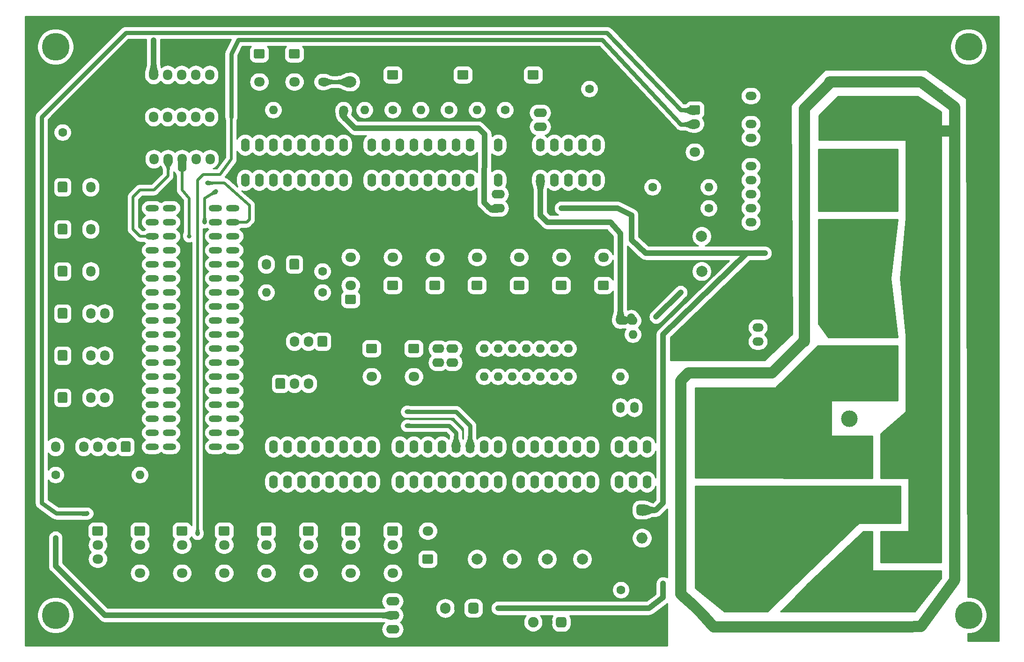
<source format=gtl>
G04 #@! TF.GenerationSoftware,KiCad,Pcbnew,(5.1.6)-1*
G04 #@! TF.CreationDate,2021-05-04T08:31:33+05:30*
G04 #@! TF.ProjectId,PCB board,50434220-626f-4617-9264-2e6b69636164,rev?*
G04 #@! TF.SameCoordinates,Original*
G04 #@! TF.FileFunction,Copper,L1,Top*
G04 #@! TF.FilePolarity,Positive*
%FSLAX46Y46*%
G04 Gerber Fmt 4.6, Leading zero omitted, Abs format (unit mm)*
G04 Created by KiCad (PCBNEW (5.1.6)-1) date 2021-05-04 08:31:33*
%MOMM*%
%LPD*%
G01*
G04 APERTURE LIST*
G04 #@! TA.AperFunction,ComponentPad*
%ADD10O,1.600000X2.200000*%
G04 #@! TD*
G04 #@! TA.AperFunction,ComponentPad*
%ADD11O,2.200000X1.600000*%
G04 #@! TD*
G04 #@! TA.AperFunction,ComponentPad*
%ADD12O,2.400000X1.200000*%
G04 #@! TD*
G04 #@! TA.AperFunction,ComponentPad*
%ADD13O,2.000000X1.524000*%
G04 #@! TD*
G04 #@! TA.AperFunction,ComponentPad*
%ADD14C,3.000000*%
G04 #@! TD*
G04 #@! TA.AperFunction,ComponentPad*
%ADD15O,1.600000X1.600000*%
G04 #@! TD*
G04 #@! TA.AperFunction,ComponentPad*
%ADD16O,2.000000X1.700000*%
G04 #@! TD*
G04 #@! TA.AperFunction,ComponentPad*
%ADD17O,2.000000X2.000000*%
G04 #@! TD*
G04 #@! TA.AperFunction,ComponentPad*
%ADD18C,2.000000*%
G04 #@! TD*
G04 #@! TA.AperFunction,ComponentPad*
%ADD19O,1.905000X2.000000*%
G04 #@! TD*
G04 #@! TA.AperFunction,ComponentPad*
%ADD20C,1.900000*%
G04 #@! TD*
G04 #@! TA.AperFunction,ComponentPad*
%ADD21O,1.524000X2.000000*%
G04 #@! TD*
G04 #@! TA.AperFunction,ComponentPad*
%ADD22C,1.600000*%
G04 #@! TD*
G04 #@! TA.AperFunction,ComponentPad*
%ADD23O,1.600000X2.400000*%
G04 #@! TD*
G04 #@! TA.AperFunction,ComponentPad*
%ADD24O,1.700000X1.950000*%
G04 #@! TD*
G04 #@! TA.AperFunction,ComponentPad*
%ADD25R,2.600000X2.600000*%
G04 #@! TD*
G04 #@! TA.AperFunction,ComponentPad*
%ADD26C,2.600000*%
G04 #@! TD*
G04 #@! TA.AperFunction,ComponentPad*
%ADD27C,5.000000*%
G04 #@! TD*
G04 #@! TA.AperFunction,ComponentPad*
%ADD28O,1.950000X1.700000*%
G04 #@! TD*
G04 #@! TA.AperFunction,ComponentPad*
%ADD29O,2.400000X1.600000*%
G04 #@! TD*
G04 #@! TA.AperFunction,ComponentPad*
%ADD30O,2.500000X2.000000*%
G04 #@! TD*
G04 #@! TA.AperFunction,ViaPad*
%ADD31C,0.800000*%
G04 #@! TD*
G04 #@! TA.AperFunction,ViaPad*
%ADD32C,1.000000*%
G04 #@! TD*
G04 #@! TA.AperFunction,Conductor*
%ADD33C,1.500000*%
G04 #@! TD*
G04 #@! TA.AperFunction,Conductor*
%ADD34C,1.000000*%
G04 #@! TD*
G04 #@! TA.AperFunction,Conductor*
%ADD35C,0.500000*%
G04 #@! TD*
G04 #@! TA.AperFunction,Conductor*
%ADD36C,2.000000*%
G04 #@! TD*
G04 #@! TA.AperFunction,Conductor*
%ADD37C,0.750000*%
G04 #@! TD*
G04 #@! TA.AperFunction,Conductor*
%ADD38C,0.254000*%
G04 #@! TD*
G04 #@! TA.AperFunction,Conductor*
%ADD39C,0.025400*%
G04 #@! TD*
G04 APERTURE END LIST*
D10*
X77470000Y-64770000D03*
D11*
X126365000Y-100330000D03*
X123825000Y-100330000D03*
X123825000Y-97790000D03*
X126365000Y-97790000D03*
D12*
X72090000Y-115570000D03*
X72090000Y-113030000D03*
X72090000Y-110490000D03*
X72090000Y-107950000D03*
X72090000Y-105410000D03*
X72090000Y-102870000D03*
X72090000Y-100330000D03*
X72090000Y-97790000D03*
X72090000Y-95250000D03*
X72090000Y-92710000D03*
X72090000Y-90170000D03*
X72090000Y-87630000D03*
X72090000Y-85090000D03*
X72090000Y-82550000D03*
X72090000Y-80010000D03*
X72090000Y-77470000D03*
X72090000Y-74930000D03*
X72090000Y-72390000D03*
X75230000Y-115570000D03*
X75230000Y-113030000D03*
X75230000Y-110490000D03*
X75230000Y-107950000D03*
X75230000Y-105410000D03*
X75230000Y-102870000D03*
X75230000Y-100330000D03*
X75230000Y-97790000D03*
X75230000Y-95250000D03*
X75230000Y-92710000D03*
X75230000Y-90170000D03*
X75230000Y-87630000D03*
X75230000Y-85090000D03*
X75230000Y-82550000D03*
X75230000Y-80010000D03*
X75230000Y-77470000D03*
X75230000Y-74930000D03*
X75230000Y-72390000D03*
X83520000Y-115570000D03*
X83520000Y-113030000D03*
X83520000Y-110490000D03*
X83520000Y-107950000D03*
X83520000Y-105410000D03*
X83520000Y-102870000D03*
X83520000Y-100330000D03*
X83520000Y-97790000D03*
X83520000Y-95250000D03*
X83520000Y-92710000D03*
X83520000Y-90170000D03*
X83520000Y-87630000D03*
X83520000Y-85090000D03*
X83520000Y-82550000D03*
X83520000Y-80010000D03*
X83520000Y-77470000D03*
X83520000Y-74930000D03*
X83520000Y-72390000D03*
X86660000Y-115570000D03*
X86660000Y-113030000D03*
X86660000Y-110490000D03*
X86660000Y-107950000D03*
X86660000Y-105410000D03*
X86660000Y-102870000D03*
X86660000Y-100330000D03*
X86660000Y-97790000D03*
X86660000Y-95250000D03*
X86660000Y-92710000D03*
X86660000Y-90170000D03*
X86660000Y-87630000D03*
X86660000Y-85090000D03*
X86660000Y-82550000D03*
X86660000Y-80010000D03*
X86660000Y-77470000D03*
X86660000Y-74930000D03*
X86660000Y-72390000D03*
D13*
X180340000Y-74930000D03*
X180340000Y-72390000D03*
X180340000Y-69850000D03*
X180340000Y-67310000D03*
X180340000Y-64770000D03*
X180340000Y-62230000D03*
X180340000Y-59690000D03*
X180340000Y-57150000D03*
X180340000Y-54610000D03*
X180340000Y-52070000D03*
D14*
X172720000Y-110490000D03*
X198120000Y-110490000D03*
X191770000Y-142240000D03*
X191770000Y-116840000D03*
X180340000Y-142240000D03*
X180340000Y-116840000D03*
D15*
X159004000Y-92710000D03*
G04 #@! TA.AperFunction,ComponentPad*
G36*
G01*
X116320100Y-49110000D02*
X114819900Y-49110000D01*
G75*
G02*
X114570000Y-48860100I0J249900D01*
G01*
X114570000Y-47659900D01*
G75*
G02*
X114819900Y-47410000I249900J0D01*
G01*
X116320100Y-47410000D01*
G75*
G02*
X116570000Y-47659900I0J-249900D01*
G01*
X116570000Y-48860100D01*
G75*
G02*
X116320100Y-49110000I-249900J0D01*
G01*
G37*
G04 #@! TD.AperFunction*
D16*
X115570000Y-45760000D03*
G04 #@! TA.AperFunction,ComponentPad*
G36*
G01*
X129020100Y-49110000D02*
X127519900Y-49110000D01*
G75*
G02*
X127270000Y-48860100I0J249900D01*
G01*
X127270000Y-47659900D01*
G75*
G02*
X127519900Y-47410000I249900J0D01*
G01*
X129020100Y-47410000D01*
G75*
G02*
X129270000Y-47659900I0J-249900D01*
G01*
X129270000Y-48860100D01*
G75*
G02*
X129020100Y-49110000I-249900J0D01*
G01*
G37*
G04 #@! TD.AperFunction*
X128270000Y-45760000D03*
G04 #@! TA.AperFunction,ComponentPad*
G36*
G01*
X141720100Y-49110000D02*
X140219900Y-49110000D01*
G75*
G02*
X139970000Y-48860100I0J249900D01*
G01*
X139970000Y-47659900D01*
G75*
G02*
X140219900Y-47410000I249900J0D01*
G01*
X141720100Y-47410000D01*
G75*
G02*
X141970000Y-47659900I0J-249900D01*
G01*
X141970000Y-48860100D01*
G75*
G02*
X141720100Y-49110000I-249900J0D01*
G01*
G37*
G04 #@! TD.AperFunction*
X140970000Y-45760000D03*
G04 #@! TA.AperFunction,ComponentPad*
G36*
G01*
X160155000Y-126000000D02*
X161155000Y-126000000D01*
G75*
G02*
X161655000Y-126500000I0J-500000D01*
G01*
X161655000Y-127500000D01*
G75*
G02*
X161155000Y-128000000I-500000J0D01*
G01*
X160155000Y-128000000D01*
G75*
G02*
X159655000Y-127500000I0J500000D01*
G01*
X159655000Y-126500000D01*
G75*
G02*
X160155000Y-126000000I500000J0D01*
G01*
G37*
G04 #@! TD.AperFunction*
D17*
X160655000Y-132080000D03*
D18*
X130810000Y-130890000D03*
X130810000Y-135890000D03*
X137160000Y-135890000D03*
X137160000Y-130890000D03*
X143510000Y-135890000D03*
X143510000Y-130890000D03*
X149860000Y-130890000D03*
X149860000Y-135890000D03*
G04 #@! TA.AperFunction,ComponentPad*
G36*
G01*
X131127500Y-144256250D02*
X131127500Y-145303750D01*
G75*
G02*
X130651250Y-145780000I-476250J0D01*
G01*
X129698750Y-145780000D01*
G75*
G02*
X129222500Y-145303750I0J476250D01*
G01*
X129222500Y-144256250D01*
G75*
G02*
X129698750Y-143780000I476250J0D01*
G01*
X130651250Y-143780000D01*
G75*
G02*
X131127500Y-144256250I0J-476250D01*
G01*
G37*
G04 #@! TD.AperFunction*
D19*
X127635000Y-144780000D03*
X125095000Y-144780000D03*
D20*
X143510000Y-147320000D03*
G04 #@! TA.AperFunction,ComponentPad*
G36*
G01*
X147000000Y-146845000D02*
X147000000Y-147795000D01*
G75*
G02*
X146525000Y-148270000I-475000J0D01*
G01*
X145575000Y-148270000D01*
G75*
G02*
X145100000Y-147795000I0J475000D01*
G01*
X145100000Y-146845000D01*
G75*
G02*
X145575000Y-146370000I475000J0D01*
G01*
X146525000Y-146370000D01*
G75*
G02*
X147000000Y-146845000I0J-475000D01*
G01*
G37*
G04 #@! TD.AperFunction*
X140970000Y-147320000D03*
D15*
X159004000Y-95250000D03*
D21*
X156718000Y-108458000D03*
X154178000Y-108458000D03*
X159258000Y-108458000D03*
D22*
X54610000Y-120650000D03*
D15*
X69850000Y-120650000D03*
D22*
X156845000Y-141478000D03*
X156845000Y-135890000D03*
D23*
X111760000Y-67310000D03*
X114300000Y-67310000D03*
X116840000Y-67310000D03*
X119380000Y-67310000D03*
X121920000Y-67310000D03*
X124460000Y-67310000D03*
X127000000Y-67310000D03*
X129540000Y-67310000D03*
G04 #@! TA.AperFunction,ComponentPad*
G36*
G01*
X68160000Y-114845000D02*
X68160000Y-116295000D01*
G75*
G02*
X67910000Y-116545000I-250000J0D01*
G01*
X66710000Y-116545000D01*
G75*
G02*
X66460000Y-116295000I0J250000D01*
G01*
X66460000Y-114845000D01*
G75*
G02*
X66710000Y-114595000I250000J0D01*
G01*
X67910000Y-114595000D01*
G75*
G02*
X68160000Y-114845000I0J-250000D01*
G01*
G37*
G04 #@! TD.AperFunction*
D24*
X64770000Y-115570000D03*
X62230000Y-115570000D03*
X59690000Y-115570000D03*
X57150000Y-115570000D03*
X54610000Y-115570000D03*
G04 #@! TA.AperFunction,ComponentPad*
G36*
G01*
X55030000Y-107405000D02*
X55030000Y-105955000D01*
G75*
G02*
X55280000Y-105705000I250000J0D01*
G01*
X56480000Y-105705000D01*
G75*
G02*
X56730000Y-105955000I0J-250000D01*
G01*
X56730000Y-107405000D01*
G75*
G02*
X56480000Y-107655000I-250000J0D01*
G01*
X55280000Y-107655000D01*
G75*
G02*
X55030000Y-107405000I0J250000D01*
G01*
G37*
G04 #@! TD.AperFunction*
X58420000Y-106680000D03*
X60960000Y-106680000D03*
X63500000Y-106680000D03*
G04 #@! TA.AperFunction,ComponentPad*
G36*
G01*
X55030000Y-99785000D02*
X55030000Y-98335000D01*
G75*
G02*
X55280000Y-98085000I250000J0D01*
G01*
X56480000Y-98085000D01*
G75*
G02*
X56730000Y-98335000I0J-250000D01*
G01*
X56730000Y-99785000D01*
G75*
G02*
X56480000Y-100035000I-250000J0D01*
G01*
X55280000Y-100035000D01*
G75*
G02*
X55030000Y-99785000I0J250000D01*
G01*
G37*
G04 #@! TD.AperFunction*
X58420000Y-99060000D03*
X60960000Y-99060000D03*
X63500000Y-99060000D03*
D22*
X203200000Y-85090000D03*
X209296000Y-85090000D03*
D25*
X205740000Y-124460000D03*
D26*
X205740000Y-119380000D03*
D27*
X219710000Y-43180000D03*
X54610000Y-43180000D03*
X219710000Y-146050000D03*
X54610000Y-146050000D03*
D22*
X106680000Y-54610000D03*
D15*
X93980000Y-54610000D03*
D23*
X152400000Y-67310000D03*
X149860000Y-67310000D03*
X147320000Y-67310000D03*
X144780000Y-67310000D03*
X142240000Y-67310000D03*
X139700000Y-67310000D03*
X137160000Y-67310000D03*
X134620000Y-67310000D03*
X88900000Y-60960000D03*
X91440000Y-60960000D03*
X93980000Y-60960000D03*
X96520000Y-60960000D03*
X99060000Y-60960000D03*
X101600000Y-60960000D03*
X104140000Y-60960000D03*
X106680000Y-60960000D03*
X134620000Y-60960000D03*
X137160000Y-60960000D03*
X139700000Y-60960000D03*
X142240000Y-60960000D03*
X144780000Y-60960000D03*
X147320000Y-60960000D03*
X149860000Y-60960000D03*
X152400000Y-60960000D03*
X129540000Y-60960000D03*
X127000000Y-60960000D03*
X124460000Y-60960000D03*
X121920000Y-60960000D03*
X119380000Y-60960000D03*
X116840000Y-60960000D03*
X114300000Y-60960000D03*
X111760000Y-60960000D03*
X106680000Y-67310000D03*
X104140000Y-67310000D03*
X101600000Y-67310000D03*
X99060000Y-67310000D03*
X96520000Y-67310000D03*
X93980000Y-67310000D03*
X91440000Y-67310000D03*
X88900000Y-67310000D03*
X161544000Y-121920000D03*
X159004000Y-121920000D03*
X156464000Y-121920000D03*
X153924000Y-121920000D03*
X151384000Y-121920000D03*
X148844000Y-121920000D03*
X146304000Y-121920000D03*
X143764000Y-121920000D03*
X141224000Y-121920000D03*
X138684000Y-121920000D03*
X134620000Y-121920000D03*
X132080000Y-121920000D03*
X129540000Y-121920000D03*
X127000000Y-121920000D03*
X124460000Y-121920000D03*
X121920000Y-121920000D03*
X119380000Y-121920000D03*
X116840000Y-121920000D03*
X111760000Y-121920000D03*
X109220000Y-121920000D03*
X106680000Y-121920000D03*
X104140000Y-121920000D03*
X101600000Y-121920000D03*
X99060000Y-121920000D03*
X96520000Y-121920000D03*
X93980000Y-121920000D03*
X138684000Y-115570000D03*
X141224000Y-115570000D03*
X143764000Y-115570000D03*
X146304000Y-115570000D03*
X148844000Y-115570000D03*
X151384000Y-115570000D03*
X153924000Y-115570000D03*
X156464000Y-115570000D03*
X159004000Y-115570000D03*
X161544000Y-115570000D03*
X116840000Y-115570000D03*
X119380000Y-115570000D03*
X121920000Y-115570000D03*
X124460000Y-115570000D03*
X127000000Y-115570000D03*
X129540000Y-115570000D03*
X132080000Y-115570000D03*
X134620000Y-115570000D03*
X93980000Y-115570000D03*
X96520000Y-115570000D03*
X99060000Y-115570000D03*
X101600000Y-115570000D03*
X104140000Y-115570000D03*
X106680000Y-115570000D03*
X109220000Y-115570000D03*
X111760000Y-115570000D03*
D26*
X204470000Y-71120000D03*
D25*
X204470000Y-76200000D03*
X204470000Y-63500000D03*
D26*
X204470000Y-58420000D03*
D22*
X102870000Y-87630000D03*
D15*
X92710000Y-87630000D03*
X120650000Y-54610000D03*
D22*
X125730000Y-54610000D03*
X115570000Y-54610000D03*
D15*
X110490000Y-54610000D03*
D22*
X135890000Y-54610000D03*
D15*
X130810000Y-54610000D03*
D26*
X205740000Y-134620000D03*
D25*
X205740000Y-139700000D03*
D22*
X162560000Y-68580000D03*
D15*
X172720000Y-68580000D03*
X162560000Y-72390000D03*
D22*
X172720000Y-72390000D03*
D18*
X163950000Y-83820000D03*
X171450000Y-83820000D03*
X171444999Y-77470000D03*
X163944999Y-77470000D03*
X107950000Y-49530000D03*
X107950000Y-44530000D03*
G04 #@! TA.AperFunction,ComponentPad*
G36*
G01*
X55030000Y-92165000D02*
X55030000Y-90715000D01*
G75*
G02*
X55280000Y-90465000I250000J0D01*
G01*
X56480000Y-90465000D01*
G75*
G02*
X56730000Y-90715000I0J-250000D01*
G01*
X56730000Y-92165000D01*
G75*
G02*
X56480000Y-92415000I-250000J0D01*
G01*
X55280000Y-92415000D01*
G75*
G02*
X55030000Y-92165000I0J250000D01*
G01*
G37*
G04 #@! TD.AperFunction*
D24*
X58420000Y-91440000D03*
X60960000Y-91440000D03*
X63500000Y-91440000D03*
G04 #@! TA.AperFunction,ComponentPad*
G36*
G01*
X55030000Y-84545000D02*
X55030000Y-83095000D01*
G75*
G02*
X55280000Y-82845000I250000J0D01*
G01*
X56480000Y-82845000D01*
G75*
G02*
X56730000Y-83095000I0J-250000D01*
G01*
X56730000Y-84545000D01*
G75*
G02*
X56480000Y-84795000I-250000J0D01*
G01*
X55280000Y-84795000D01*
G75*
G02*
X55030000Y-84545000I0J250000D01*
G01*
G37*
G04 #@! TD.AperFunction*
X58420000Y-83820000D03*
X60960000Y-83820000D03*
G04 #@! TA.AperFunction,ComponentPad*
G36*
G01*
X55030000Y-76925000D02*
X55030000Y-75475000D01*
G75*
G02*
X55280000Y-75225000I250000J0D01*
G01*
X56480000Y-75225000D01*
G75*
G02*
X56730000Y-75475000I0J-250000D01*
G01*
X56730000Y-76925000D01*
G75*
G02*
X56480000Y-77175000I-250000J0D01*
G01*
X55280000Y-77175000D01*
G75*
G02*
X55030000Y-76925000I0J250000D01*
G01*
G37*
G04 #@! TD.AperFunction*
X58420000Y-76200000D03*
X60960000Y-76200000D03*
X60960000Y-68580000D03*
X58420000Y-68580000D03*
G04 #@! TA.AperFunction,ComponentPad*
G36*
G01*
X55030000Y-69305000D02*
X55030000Y-67855000D01*
G75*
G02*
X55280000Y-67605000I250000J0D01*
G01*
X56480000Y-67605000D01*
G75*
G02*
X56730000Y-67855000I0J-250000D01*
G01*
X56730000Y-69305000D01*
G75*
G02*
X56480000Y-69555000I-250000J0D01*
G01*
X55280000Y-69555000D01*
G75*
G02*
X55030000Y-69305000I0J250000D01*
G01*
G37*
G04 #@! TD.AperFunction*
D28*
X97790000Y-49530000D03*
X97790000Y-46990000D03*
G04 #@! TA.AperFunction,ComponentPad*
G36*
G01*
X97065000Y-43600000D02*
X98515000Y-43600000D01*
G75*
G02*
X98765000Y-43850000I0J-250000D01*
G01*
X98765000Y-45050000D01*
G75*
G02*
X98515000Y-45300000I-250000J0D01*
G01*
X97065000Y-45300000D01*
G75*
G02*
X96815000Y-45050000I0J250000D01*
G01*
X96815000Y-43850000D01*
G75*
G02*
X97065000Y-43600000I250000J0D01*
G01*
G37*
G04 #@! TD.AperFunction*
G04 #@! TA.AperFunction,ComponentPad*
G36*
G01*
X90715000Y-43600000D02*
X92165000Y-43600000D01*
G75*
G02*
X92415000Y-43850000I0J-250000D01*
G01*
X92415000Y-45050000D01*
G75*
G02*
X92165000Y-45300000I-250000J0D01*
G01*
X90715000Y-45300000D01*
G75*
G02*
X90465000Y-45050000I0J250000D01*
G01*
X90465000Y-43850000D01*
G75*
G02*
X90715000Y-43600000I250000J0D01*
G01*
G37*
G04 #@! TD.AperFunction*
X91440000Y-46990000D03*
X91440000Y-49530000D03*
G04 #@! TA.AperFunction,ComponentPad*
G36*
G01*
X98640000Y-81825000D02*
X98640000Y-83275000D01*
G75*
G02*
X98390000Y-83525000I-250000J0D01*
G01*
X97190000Y-83525000D01*
G75*
G02*
X96940000Y-83275000I0J250000D01*
G01*
X96940000Y-81825000D01*
G75*
G02*
X97190000Y-81575000I250000J0D01*
G01*
X98390000Y-81575000D01*
G75*
G02*
X98640000Y-81825000I0J-250000D01*
G01*
G37*
G04 #@! TD.AperFunction*
D24*
X95250000Y-82550000D03*
X92710000Y-82550000D03*
G04 #@! TA.AperFunction,ComponentPad*
G36*
G01*
X108675000Y-89750000D02*
X107225000Y-89750000D01*
G75*
G02*
X106975000Y-89500000I0J250000D01*
G01*
X106975000Y-88300000D01*
G75*
G02*
X107225000Y-88050000I250000J0D01*
G01*
X108675000Y-88050000D01*
G75*
G02*
X108925000Y-88300000I0J-250000D01*
G01*
X108925000Y-89500000D01*
G75*
G02*
X108675000Y-89750000I-250000J0D01*
G01*
G37*
G04 #@! TD.AperFunction*
D28*
X107950000Y-86360000D03*
X107950000Y-83820000D03*
X107950000Y-81280000D03*
G04 #@! TA.AperFunction,ComponentPad*
G36*
G01*
X116295000Y-87210000D02*
X114845000Y-87210000D01*
G75*
G02*
X114595000Y-86960000I0J250000D01*
G01*
X114595000Y-85760000D01*
G75*
G02*
X114845000Y-85510000I250000J0D01*
G01*
X116295000Y-85510000D01*
G75*
G02*
X116545000Y-85760000I0J-250000D01*
G01*
X116545000Y-86960000D01*
G75*
G02*
X116295000Y-87210000I-250000J0D01*
G01*
G37*
G04 #@! TD.AperFunction*
X115570000Y-83820000D03*
X115570000Y-81280000D03*
G04 #@! TA.AperFunction,ComponentPad*
G36*
G01*
X154395000Y-87210000D02*
X152945000Y-87210000D01*
G75*
G02*
X152695000Y-86960000I0J250000D01*
G01*
X152695000Y-85760000D01*
G75*
G02*
X152945000Y-85510000I250000J0D01*
G01*
X154395000Y-85510000D01*
G75*
G02*
X154645000Y-85760000I0J-250000D01*
G01*
X154645000Y-86960000D01*
G75*
G02*
X154395000Y-87210000I-250000J0D01*
G01*
G37*
G04 #@! TD.AperFunction*
X153670000Y-83820000D03*
X153670000Y-81280000D03*
X146050000Y-81280000D03*
X146050000Y-83820000D03*
G04 #@! TA.AperFunction,ComponentPad*
G36*
G01*
X146775000Y-87210000D02*
X145325000Y-87210000D01*
G75*
G02*
X145075000Y-86960000I0J250000D01*
G01*
X145075000Y-85760000D01*
G75*
G02*
X145325000Y-85510000I250000J0D01*
G01*
X146775000Y-85510000D01*
G75*
G02*
X147025000Y-85760000I0J-250000D01*
G01*
X147025000Y-86960000D01*
G75*
G02*
X146775000Y-87210000I-250000J0D01*
G01*
G37*
G04 #@! TD.AperFunction*
G04 #@! TA.AperFunction,ComponentPad*
G36*
G01*
X139155000Y-87210000D02*
X137705000Y-87210000D01*
G75*
G02*
X137455000Y-86960000I0J250000D01*
G01*
X137455000Y-85760000D01*
G75*
G02*
X137705000Y-85510000I250000J0D01*
G01*
X139155000Y-85510000D01*
G75*
G02*
X139405000Y-85760000I0J-250000D01*
G01*
X139405000Y-86960000D01*
G75*
G02*
X139155000Y-87210000I-250000J0D01*
G01*
G37*
G04 #@! TD.AperFunction*
X138430000Y-83820000D03*
X138430000Y-81280000D03*
G04 #@! TA.AperFunction,ComponentPad*
G36*
G01*
X131535000Y-87210000D02*
X130085000Y-87210000D01*
G75*
G02*
X129835000Y-86960000I0J250000D01*
G01*
X129835000Y-85760000D01*
G75*
G02*
X130085000Y-85510000I250000J0D01*
G01*
X131535000Y-85510000D01*
G75*
G02*
X131785000Y-85760000I0J-250000D01*
G01*
X131785000Y-86960000D01*
G75*
G02*
X131535000Y-87210000I-250000J0D01*
G01*
G37*
G04 #@! TD.AperFunction*
X130810000Y-83820000D03*
X130810000Y-81280000D03*
X123190000Y-81280000D03*
X123190000Y-83820000D03*
G04 #@! TA.AperFunction,ComponentPad*
G36*
G01*
X123915000Y-87210000D02*
X122465000Y-87210000D01*
G75*
G02*
X122215000Y-86960000I0J250000D01*
G01*
X122215000Y-85760000D01*
G75*
G02*
X122465000Y-85510000I250000J0D01*
G01*
X123915000Y-85510000D01*
G75*
G02*
X124165000Y-85760000I0J-250000D01*
G01*
X124165000Y-86960000D01*
G75*
G02*
X123915000Y-87210000I-250000J0D01*
G01*
G37*
G04 #@! TD.AperFunction*
G04 #@! TA.AperFunction,ComponentPad*
G36*
G01*
X169455000Y-53760000D02*
X170905000Y-53760000D01*
G75*
G02*
X171155000Y-54010000I0J-250000D01*
G01*
X171155000Y-55210000D01*
G75*
G02*
X170905000Y-55460000I-250000J0D01*
G01*
X169455000Y-55460000D01*
G75*
G02*
X169205000Y-55210000I0J250000D01*
G01*
X169205000Y-54010000D01*
G75*
G02*
X169455000Y-53760000I250000J0D01*
G01*
G37*
G04 #@! TD.AperFunction*
X170180000Y-57150000D03*
X170180000Y-59690000D03*
X170180000Y-62230000D03*
G04 #@! TA.AperFunction,ComponentPad*
G36*
G01*
X103720000Y-95795000D02*
X103720000Y-97245000D01*
G75*
G02*
X103470000Y-97495000I-250000J0D01*
G01*
X102270000Y-97495000D01*
G75*
G02*
X102020000Y-97245000I0J250000D01*
G01*
X102020000Y-95795000D01*
G75*
G02*
X102270000Y-95545000I250000J0D01*
G01*
X103470000Y-95545000D01*
G75*
G02*
X103720000Y-95795000I0J-250000D01*
G01*
G37*
G04 #@! TD.AperFunction*
D24*
X100330000Y-96520000D03*
X97790000Y-96520000D03*
X95250000Y-96520000D03*
G04 #@! TA.AperFunction,ComponentPad*
G36*
G01*
X94400000Y-104865000D02*
X94400000Y-103415000D01*
G75*
G02*
X94650000Y-103165000I250000J0D01*
G01*
X95850000Y-103165000D01*
G75*
G02*
X96100000Y-103415000I0J-250000D01*
G01*
X96100000Y-104865000D01*
G75*
G02*
X95850000Y-105115000I-250000J0D01*
G01*
X94650000Y-105115000D01*
G75*
G02*
X94400000Y-104865000I0J250000D01*
G01*
G37*
G04 #@! TD.AperFunction*
X97790000Y-104140000D03*
X100330000Y-104140000D03*
X102870000Y-104140000D03*
D28*
X111760000Y-102870000D03*
X111760000Y-100330000D03*
G04 #@! TA.AperFunction,ComponentPad*
G36*
G01*
X111035000Y-96940000D02*
X112485000Y-96940000D01*
G75*
G02*
X112735000Y-97190000I0J-250000D01*
G01*
X112735000Y-98390000D01*
G75*
G02*
X112485000Y-98640000I-250000J0D01*
G01*
X111035000Y-98640000D01*
G75*
G02*
X110785000Y-98390000I0J250000D01*
G01*
X110785000Y-97190000D01*
G75*
G02*
X111035000Y-96940000I250000J0D01*
G01*
G37*
G04 #@! TD.AperFunction*
G04 #@! TA.AperFunction,ComponentPad*
G36*
G01*
X118655000Y-96940000D02*
X120105000Y-96940000D01*
G75*
G02*
X120355000Y-97190000I0J-250000D01*
G01*
X120355000Y-98390000D01*
G75*
G02*
X120105000Y-98640000I-250000J0D01*
G01*
X118655000Y-98640000D01*
G75*
G02*
X118405000Y-98390000I0J250000D01*
G01*
X118405000Y-97190000D01*
G75*
G02*
X118655000Y-96940000I250000J0D01*
G01*
G37*
G04 #@! TD.AperFunction*
X119380000Y-100330000D03*
X119380000Y-102870000D03*
G04 #@! TA.AperFunction,ComponentPad*
G36*
G01*
X122645000Y-136740000D02*
X121195000Y-136740000D01*
G75*
G02*
X120945000Y-136490000I0J250000D01*
G01*
X120945000Y-135290000D01*
G75*
G02*
X121195000Y-135040000I250000J0D01*
G01*
X122645000Y-135040000D01*
G75*
G02*
X122895000Y-135290000I0J-250000D01*
G01*
X122895000Y-136490000D01*
G75*
G02*
X122645000Y-136740000I-250000J0D01*
G01*
G37*
G04 #@! TD.AperFunction*
X121920000Y-133350000D03*
X121920000Y-130810000D03*
G04 #@! TA.AperFunction,ComponentPad*
G36*
G01*
X84365000Y-129960000D02*
X85815000Y-129960000D01*
G75*
G02*
X86065000Y-130210000I0J-250000D01*
G01*
X86065000Y-131410000D01*
G75*
G02*
X85815000Y-131660000I-250000J0D01*
G01*
X84365000Y-131660000D01*
G75*
G02*
X84115000Y-131410000I0J250000D01*
G01*
X84115000Y-130210000D01*
G75*
G02*
X84365000Y-129960000I250000J0D01*
G01*
G37*
G04 #@! TD.AperFunction*
X85090000Y-133350000D03*
X85090000Y-135890000D03*
X85090000Y-138430000D03*
G04 #@! TA.AperFunction,ComponentPad*
G36*
G01*
X76745000Y-129960000D02*
X78195000Y-129960000D01*
G75*
G02*
X78445000Y-130210000I0J-250000D01*
G01*
X78445000Y-131410000D01*
G75*
G02*
X78195000Y-131660000I-250000J0D01*
G01*
X76745000Y-131660000D01*
G75*
G02*
X76495000Y-131410000I0J250000D01*
G01*
X76495000Y-130210000D01*
G75*
G02*
X76745000Y-129960000I250000J0D01*
G01*
G37*
G04 #@! TD.AperFunction*
X77470000Y-133350000D03*
X77470000Y-135890000D03*
X77470000Y-138430000D03*
G04 #@! TA.AperFunction,ComponentPad*
G36*
G01*
X69125000Y-129960000D02*
X70575000Y-129960000D01*
G75*
G02*
X70825000Y-130210000I0J-250000D01*
G01*
X70825000Y-131410000D01*
G75*
G02*
X70575000Y-131660000I-250000J0D01*
G01*
X69125000Y-131660000D01*
G75*
G02*
X68875000Y-131410000I0J250000D01*
G01*
X68875000Y-130210000D01*
G75*
G02*
X69125000Y-129960000I250000J0D01*
G01*
G37*
G04 #@! TD.AperFunction*
X69850000Y-133350000D03*
X69850000Y-135890000D03*
X69850000Y-138430000D03*
D22*
X58380000Y-58674000D03*
X55880000Y-58674000D03*
X102870000Y-83820000D03*
X102870000Y-81320000D03*
X151130000Y-50800000D03*
X151130000Y-45800000D03*
G04 #@! TA.AperFunction,ComponentPad*
G36*
G01*
X61505000Y-129960000D02*
X62955000Y-129960000D01*
G75*
G02*
X63205000Y-130210000I0J-250000D01*
G01*
X63205000Y-131410000D01*
G75*
G02*
X62955000Y-131660000I-250000J0D01*
G01*
X61505000Y-131660000D01*
G75*
G02*
X61255000Y-131410000I0J250000D01*
G01*
X61255000Y-130210000D01*
G75*
G02*
X61505000Y-129960000I250000J0D01*
G01*
G37*
G04 #@! TD.AperFunction*
D28*
X62230000Y-133350000D03*
X62230000Y-135890000D03*
X62230000Y-138430000D03*
D29*
X115570000Y-148590000D03*
X115570000Y-146050000D03*
X115570000Y-143510000D03*
D22*
X156718000Y-92710000D03*
D15*
X156718000Y-102870000D03*
D29*
X134620000Y-69850000D03*
X134620000Y-72390000D03*
X142240000Y-57658000D03*
X142240000Y-55118000D03*
D30*
X203200000Y-99060000D03*
X203200000Y-93980000D03*
D13*
X181610000Y-96520000D03*
X181610000Y-93980000D03*
X181610000Y-99060000D03*
G04 #@! TA.AperFunction,ComponentPad*
G36*
G01*
X99605000Y-129960001D02*
X101055000Y-129960001D01*
G75*
G02*
X101305000Y-130210001I0J-250000D01*
G01*
X101305000Y-131410001D01*
G75*
G02*
X101055000Y-131660001I-250000J0D01*
G01*
X99605000Y-131660001D01*
G75*
G02*
X99355000Y-131410001I0J250000D01*
G01*
X99355000Y-130210001D01*
G75*
G02*
X99605000Y-129960001I250000J0D01*
G01*
G37*
G04 #@! TD.AperFunction*
D28*
X100330000Y-133350001D03*
X100330000Y-135890001D03*
X100330000Y-138430001D03*
G04 #@! TA.AperFunction,ComponentPad*
G36*
G01*
X91985000Y-129960000D02*
X93435000Y-129960000D01*
G75*
G02*
X93685000Y-130210000I0J-250000D01*
G01*
X93685000Y-131410000D01*
G75*
G02*
X93435000Y-131660000I-250000J0D01*
G01*
X91985000Y-131660000D01*
G75*
G02*
X91735000Y-131410000I0J250000D01*
G01*
X91735000Y-130210000D01*
G75*
G02*
X91985000Y-129960000I250000J0D01*
G01*
G37*
G04 #@! TD.AperFunction*
X92710000Y-133350000D03*
X92710000Y-135890000D03*
X92710000Y-138430000D03*
X107950000Y-138430000D03*
X107950000Y-135890000D03*
X107950000Y-133350000D03*
G04 #@! TA.AperFunction,ComponentPad*
G36*
G01*
X107225000Y-129960000D02*
X108675000Y-129960000D01*
G75*
G02*
X108925000Y-130210000I0J-250000D01*
G01*
X108925000Y-131410000D01*
G75*
G02*
X108675000Y-131660000I-250000J0D01*
G01*
X107225000Y-131660000D01*
G75*
G02*
X106975000Y-131410000I0J250000D01*
G01*
X106975000Y-130210000D01*
G75*
G02*
X107225000Y-129960000I250000J0D01*
G01*
G37*
G04 #@! TD.AperFunction*
D15*
X132080000Y-102870000D03*
X132080000Y-100330000D03*
X132080000Y-97790000D03*
X134620000Y-97790000D03*
X134620000Y-100330000D03*
X134620000Y-102870000D03*
X137160000Y-102870000D03*
X137160000Y-100330000D03*
X137160000Y-97790000D03*
X139700000Y-102870000D03*
X139700000Y-100330000D03*
X139700000Y-97790000D03*
X142240000Y-97790000D03*
X142240000Y-100330000D03*
X142240000Y-102870000D03*
X144780000Y-102870000D03*
X144780000Y-100330000D03*
X144780000Y-97790000D03*
X147320000Y-102870000D03*
X147320000Y-100330000D03*
X147320000Y-97790000D03*
G04 #@! TA.AperFunction,ComponentPad*
G36*
G01*
X114845000Y-129960000D02*
X116295000Y-129960000D01*
G75*
G02*
X116545000Y-130210000I0J-250000D01*
G01*
X116545000Y-131410000D01*
G75*
G02*
X116295000Y-131660000I-250000J0D01*
G01*
X114845000Y-131660000D01*
G75*
G02*
X114595000Y-131410000I0J250000D01*
G01*
X114595000Y-130210000D01*
G75*
G02*
X114845000Y-129960000I250000J0D01*
G01*
G37*
G04 #@! TD.AperFunction*
D28*
X115570000Y-133350000D03*
X115570000Y-135890000D03*
X115570000Y-138430000D03*
D22*
X102870000Y-49530000D03*
D15*
X102870000Y-44450000D03*
G04 #@! TA.AperFunction,ComponentPad*
G36*
G01*
X68927001Y-48985000D02*
X68927001Y-47535000D01*
G75*
G02*
X69177001Y-47285000I250000J0D01*
G01*
X70377001Y-47285000D01*
G75*
G02*
X70627001Y-47535000I0J-250000D01*
G01*
X70627001Y-48985000D01*
G75*
G02*
X70377001Y-49235000I-250000J0D01*
G01*
X69177001Y-49235000D01*
G75*
G02*
X68927001Y-48985000I0J250000D01*
G01*
G37*
G04 #@! TD.AperFunction*
D24*
X72317001Y-48260000D03*
X74857001Y-48260000D03*
X77397001Y-48260000D03*
X79937001Y-48260000D03*
X82477001Y-48260000D03*
X82477001Y-55880000D03*
X79937001Y-55880000D03*
X77397001Y-55880000D03*
X74857001Y-55880000D03*
X72317001Y-55880000D03*
G04 #@! TA.AperFunction,ComponentPad*
G36*
G01*
X68927001Y-56605000D02*
X68927001Y-55155000D01*
G75*
G02*
X69177001Y-54905000I250000J0D01*
G01*
X70377001Y-54905000D01*
G75*
G02*
X70627001Y-55155000I0J-250000D01*
G01*
X70627001Y-56605000D01*
G75*
G02*
X70377001Y-56855000I-250000J0D01*
G01*
X69177001Y-56855000D01*
G75*
G02*
X68927001Y-56605000I0J250000D01*
G01*
G37*
G04 #@! TD.AperFunction*
G04 #@! TA.AperFunction,ComponentPad*
G36*
G01*
X69000000Y-64225000D02*
X69000000Y-62775000D01*
G75*
G02*
X69250000Y-62525000I250000J0D01*
G01*
X70450000Y-62525000D01*
G75*
G02*
X70700000Y-62775000I0J-250000D01*
G01*
X70700000Y-64225000D01*
G75*
G02*
X70450000Y-64475000I-250000J0D01*
G01*
X69250000Y-64475000D01*
G75*
G02*
X69000000Y-64225000I0J250000D01*
G01*
G37*
G04 #@! TD.AperFunction*
X72390000Y-63500000D03*
X74930000Y-63500000D03*
X77470000Y-63500000D03*
X80010000Y-63500000D03*
X82550000Y-63500000D03*
D31*
X78740000Y-77470000D03*
D32*
X217170000Y-55245000D03*
X195580000Y-148186134D03*
X189633866Y-148186134D03*
X184553866Y-148186134D03*
X179473866Y-148186134D03*
X174393866Y-148186134D03*
X167640000Y-142240000D03*
X167640000Y-137160000D03*
X167640000Y-132080000D03*
X167640000Y-127000000D03*
X167640000Y-121920000D03*
X167640000Y-116840000D03*
X167640000Y-111760000D03*
X177800000Y-102235000D03*
X184150000Y-102235000D03*
X187325000Y-99060000D03*
X189995294Y-96520000D03*
X189995294Y-91944706D03*
X189995294Y-71624706D03*
X189995294Y-66544706D03*
X189995294Y-61464706D03*
X189995294Y-56384706D03*
X204470000Y-148186134D03*
X170561000Y-102235000D03*
X167640000Y-105410000D03*
X217170000Y-60960000D03*
X217170000Y-106125819D03*
X217170000Y-101600000D03*
X217170000Y-96520000D03*
X217170000Y-91440000D03*
X217170000Y-86360000D03*
X217170000Y-81280000D03*
X217170000Y-71120000D03*
X217170000Y-66040000D03*
X217170000Y-76200000D03*
X217170000Y-121920000D03*
X217170000Y-135255000D03*
X217170000Y-130810000D03*
X217170000Y-125730000D03*
X217170000Y-111125000D03*
X217170000Y-116205000D03*
X196215000Y-49530000D03*
X203835000Y-49530000D03*
X210185000Y-49530000D03*
X214630000Y-51435000D03*
X189865000Y-87249000D03*
X189865000Y-83439000D03*
X189865000Y-77851000D03*
X211074000Y-148082000D03*
X214122000Y-144526000D03*
X217170000Y-139700000D03*
X171450000Y-145796000D03*
X192278000Y-52070000D03*
D31*
X172720000Y-91440000D03*
X57150000Y-132080000D03*
X146050000Y-72390000D03*
D32*
X182880000Y-80518000D03*
D31*
X167640000Y-87630000D03*
X163195000Y-92075000D03*
X164465000Y-140335000D03*
X137160000Y-144780000D03*
X72390000Y-41910000D03*
X80264000Y-131318000D03*
X60325000Y-127635000D03*
X118110000Y-109220000D03*
X118110000Y-111760000D03*
X83566000Y-69342000D03*
X81534000Y-74930000D03*
X82042000Y-67818000D03*
X54610000Y-132080000D03*
D33*
X158704009Y-92710000D02*
X158704009Y-92212940D01*
D34*
X159004000Y-92710000D02*
X158704009Y-92710000D01*
D35*
X78740000Y-77470000D02*
X78740000Y-70612000D01*
X77470000Y-69088000D02*
X77470000Y-65050010D01*
X78740000Y-70612000D02*
X77470000Y-69088000D01*
D36*
X189865000Y-96389706D02*
X189995294Y-96520000D01*
X189995294Y-96389706D02*
X184150000Y-102235000D01*
X204470000Y-148186134D02*
X174393866Y-148186134D01*
X167640000Y-107950000D02*
X167640000Y-142240000D01*
X184150000Y-102235000D02*
X170561000Y-102235000D01*
X167640000Y-103632000D02*
X167640000Y-105410000D01*
X169037000Y-102235000D02*
X167640000Y-103632000D01*
X170561000Y-102235000D02*
X169037000Y-102235000D01*
X167640000Y-105410000D02*
X167640000Y-107950000D01*
X217170000Y-60960000D02*
X217170000Y-66040000D01*
X217170000Y-66040000D02*
X217170000Y-135255000D01*
X217170000Y-135255000D02*
X217170000Y-139700000D01*
X217170000Y-55245000D02*
X217170000Y-60960000D01*
X217170000Y-58420000D02*
X217170000Y-60960000D01*
X204470000Y-58420000D02*
X217170000Y-58420000D01*
X217170000Y-139700000D02*
X211074000Y-148082000D01*
X208280000Y-148186134D02*
X204470000Y-148186134D01*
X211074000Y-148082000D02*
X208280000Y-148186134D01*
X169926000Y-144272000D02*
X167640000Y-142240000D01*
X171450000Y-145796000D02*
X169926000Y-144272000D01*
X173586134Y-148186134D02*
X174393866Y-148186134D01*
X171450000Y-145796000D02*
X173586134Y-148186134D01*
X217170000Y-54102000D02*
X217170000Y-55245000D01*
X211074000Y-49530000D02*
X217170000Y-54102000D01*
X194564000Y-49530000D02*
X211074000Y-49530000D01*
X189992000Y-54356000D02*
X194564000Y-49784000D01*
X189995294Y-96520000D02*
X189992000Y-54356000D01*
D34*
X176530000Y-99060000D02*
X181610000Y-99060000D01*
X175260000Y-97790000D02*
X176530000Y-99060000D01*
X172720000Y-91440000D02*
X175260000Y-93980000D01*
X175260000Y-93980000D02*
X175260000Y-97790000D01*
X62230000Y-138430000D02*
X64770000Y-138430000D01*
X64770000Y-138430000D02*
X67310000Y-135890000D01*
X67310000Y-135890000D02*
X69850000Y-135890000D01*
X59690000Y-138430000D02*
X62230000Y-138430000D01*
X57150000Y-132080000D02*
X57150000Y-135890000D01*
X57150000Y-135890000D02*
X59690000Y-138430000D01*
X146050000Y-72390000D02*
X146050000Y-72390000D01*
X146050000Y-72390000D02*
X146050000Y-72390000D01*
X133096000Y-72390000D02*
X134366000Y-72390000D01*
X132080000Y-71374000D02*
X133096000Y-72390000D01*
X106680000Y-55880000D02*
X108712000Y-57912000D01*
X106680000Y-54610000D02*
X106680000Y-55880000D01*
X108712000Y-57912000D02*
X131064000Y-57912000D01*
X131064000Y-57912000D02*
X132207000Y-59055000D01*
X132207000Y-59055000D02*
X132080000Y-71374000D01*
X164465000Y-95250000D02*
X179638960Y-80518000D01*
X164465000Y-125730000D02*
X164465000Y-95250000D01*
X160655000Y-127000000D02*
X163195000Y-127000000D01*
X163195000Y-127000000D02*
X164465000Y-125730000D01*
X161290000Y-80518000D02*
X182880000Y-80518000D01*
X158750000Y-78132609D02*
X161290000Y-80518000D01*
X158750000Y-73660000D02*
X158750000Y-78132609D01*
X146050000Y-72390000D02*
X156210000Y-72390000D01*
X156210000Y-72390000D02*
X158750000Y-73660000D01*
X167640000Y-87630000D02*
X163195000Y-92075000D01*
X161925000Y-144780000D02*
X134620000Y-144780000D01*
X164465000Y-140335000D02*
X164465000Y-142875000D01*
X164465000Y-142875000D02*
X161925000Y-144780000D01*
D37*
X72317001Y-41982999D02*
X72390000Y-41910000D01*
D34*
X72317001Y-48260000D02*
X72317001Y-41982999D01*
D37*
X102870000Y-49530000D02*
X107950000Y-49530000D01*
D35*
X86360000Y-59690000D02*
X86360000Y-55880000D01*
X80264000Y-67310000D02*
X81280000Y-66294000D01*
X80264000Y-131318000D02*
X80264000Y-67310000D01*
X81280000Y-66294000D02*
X84328000Y-66294000D01*
X84328000Y-66294000D02*
X86360000Y-63500000D01*
X86360000Y-63500000D02*
X86360000Y-59690000D01*
D37*
X86360000Y-44450000D02*
X86360000Y-55880000D01*
X87630000Y-41910000D02*
X86360000Y-44450000D01*
X153444999Y-41910000D02*
X87630000Y-41910000D01*
X170180000Y-57230000D02*
X167720000Y-57230000D01*
X167720000Y-57230000D02*
X153444999Y-41910000D01*
X167640000Y-54610000D02*
X170180000Y-54730000D01*
X154305000Y-40640000D02*
X167640000Y-54610000D01*
X54737000Y-127635000D02*
X52070000Y-125730000D01*
X60325000Y-127635000D02*
X54737000Y-127635000D01*
X52070000Y-125730000D02*
X52070000Y-55880000D01*
X52070000Y-55880000D02*
X67310000Y-40640000D01*
X67310000Y-40640000D02*
X154305000Y-40640000D01*
X129540000Y-111760000D02*
X129540000Y-115570000D01*
X118110000Y-109220000D02*
X127000000Y-109220000D01*
X127000000Y-109220000D02*
X129540000Y-111760000D01*
X118110000Y-111760000D02*
X125730000Y-111760000D01*
X125730000Y-111760000D02*
X127000000Y-113030000D01*
X127000000Y-113030000D02*
X127000000Y-115570000D01*
D35*
X81534000Y-70612000D02*
X81534000Y-74930000D01*
X83566000Y-69342000D02*
X81534000Y-70612000D01*
X81534000Y-74930000D02*
X81534000Y-74930000D01*
X69850000Y-69088000D02*
X72390000Y-69088000D01*
X68580000Y-70358000D02*
X69850000Y-69088000D01*
X68580000Y-76200000D02*
X68580000Y-70358000D01*
X72390000Y-77470000D02*
X69850000Y-77470000D01*
X69850000Y-77470000D02*
X68580000Y-76200000D01*
X72390000Y-69088000D02*
X74930000Y-66548000D01*
X74930000Y-66548000D02*
X74930000Y-63500000D01*
X89154000Y-74930000D02*
X86360000Y-74930000D01*
X89662000Y-74422000D02*
X89154000Y-74930000D01*
X89662000Y-71882000D02*
X89662000Y-74422000D01*
X85090000Y-67818000D02*
X89662000Y-71882000D01*
X82042000Y-67818000D02*
X85090000Y-67818000D01*
D34*
X63500000Y-146050000D02*
X115570000Y-146050000D01*
X54610000Y-132080000D02*
X54610000Y-137160000D01*
X54610000Y-137160000D02*
X63500000Y-146050000D01*
D33*
X156718000Y-92710000D02*
X157503999Y-92710000D01*
D34*
X142240000Y-73660000D02*
X142240000Y-67564000D01*
X143510000Y-74930000D02*
X142240000Y-73660000D01*
X154940000Y-74930000D02*
X143510000Y-74930000D01*
X156718000Y-92710000D02*
X156718000Y-76962000D01*
X156718000Y-76962000D02*
X154940000Y-74930000D01*
D38*
G36*
X206883000Y-72898000D02*
G01*
X192532000Y-72898000D01*
X192532000Y-61722000D01*
X206883000Y-61722000D01*
X206883000Y-72898000D01*
G37*
X206883000Y-72898000D02*
X192532000Y-72898000D01*
X192532000Y-61722000D01*
X206883000Y-61722000D01*
X206883000Y-72898000D01*
G36*
X205613870Y-85075161D02*
G01*
X205613870Y-85104839D01*
X206867183Y-95758000D01*
X194373500Y-95758000D01*
X192532000Y-93302667D01*
X192532000Y-74422000D01*
X206867183Y-74422000D01*
X205613870Y-85075161D01*
G37*
X205613870Y-85075161D02*
X205613870Y-85104839D01*
X206867183Y-95758000D01*
X194373500Y-95758000D01*
X192532000Y-93302667D01*
X192532000Y-74422000D01*
X206867183Y-74422000D01*
X205613870Y-85075161D01*
G36*
X206883000Y-107188000D02*
G01*
X194945000Y-107188000D01*
X194920224Y-107190440D01*
X194896399Y-107197667D01*
X194874443Y-107209403D01*
X194855197Y-107225197D01*
X194839403Y-107244443D01*
X194827667Y-107266399D01*
X194820440Y-107290224D01*
X194818000Y-107315000D01*
X194818000Y-113538000D01*
X194820440Y-113562776D01*
X194827667Y-113586601D01*
X194839403Y-113608557D01*
X194855197Y-113627803D01*
X194874443Y-113643597D01*
X194896399Y-113655333D01*
X194920224Y-113662560D01*
X194945000Y-113665000D01*
X202311000Y-113665000D01*
X202311000Y-121284499D01*
X170307000Y-121158499D01*
X170307000Y-104902000D01*
X184785000Y-104902000D01*
X184809776Y-104899560D01*
X184833601Y-104892333D01*
X184855557Y-104880597D01*
X184874803Y-104864803D01*
X192457606Y-97282000D01*
X206883000Y-97282000D01*
X206883000Y-107188000D01*
G37*
X206883000Y-107188000D02*
X194945000Y-107188000D01*
X194920224Y-107190440D01*
X194896399Y-107197667D01*
X194874443Y-107209403D01*
X194855197Y-107225197D01*
X194839403Y-107244443D01*
X194827667Y-107266399D01*
X194820440Y-107290224D01*
X194818000Y-107315000D01*
X194818000Y-113538000D01*
X194820440Y-113562776D01*
X194827667Y-113586601D01*
X194839403Y-113608557D01*
X194855197Y-113627803D01*
X194874443Y-113643597D01*
X194896399Y-113655333D01*
X194920224Y-113662560D01*
X194945000Y-113665000D01*
X202311000Y-113665000D01*
X202311000Y-121284499D01*
X170307000Y-121158499D01*
X170307000Y-104902000D01*
X184785000Y-104902000D01*
X184809776Y-104899560D01*
X184833601Y-104892333D01*
X184855557Y-104880597D01*
X184874803Y-104864803D01*
X192457606Y-97282000D01*
X206883000Y-97282000D01*
X206883000Y-107188000D01*
G36*
X207391000Y-129413000D02*
G01*
X199898000Y-129413000D01*
X199873224Y-129415440D01*
X199849399Y-129422667D01*
X199827443Y-129434403D01*
X199809611Y-129448805D01*
X183336553Y-145415000D01*
X175558962Y-145415000D01*
X170307000Y-141163412D01*
X170307000Y-122682000D01*
X207391000Y-122682000D01*
X207391000Y-129413000D01*
G37*
X207391000Y-129413000D02*
X199898000Y-129413000D01*
X199873224Y-129415440D01*
X199849399Y-129422667D01*
X199827443Y-129434403D01*
X199809611Y-129448805D01*
X183336553Y-145415000D01*
X175558962Y-145415000D01*
X170307000Y-141163412D01*
X170307000Y-122682000D01*
X207391000Y-122682000D01*
X207391000Y-129413000D01*
G36*
X214757000Y-54933091D02*
G01*
X214757000Y-136525000D01*
X203835000Y-136525000D01*
X203835000Y-130937000D01*
X208788000Y-130937000D01*
X208812776Y-130934560D01*
X208836601Y-130927333D01*
X208858557Y-130915597D01*
X208877803Y-130899803D01*
X208893597Y-130880557D01*
X208905333Y-130858601D01*
X208912560Y-130834776D01*
X208915000Y-130810000D01*
X208915000Y-121412000D01*
X208912560Y-121387224D01*
X208905333Y-121363399D01*
X208893597Y-121341443D01*
X208877803Y-121322197D01*
X208858557Y-121306403D01*
X208836601Y-121294667D01*
X208812776Y-121287440D01*
X208788000Y-121285000D01*
X203835000Y-121285000D01*
X203835000Y-113215236D01*
X208362870Y-109316237D01*
X208380053Y-109298220D01*
X208393390Y-109277198D01*
X208402370Y-109253977D01*
X208407000Y-109220000D01*
X208407000Y-95504000D01*
X208406400Y-95491668D01*
X207391575Y-85089712D01*
X208406454Y-74179763D01*
X208407000Y-74168000D01*
X208407000Y-60198000D01*
X208404560Y-60173224D01*
X208397333Y-60149399D01*
X208385597Y-60127443D01*
X208369803Y-60108197D01*
X208350557Y-60092403D01*
X208328601Y-60080667D01*
X208304776Y-60073440D01*
X208280000Y-60071000D01*
X192659000Y-60071000D01*
X192659000Y-55678606D01*
X196140606Y-52197000D01*
X210528496Y-52197000D01*
X214757000Y-54933091D01*
G37*
X214757000Y-54933091D02*
X214757000Y-136525000D01*
X203835000Y-136525000D01*
X203835000Y-130937000D01*
X208788000Y-130937000D01*
X208812776Y-130934560D01*
X208836601Y-130927333D01*
X208858557Y-130915597D01*
X208877803Y-130899803D01*
X208893597Y-130880557D01*
X208905333Y-130858601D01*
X208912560Y-130834776D01*
X208915000Y-130810000D01*
X208915000Y-121412000D01*
X208912560Y-121387224D01*
X208905333Y-121363399D01*
X208893597Y-121341443D01*
X208877803Y-121322197D01*
X208858557Y-121306403D01*
X208836601Y-121294667D01*
X208812776Y-121287440D01*
X208788000Y-121285000D01*
X203835000Y-121285000D01*
X203835000Y-113215236D01*
X208362870Y-109316237D01*
X208380053Y-109298220D01*
X208393390Y-109277198D01*
X208402370Y-109253977D01*
X208407000Y-109220000D01*
X208407000Y-95504000D01*
X208406400Y-95491668D01*
X207391575Y-85089712D01*
X208406454Y-74179763D01*
X208407000Y-74168000D01*
X208407000Y-60198000D01*
X208404560Y-60173224D01*
X208397333Y-60149399D01*
X208385597Y-60127443D01*
X208369803Y-60108197D01*
X208350557Y-60092403D01*
X208328601Y-60080667D01*
X208304776Y-60073440D01*
X208280000Y-60071000D01*
X192659000Y-60071000D01*
X192659000Y-55678606D01*
X196140606Y-52197000D01*
X210528496Y-52197000D01*
X214757000Y-54933091D01*
G36*
X225208000Y-150749000D02*
G01*
X219582673Y-150749000D01*
X219579128Y-149377000D01*
X220037681Y-149377000D01*
X220680450Y-149249145D01*
X221285925Y-148998349D01*
X221830839Y-148634250D01*
X222294250Y-148170839D01*
X222658349Y-147625925D01*
X222909145Y-147020450D01*
X223037000Y-146377681D01*
X223037000Y-145722319D01*
X222909145Y-145079550D01*
X222658349Y-144474075D01*
X222294250Y-143929161D01*
X221830839Y-143465750D01*
X221285925Y-143101651D01*
X220680450Y-142850855D01*
X220037681Y-142723000D01*
X219561934Y-142723000D01*
X219329000Y-52577672D01*
X219326495Y-52552902D01*
X219319207Y-52529096D01*
X219307414Y-52507170D01*
X219291570Y-52487966D01*
X219275817Y-52474656D01*
X212163817Y-47394656D01*
X212142237Y-47382241D01*
X212118650Y-47374274D01*
X212090000Y-47371000D01*
X193802000Y-47371000D01*
X193777224Y-47373440D01*
X193753399Y-47380667D01*
X193731443Y-47392403D01*
X193710384Y-47410048D01*
X187614384Y-53760048D01*
X187598986Y-53779612D01*
X187587700Y-53801803D01*
X187580961Y-53825770D01*
X187579002Y-53848779D01*
X187832665Y-95195796D01*
X182829292Y-99949000D01*
X165792000Y-99949000D01*
X165792000Y-95811183D01*
X167678118Y-93980000D01*
X179775312Y-93980000D01*
X179805992Y-94291498D01*
X179896853Y-94591026D01*
X180044402Y-94867072D01*
X180242971Y-95109029D01*
X180414745Y-95250000D01*
X180242971Y-95390971D01*
X180044402Y-95632928D01*
X179896853Y-95908974D01*
X179805992Y-96208502D01*
X179775312Y-96520000D01*
X179805992Y-96831498D01*
X179896853Y-97131026D01*
X180044402Y-97407072D01*
X180242971Y-97649029D01*
X180484928Y-97847598D01*
X180760974Y-97995147D01*
X181060502Y-98086008D01*
X181293943Y-98109000D01*
X181926057Y-98109000D01*
X182159498Y-98086008D01*
X182459026Y-97995147D01*
X182735072Y-97847598D01*
X182977029Y-97649029D01*
X183175598Y-97407072D01*
X183323147Y-97131026D01*
X183414008Y-96831498D01*
X183444688Y-96520000D01*
X183414008Y-96208502D01*
X183323147Y-95908974D01*
X183175598Y-95632928D01*
X182977029Y-95390971D01*
X182805255Y-95250000D01*
X182977029Y-95109029D01*
X183175598Y-94867072D01*
X183323147Y-94591026D01*
X183414008Y-94291498D01*
X183444688Y-93980000D01*
X183414008Y-93668502D01*
X183323147Y-93368974D01*
X183175598Y-93092928D01*
X182977029Y-92850971D01*
X182735072Y-92652402D01*
X182459026Y-92504853D01*
X182159498Y-92413992D01*
X181926057Y-92391000D01*
X181293943Y-92391000D01*
X181060502Y-92413992D01*
X180760974Y-92504853D01*
X180484928Y-92652402D01*
X180242971Y-92850971D01*
X180044402Y-93092928D01*
X179896853Y-93368974D01*
X179805992Y-93668502D01*
X179775312Y-93980000D01*
X167678118Y-93980000D01*
X180177169Y-81845000D01*
X183010698Y-81845000D01*
X183074952Y-81832219D01*
X183140137Y-81825799D01*
X183202817Y-81806785D01*
X183267072Y-81794004D01*
X183327601Y-81768932D01*
X183390278Y-81749919D01*
X183448041Y-81719044D01*
X183508570Y-81693972D01*
X183563045Y-81657573D01*
X183620808Y-81626698D01*
X183671438Y-81585147D01*
X183725913Y-81548748D01*
X183772240Y-81502421D01*
X183822870Y-81460870D01*
X183864421Y-81410240D01*
X183910748Y-81363913D01*
X183947147Y-81309438D01*
X183988698Y-81258808D01*
X184019573Y-81201045D01*
X184055972Y-81146570D01*
X184081044Y-81086041D01*
X184111919Y-81028278D01*
X184130932Y-80965601D01*
X184156004Y-80905072D01*
X184168785Y-80840817D01*
X184187799Y-80778137D01*
X184194219Y-80712952D01*
X184207000Y-80648698D01*
X184207000Y-80583184D01*
X184213420Y-80518000D01*
X184207000Y-80452816D01*
X184207000Y-80387302D01*
X184194219Y-80323048D01*
X184187799Y-80257863D01*
X184168785Y-80195183D01*
X184156004Y-80130928D01*
X184130932Y-80070399D01*
X184111919Y-80007722D01*
X184081044Y-79949959D01*
X184055972Y-79889430D01*
X184019573Y-79834955D01*
X183988698Y-79777192D01*
X183947147Y-79726562D01*
X183910748Y-79672087D01*
X183864421Y-79625760D01*
X183822870Y-79575130D01*
X183772240Y-79533579D01*
X183725913Y-79487252D01*
X183671438Y-79450853D01*
X183620808Y-79409302D01*
X183563045Y-79378427D01*
X183508570Y-79342028D01*
X183448041Y-79316956D01*
X183390278Y-79286081D01*
X183327601Y-79267068D01*
X183267072Y-79241996D01*
X183202817Y-79229215D01*
X183140137Y-79210201D01*
X183074952Y-79203781D01*
X183010698Y-79191000D01*
X179713964Y-79191000D01*
X179658663Y-79184727D01*
X179583617Y-79191000D01*
X172064317Y-79191000D01*
X172310408Y-79089066D01*
X172609644Y-78889124D01*
X172864123Y-78634645D01*
X173064065Y-78335409D01*
X173201788Y-78002916D01*
X173271999Y-77649944D01*
X173271999Y-77290056D01*
X173201788Y-76937084D01*
X173064065Y-76604591D01*
X172864123Y-76305355D01*
X172609644Y-76050876D01*
X172310408Y-75850934D01*
X171977915Y-75713211D01*
X171624943Y-75643000D01*
X171265055Y-75643000D01*
X170912083Y-75713211D01*
X170579590Y-75850934D01*
X170280354Y-76050876D01*
X170025875Y-76305355D01*
X169825933Y-76604591D01*
X169688210Y-76937084D01*
X169617999Y-77290056D01*
X169617999Y-77649944D01*
X169688210Y-78002916D01*
X169825933Y-78335409D01*
X170025875Y-78634645D01*
X170280354Y-78889124D01*
X170579590Y-79089066D01*
X170825681Y-79191000D01*
X161815424Y-79191000D01*
X160077000Y-77558394D01*
X160077000Y-73772468D01*
X160080064Y-73754524D01*
X160077000Y-73642014D01*
X160077000Y-73594816D01*
X160075223Y-73576778D01*
X160072948Y-73493225D01*
X160062445Y-73447031D01*
X160057799Y-73399863D01*
X160033525Y-73319843D01*
X160014992Y-73238335D01*
X159995676Y-73195072D01*
X159981919Y-73149722D01*
X159942505Y-73075984D01*
X159908423Y-72999649D01*
X159881035Y-72960982D01*
X159858698Y-72919192D01*
X159805660Y-72854565D01*
X159757337Y-72786341D01*
X159722930Y-72753758D01*
X159692870Y-72717130D01*
X159628249Y-72664097D01*
X159567538Y-72606605D01*
X159527430Y-72581357D01*
X159490807Y-72551302D01*
X159417085Y-72511897D01*
X159401754Y-72502246D01*
X159359562Y-72481150D01*
X159260277Y-72428081D01*
X159242853Y-72422795D01*
X158856773Y-72229755D01*
X171093000Y-72229755D01*
X171093000Y-72550245D01*
X171155525Y-72864578D01*
X171278172Y-73160673D01*
X171456227Y-73427152D01*
X171682848Y-73653773D01*
X171949327Y-73831828D01*
X172245422Y-73954475D01*
X172559755Y-74017000D01*
X172880245Y-74017000D01*
X173194578Y-73954475D01*
X173490673Y-73831828D01*
X173757152Y-73653773D01*
X173983773Y-73427152D01*
X174161828Y-73160673D01*
X174284475Y-72864578D01*
X174347000Y-72550245D01*
X174347000Y-72229755D01*
X174284475Y-71915422D01*
X174161828Y-71619327D01*
X173983773Y-71352848D01*
X173757152Y-71126227D01*
X173490673Y-70948172D01*
X173194578Y-70825525D01*
X172880245Y-70763000D01*
X172559755Y-70763000D01*
X172245422Y-70825525D01*
X171949327Y-70948172D01*
X171682848Y-71126227D01*
X171456227Y-71352848D01*
X171278172Y-71619327D01*
X171155525Y-71915422D01*
X171093000Y-72229755D01*
X158856773Y-72229755D01*
X156819577Y-71211158D01*
X156720278Y-71158081D01*
X156640270Y-71133811D01*
X156562191Y-71103933D01*
X156515488Y-71095958D01*
X156470137Y-71082201D01*
X156386925Y-71074005D01*
X156304524Y-71059935D01*
X156191978Y-71063000D01*
X145984816Y-71063000D01*
X145789863Y-71082201D01*
X145539722Y-71158081D01*
X145309192Y-71281302D01*
X145107130Y-71447130D01*
X144941302Y-71649192D01*
X144818081Y-71879722D01*
X144742201Y-72129863D01*
X144716580Y-72390000D01*
X144742201Y-72650137D01*
X144818081Y-72900278D01*
X144941302Y-73130808D01*
X145107130Y-73332870D01*
X145309192Y-73498698D01*
X145504327Y-73603000D01*
X144059661Y-73603000D01*
X143567000Y-73110340D01*
X143567000Y-69247137D01*
X143574019Y-69026393D01*
X143590216Y-68872720D01*
X143597474Y-68833742D01*
X143623971Y-68866029D01*
X143871714Y-69069346D01*
X144154362Y-69220425D01*
X144461052Y-69313458D01*
X144780000Y-69344872D01*
X145098947Y-69313458D01*
X145405637Y-69220425D01*
X145688285Y-69069346D01*
X145936029Y-68866029D01*
X146050000Y-68727154D01*
X146163971Y-68866029D01*
X146411714Y-69069346D01*
X146694362Y-69220425D01*
X147001052Y-69313458D01*
X147320000Y-69344872D01*
X147638947Y-69313458D01*
X147945637Y-69220425D01*
X148228285Y-69069346D01*
X148476029Y-68866029D01*
X148590000Y-68727154D01*
X148703971Y-68866029D01*
X148951714Y-69069346D01*
X149234362Y-69220425D01*
X149541052Y-69313458D01*
X149860000Y-69344872D01*
X150178947Y-69313458D01*
X150485637Y-69220425D01*
X150768285Y-69069346D01*
X151016029Y-68866029D01*
X151130000Y-68727154D01*
X151243971Y-68866029D01*
X151491714Y-69069346D01*
X151774362Y-69220425D01*
X152081052Y-69313458D01*
X152400000Y-69344872D01*
X152718947Y-69313458D01*
X153025637Y-69220425D01*
X153308285Y-69069346D01*
X153556029Y-68866029D01*
X153759346Y-68618286D01*
X153865463Y-68419755D01*
X160933000Y-68419755D01*
X160933000Y-68740245D01*
X160995525Y-69054578D01*
X161118172Y-69350673D01*
X161296227Y-69617152D01*
X161522848Y-69843773D01*
X161789327Y-70021828D01*
X162085422Y-70144475D01*
X162399755Y-70207000D01*
X162720245Y-70207000D01*
X163034578Y-70144475D01*
X163330673Y-70021828D01*
X163597152Y-69843773D01*
X163823773Y-69617152D01*
X164001828Y-69350673D01*
X164124475Y-69054578D01*
X164187000Y-68740245D01*
X164187000Y-68419755D01*
X171093000Y-68419755D01*
X171093000Y-68740245D01*
X171155525Y-69054578D01*
X171278172Y-69350673D01*
X171456227Y-69617152D01*
X171682848Y-69843773D01*
X171949327Y-70021828D01*
X172245422Y-70144475D01*
X172559755Y-70207000D01*
X172880245Y-70207000D01*
X173194578Y-70144475D01*
X173490673Y-70021828D01*
X173757152Y-69843773D01*
X173983773Y-69617152D01*
X174161828Y-69350673D01*
X174284475Y-69054578D01*
X174347000Y-68740245D01*
X174347000Y-68419755D01*
X174284475Y-68105422D01*
X174161828Y-67809327D01*
X173983773Y-67542848D01*
X173757152Y-67316227D01*
X173490673Y-67138172D01*
X173194578Y-67015525D01*
X172880245Y-66953000D01*
X172559755Y-66953000D01*
X172245422Y-67015525D01*
X171949327Y-67138172D01*
X171682848Y-67316227D01*
X171456227Y-67542848D01*
X171278172Y-67809327D01*
X171155525Y-68105422D01*
X171093000Y-68419755D01*
X164187000Y-68419755D01*
X164124475Y-68105422D01*
X164001828Y-67809327D01*
X163823773Y-67542848D01*
X163597152Y-67316227D01*
X163330673Y-67138172D01*
X163034578Y-67015525D01*
X162720245Y-66953000D01*
X162399755Y-66953000D01*
X162085422Y-67015525D01*
X161789327Y-67138172D01*
X161522848Y-67316227D01*
X161296227Y-67542848D01*
X161118172Y-67809327D01*
X160995525Y-68105422D01*
X160933000Y-68419755D01*
X153865463Y-68419755D01*
X153910425Y-68335638D01*
X154003458Y-68028948D01*
X154027000Y-67789925D01*
X154027000Y-66830076D01*
X154003458Y-66591052D01*
X153910425Y-66284362D01*
X153759346Y-66001714D01*
X153556029Y-65753971D01*
X153308286Y-65550654D01*
X153025638Y-65399575D01*
X152718948Y-65306542D01*
X152400000Y-65275128D01*
X152081053Y-65306542D01*
X151774363Y-65399575D01*
X151491715Y-65550654D01*
X151243972Y-65753971D01*
X151130000Y-65892846D01*
X151016029Y-65753971D01*
X150768286Y-65550654D01*
X150485638Y-65399575D01*
X150178948Y-65306542D01*
X149860000Y-65275128D01*
X149541053Y-65306542D01*
X149234363Y-65399575D01*
X148951715Y-65550654D01*
X148703972Y-65753971D01*
X148590000Y-65892846D01*
X148476029Y-65753971D01*
X148228286Y-65550654D01*
X147945638Y-65399575D01*
X147638948Y-65306542D01*
X147320000Y-65275128D01*
X147001053Y-65306542D01*
X146694363Y-65399575D01*
X146411715Y-65550654D01*
X146163972Y-65753971D01*
X146050000Y-65892846D01*
X145936029Y-65753971D01*
X145688286Y-65550654D01*
X145405638Y-65399575D01*
X145098948Y-65306542D01*
X144780000Y-65275128D01*
X144461053Y-65306542D01*
X144154363Y-65399575D01*
X143871715Y-65550654D01*
X143623972Y-65753971D01*
X143510000Y-65892846D01*
X143396029Y-65753971D01*
X143148286Y-65550654D01*
X142865638Y-65399575D01*
X142558948Y-65306542D01*
X142240000Y-65275128D01*
X141921053Y-65306542D01*
X141614363Y-65399575D01*
X141331715Y-65550654D01*
X141083972Y-65753971D01*
X140880654Y-66001714D01*
X140729575Y-66284362D01*
X140636542Y-66591052D01*
X140613000Y-66830075D01*
X140613000Y-67789924D01*
X140636542Y-68028947D01*
X140729575Y-68335637D01*
X140764461Y-68400903D01*
X140799452Y-68514823D01*
X140799453Y-68514825D01*
X140838629Y-68642366D01*
X140867546Y-68753295D01*
X140889784Y-68872719D01*
X140905981Y-69026393D01*
X140913001Y-69247160D01*
X140913000Y-73594826D01*
X140906581Y-73660000D01*
X140913000Y-73725174D01*
X140913000Y-73725183D01*
X140932201Y-73920136D01*
X140982202Y-74084966D01*
X141008081Y-74170277D01*
X141131302Y-74400808D01*
X141193245Y-74476285D01*
X141297130Y-74602870D01*
X141347765Y-74644425D01*
X142525579Y-75822240D01*
X142567130Y-75872870D01*
X142617760Y-75914421D01*
X142617761Y-75914422D01*
X142769190Y-76038698D01*
X142981208Y-76152023D01*
X142999722Y-76161919D01*
X143249863Y-76237799D01*
X143444816Y-76257000D01*
X143444825Y-76257000D01*
X143509999Y-76263419D01*
X143575173Y-76257000D01*
X154337850Y-76257000D01*
X155391001Y-77460602D01*
X155391001Y-80764224D01*
X155351842Y-80635135D01*
X155196121Y-80343801D01*
X154986556Y-80088444D01*
X154731199Y-79878879D01*
X154439865Y-79723158D01*
X154123749Y-79627265D01*
X153877383Y-79603000D01*
X153462617Y-79603000D01*
X153216251Y-79627265D01*
X152900135Y-79723158D01*
X152608801Y-79878879D01*
X152353444Y-80088444D01*
X152143879Y-80343801D01*
X151988158Y-80635135D01*
X151892265Y-80951251D01*
X151859886Y-81280000D01*
X151892265Y-81608749D01*
X151988158Y-81924865D01*
X152143879Y-82216199D01*
X152353444Y-82471556D01*
X152608801Y-82681121D01*
X152900135Y-82836842D01*
X153216251Y-82932735D01*
X153462617Y-82957000D01*
X153877383Y-82957000D01*
X154123749Y-82932735D01*
X154439865Y-82836842D01*
X154731199Y-82681121D01*
X154986556Y-82471556D01*
X155196121Y-82216199D01*
X155351842Y-81924865D01*
X155391001Y-81795776D01*
X155391000Y-85341241D01*
X155293819Y-85159428D01*
X155159383Y-84995617D01*
X154995572Y-84861181D01*
X154808681Y-84761285D01*
X154605893Y-84699770D01*
X154395000Y-84678999D01*
X152945000Y-84678999D01*
X152734107Y-84699770D01*
X152531319Y-84761285D01*
X152344428Y-84861181D01*
X152180617Y-84995617D01*
X152046181Y-85159428D01*
X151946285Y-85346319D01*
X151884770Y-85549107D01*
X151863999Y-85760000D01*
X151863999Y-86960000D01*
X151884770Y-87170893D01*
X151946285Y-87373681D01*
X152046181Y-87560572D01*
X152180617Y-87724383D01*
X152344428Y-87858819D01*
X152531319Y-87958715D01*
X152734107Y-88020230D01*
X152945000Y-88041001D01*
X154395000Y-88041001D01*
X154605893Y-88020230D01*
X154808681Y-87958715D01*
X154995572Y-87858819D01*
X155159383Y-87724383D01*
X155293819Y-87560572D01*
X155391000Y-87378760D01*
X155391000Y-90786764D01*
X155384001Y-91005312D01*
X155367900Y-91156973D01*
X155345822Y-91274668D01*
X155317069Y-91384152D01*
X155277965Y-91510513D01*
X155233565Y-91653987D01*
X155223724Y-91688407D01*
X155182924Y-91843762D01*
X155169977Y-91901356D01*
X155136377Y-92080475D01*
X155126821Y-92145641D01*
X155104021Y-92360404D01*
X155099824Y-92421239D01*
X155096612Y-92521543D01*
X155091000Y-92549755D01*
X155091000Y-92870245D01*
X155153525Y-93184578D01*
X155276172Y-93480673D01*
X155454227Y-93747152D01*
X155680848Y-93973773D01*
X155947327Y-94151828D01*
X156243422Y-94274475D01*
X156557755Y-94337000D01*
X156878245Y-94337000D01*
X157129611Y-94287000D01*
X157581468Y-94287000D01*
X157698374Y-94275486D01*
X157562172Y-94479327D01*
X157439525Y-94775422D01*
X157377000Y-95089755D01*
X157377000Y-95410245D01*
X157439525Y-95724578D01*
X157562172Y-96020673D01*
X157740227Y-96287152D01*
X157966848Y-96513773D01*
X158233327Y-96691828D01*
X158529422Y-96814475D01*
X158843755Y-96877000D01*
X159164245Y-96877000D01*
X159478578Y-96814475D01*
X159774673Y-96691828D01*
X160041152Y-96513773D01*
X160267773Y-96287152D01*
X160445828Y-96020673D01*
X160568475Y-95724578D01*
X160631000Y-95410245D01*
X160631000Y-95089755D01*
X160568475Y-94775422D01*
X160445828Y-94479327D01*
X160267773Y-94212848D01*
X160041152Y-93986227D01*
X160031833Y-93980000D01*
X160041152Y-93973773D01*
X160267773Y-93747152D01*
X160445828Y-93480673D01*
X160568475Y-93184578D01*
X160631000Y-92870245D01*
X160631000Y-92549755D01*
X160568475Y-92235422D01*
X160502026Y-92075000D01*
X161861581Y-92075000D01*
X161887202Y-92335137D01*
X161963081Y-92585277D01*
X162086302Y-92815808D01*
X162252130Y-93017870D01*
X162454192Y-93183698D01*
X162684723Y-93306919D01*
X162934863Y-93382798D01*
X163195000Y-93408419D01*
X163455137Y-93382798D01*
X163705277Y-93306919D01*
X163935808Y-93183698D01*
X164087238Y-93059422D01*
X168624422Y-88522239D01*
X168748697Y-88370810D01*
X168871919Y-88140278D01*
X168947798Y-87890138D01*
X168973419Y-87630001D01*
X168947798Y-87369863D01*
X168871919Y-87119723D01*
X168748697Y-86889192D01*
X168582870Y-86687130D01*
X168380808Y-86521303D01*
X168150277Y-86398081D01*
X167900137Y-86322202D01*
X167639999Y-86296581D01*
X167379862Y-86322202D01*
X167129722Y-86398081D01*
X166899190Y-86521303D01*
X166747761Y-86645578D01*
X162210578Y-91182762D01*
X162086302Y-91334192D01*
X161963081Y-91564723D01*
X161887202Y-91814863D01*
X161861581Y-92075000D01*
X160502026Y-92075000D01*
X160445828Y-91939327D01*
X160267773Y-91672848D01*
X160129621Y-91534696D01*
X160021581Y-91332567D01*
X159824512Y-91092437D01*
X159584382Y-90895368D01*
X159310421Y-90748933D01*
X159013155Y-90658758D01*
X158704009Y-90628310D01*
X158394864Y-90658758D01*
X158097598Y-90748933D01*
X158045000Y-90777047D01*
X158045000Y-83640056D01*
X169623000Y-83640056D01*
X169623000Y-83999944D01*
X169693211Y-84352916D01*
X169830934Y-84685409D01*
X170030876Y-84984645D01*
X170285355Y-85239124D01*
X170584591Y-85439066D01*
X170917084Y-85576789D01*
X171270056Y-85647000D01*
X171629944Y-85647000D01*
X171982916Y-85576789D01*
X172315409Y-85439066D01*
X172614645Y-85239124D01*
X172869124Y-84984645D01*
X173069066Y-84685409D01*
X173206789Y-84352916D01*
X173277000Y-83999944D01*
X173277000Y-83640056D01*
X173206789Y-83287084D01*
X173069066Y-82954591D01*
X172869124Y-82655355D01*
X172614645Y-82400876D01*
X172315409Y-82200934D01*
X171982916Y-82063211D01*
X171629944Y-81993000D01*
X171270056Y-81993000D01*
X170917084Y-82063211D01*
X170584591Y-82200934D01*
X170285355Y-82400876D01*
X170030876Y-82655355D01*
X169830934Y-82954591D01*
X169693211Y-83287084D01*
X169623000Y-83640056D01*
X158045000Y-83640056D01*
X158045000Y-79290963D01*
X160318830Y-81426386D01*
X160347130Y-81460870D01*
X160413878Y-81515648D01*
X160429086Y-81529931D01*
X160464264Y-81557000D01*
X160549192Y-81626698D01*
X160567702Y-81636592D01*
X160584341Y-81649395D01*
X160682821Y-81698124D01*
X160779722Y-81749919D01*
X160799813Y-81756014D01*
X160818625Y-81765322D01*
X160924699Y-81793897D01*
X161029863Y-81825799D01*
X161050758Y-81827857D01*
X161071022Y-81833316D01*
X161180633Y-81840648D01*
X161224816Y-81845000D01*
X161245685Y-81845000D01*
X161331835Y-81850763D01*
X161376068Y-81845000D01*
X176367131Y-81845000D01*
X163580356Y-94259346D01*
X163522131Y-94307130D01*
X163445449Y-94400567D01*
X163367370Y-94492890D01*
X163362577Y-94501548D01*
X163356303Y-94509192D01*
X163299327Y-94615786D01*
X163240756Y-94721575D01*
X163237744Y-94730999D01*
X163233082Y-94739722D01*
X163197992Y-94855399D01*
X163161189Y-94970566D01*
X163160074Y-94980395D01*
X163157202Y-94989863D01*
X163145350Y-95110198D01*
X163131727Y-95230297D01*
X163138001Y-95305354D01*
X163138000Y-114819874D01*
X163054425Y-114544362D01*
X162903346Y-114261714D01*
X162700029Y-114013971D01*
X162452285Y-113810654D01*
X162169637Y-113659575D01*
X161862947Y-113566542D01*
X161544000Y-113535128D01*
X161225052Y-113566542D01*
X160918362Y-113659575D01*
X160635714Y-113810654D01*
X160387971Y-114013971D01*
X160274000Y-114152846D01*
X160160029Y-114013971D01*
X159912285Y-113810654D01*
X159629637Y-113659575D01*
X159322947Y-113566542D01*
X159004000Y-113535128D01*
X158685052Y-113566542D01*
X158378362Y-113659575D01*
X158095714Y-113810654D01*
X157847971Y-114013971D01*
X157734000Y-114152846D01*
X157620029Y-114013971D01*
X157372285Y-113810654D01*
X157089637Y-113659575D01*
X156782947Y-113566542D01*
X156464000Y-113535128D01*
X156145052Y-113566542D01*
X155838362Y-113659575D01*
X155555714Y-113810654D01*
X155307971Y-114013971D01*
X155104654Y-114261715D01*
X154953575Y-114544363D01*
X154860542Y-114851053D01*
X154837000Y-115090076D01*
X154837000Y-116049925D01*
X154860542Y-116288948D01*
X154953575Y-116595638D01*
X155104654Y-116878286D01*
X155307972Y-117126029D01*
X155555715Y-117329346D01*
X155838363Y-117480425D01*
X156145053Y-117573458D01*
X156464000Y-117604872D01*
X156782948Y-117573458D01*
X157089638Y-117480425D01*
X157372286Y-117329346D01*
X157620029Y-117126029D01*
X157734000Y-116987154D01*
X157847972Y-117126029D01*
X158095715Y-117329346D01*
X158378363Y-117480425D01*
X158685053Y-117573458D01*
X159004000Y-117604872D01*
X159322948Y-117573458D01*
X159629638Y-117480425D01*
X159912286Y-117329346D01*
X160160029Y-117126029D01*
X160274000Y-116987154D01*
X160387972Y-117126029D01*
X160635715Y-117329346D01*
X160918363Y-117480425D01*
X161225053Y-117573458D01*
X161544000Y-117604872D01*
X161862948Y-117573458D01*
X162169638Y-117480425D01*
X162452286Y-117329346D01*
X162700029Y-117126029D01*
X162903346Y-116878286D01*
X163054425Y-116595638D01*
X163138000Y-116320126D01*
X163138000Y-121169874D01*
X163054425Y-120894362D01*
X162903346Y-120611714D01*
X162700029Y-120363971D01*
X162452285Y-120160654D01*
X162169637Y-120009575D01*
X161862947Y-119916542D01*
X161544000Y-119885128D01*
X161225052Y-119916542D01*
X160918362Y-120009575D01*
X160635714Y-120160654D01*
X160387971Y-120363971D01*
X160274000Y-120502846D01*
X160160029Y-120363971D01*
X159912285Y-120160654D01*
X159629637Y-120009575D01*
X159322947Y-119916542D01*
X159004000Y-119885128D01*
X158685052Y-119916542D01*
X158378362Y-120009575D01*
X158095714Y-120160654D01*
X157847971Y-120363971D01*
X157734000Y-120502846D01*
X157620029Y-120363971D01*
X157372285Y-120160654D01*
X157089637Y-120009575D01*
X156782947Y-119916542D01*
X156464000Y-119885128D01*
X156145052Y-119916542D01*
X155838362Y-120009575D01*
X155555714Y-120160654D01*
X155307971Y-120363971D01*
X155104654Y-120611715D01*
X154953575Y-120894363D01*
X154860542Y-121201053D01*
X154837000Y-121440076D01*
X154837000Y-122399925D01*
X154860542Y-122638948D01*
X154953575Y-122945638D01*
X155104654Y-123228286D01*
X155307972Y-123476029D01*
X155555715Y-123679346D01*
X155838363Y-123830425D01*
X156145053Y-123923458D01*
X156464000Y-123954872D01*
X156782948Y-123923458D01*
X157089638Y-123830425D01*
X157372286Y-123679346D01*
X157620029Y-123476029D01*
X157734000Y-123337154D01*
X157847972Y-123476029D01*
X158095715Y-123679346D01*
X158378363Y-123830425D01*
X158685053Y-123923458D01*
X159004000Y-123954872D01*
X159322948Y-123923458D01*
X159629638Y-123830425D01*
X159912286Y-123679346D01*
X160160029Y-123476029D01*
X160274000Y-123337154D01*
X160387972Y-123476029D01*
X160635715Y-123679346D01*
X160918363Y-123830425D01*
X161225053Y-123923458D01*
X161544000Y-123954872D01*
X161862948Y-123923458D01*
X162169638Y-123830425D01*
X162452286Y-123679346D01*
X162700029Y-123476029D01*
X162903346Y-123228286D01*
X163054425Y-122945638D01*
X163138000Y-122670127D01*
X163138000Y-125180339D01*
X162673307Y-125645033D01*
X162603398Y-125635177D01*
X162459305Y-125599110D01*
X162324240Y-125551568D01*
X162167598Y-125486416D01*
X162167597Y-125486416D01*
X161989682Y-125412416D01*
X161946669Y-125395915D01*
X161808044Y-125347120D01*
X161664352Y-125270315D01*
X161414665Y-125194574D01*
X161155000Y-125168999D01*
X160155000Y-125168999D01*
X159895335Y-125194574D01*
X159645648Y-125270315D01*
X159415535Y-125393313D01*
X159213840Y-125558840D01*
X159048313Y-125760535D01*
X158925315Y-125990648D01*
X158849574Y-126240335D01*
X158823999Y-126500000D01*
X158823999Y-127500000D01*
X158849574Y-127759665D01*
X158925315Y-128009352D01*
X159048313Y-128239465D01*
X159213840Y-128441160D01*
X159415535Y-128606687D01*
X159645648Y-128729685D01*
X159895335Y-128805426D01*
X160155000Y-128831001D01*
X161155000Y-128831001D01*
X161414665Y-128805426D01*
X161664352Y-128729685D01*
X161808050Y-128652877D01*
X161946665Y-128604086D01*
X161989682Y-128587584D01*
X162167597Y-128513584D01*
X162167598Y-128513584D01*
X162324235Y-128448434D01*
X162459307Y-128400889D01*
X162603399Y-128364823D01*
X162789764Y-128338549D01*
X163062511Y-128327000D01*
X163129826Y-128327000D01*
X163195000Y-128333419D01*
X163260174Y-128327000D01*
X163260184Y-128327000D01*
X163455137Y-128307799D01*
X163705278Y-128231919D01*
X163935808Y-128108698D01*
X164137870Y-127942870D01*
X164179425Y-127892235D01*
X165227000Y-126844661D01*
X165227000Y-139243695D01*
X165205807Y-139226302D01*
X164975277Y-139103081D01*
X164725136Y-139027201D01*
X164465000Y-139001580D01*
X164204863Y-139027201D01*
X163954722Y-139103081D01*
X163724192Y-139226302D01*
X163522130Y-139392130D01*
X163356302Y-139594193D01*
X163233081Y-139824723D01*
X163157201Y-140074864D01*
X163138000Y-140269817D01*
X163138001Y-142211500D01*
X161482668Y-143453000D01*
X134554816Y-143453000D01*
X134359863Y-143472201D01*
X134109722Y-143548081D01*
X133879192Y-143671302D01*
X133677130Y-143837130D01*
X133511302Y-144039192D01*
X133388081Y-144269722D01*
X133312201Y-144519863D01*
X133286580Y-144780000D01*
X133312201Y-145040137D01*
X133388081Y-145290278D01*
X133511302Y-145520808D01*
X133677130Y-145722870D01*
X133879192Y-145888698D01*
X134109722Y-146011919D01*
X134359863Y-146087799D01*
X134554816Y-146107000D01*
X139669943Y-146107000D01*
X139589714Y-146187229D01*
X139395243Y-146478275D01*
X139261289Y-146801668D01*
X139193000Y-147144981D01*
X139193000Y-147495019D01*
X139261289Y-147838332D01*
X139395243Y-148161725D01*
X139589714Y-148452771D01*
X139837229Y-148700286D01*
X140128275Y-148894757D01*
X140451668Y-149028711D01*
X140794981Y-149097000D01*
X141145019Y-149097000D01*
X141488332Y-149028711D01*
X141811725Y-148894757D01*
X142102771Y-148700286D01*
X142350286Y-148452771D01*
X142544757Y-148161725D01*
X142678711Y-147838332D01*
X142747000Y-147495019D01*
X142747000Y-147144981D01*
X142678711Y-146801668D01*
X142544757Y-146478275D01*
X142350286Y-146187229D01*
X142270057Y-146107000D01*
X144499297Y-146107000D01*
X144489100Y-146119425D01*
X144368412Y-146345215D01*
X144294093Y-146590212D01*
X144268999Y-146845000D01*
X144268999Y-147795000D01*
X144294093Y-148049788D01*
X144368412Y-148294785D01*
X144489100Y-148520575D01*
X144651518Y-148718482D01*
X144849425Y-148880900D01*
X145075215Y-149001588D01*
X145320212Y-149075907D01*
X145575000Y-149101001D01*
X146525000Y-149101001D01*
X146779788Y-149075907D01*
X147024785Y-149001588D01*
X147250575Y-148880900D01*
X147448482Y-148718482D01*
X147610900Y-148520575D01*
X147731588Y-148294785D01*
X147805907Y-148049788D01*
X147831001Y-147795000D01*
X147831001Y-146845000D01*
X147805907Y-146590212D01*
X147731588Y-146345215D01*
X147610900Y-146119425D01*
X147600703Y-146107000D01*
X161896016Y-146107000D01*
X161997572Y-146111443D01*
X162091020Y-146097069D01*
X162185137Y-146087799D01*
X162219964Y-146077234D01*
X162255929Y-146071702D01*
X162344785Y-146039370D01*
X162435278Y-146011919D01*
X162467373Y-145994764D01*
X162501569Y-145982321D01*
X162582410Y-145933275D01*
X162665808Y-145888698D01*
X162744402Y-145824197D01*
X165180035Y-143997474D01*
X165205808Y-143983698D01*
X165227000Y-143966306D01*
X165227000Y-151548000D01*
X49112000Y-151548000D01*
X49112000Y-145722319D01*
X51283000Y-145722319D01*
X51283000Y-146377681D01*
X51410855Y-147020450D01*
X51661651Y-147625925D01*
X52025750Y-148170839D01*
X52489161Y-148634250D01*
X53034075Y-148998349D01*
X53639550Y-149249145D01*
X54282319Y-149377000D01*
X54937681Y-149377000D01*
X55580450Y-149249145D01*
X56185925Y-148998349D01*
X56730839Y-148634250D01*
X57194250Y-148170839D01*
X57558349Y-147625925D01*
X57809145Y-147020450D01*
X57937000Y-146377681D01*
X57937000Y-145722319D01*
X57809145Y-145079550D01*
X57558349Y-144474075D01*
X57194250Y-143929161D01*
X56730839Y-143465750D01*
X56185925Y-143101651D01*
X55580450Y-142850855D01*
X54937681Y-142723000D01*
X54282319Y-142723000D01*
X53639550Y-142850855D01*
X53034075Y-143101651D01*
X52489161Y-143465750D01*
X52025750Y-143929161D01*
X51661651Y-144474075D01*
X51410855Y-145079550D01*
X51283000Y-145722319D01*
X49112000Y-145722319D01*
X49112000Y-137160000D01*
X53276581Y-137160000D01*
X53302202Y-137420137D01*
X53378081Y-137670277D01*
X53501302Y-137900808D01*
X53625578Y-138052238D01*
X53667131Y-138102870D01*
X53717761Y-138144421D01*
X62515584Y-146942246D01*
X62557130Y-146992870D01*
X62607754Y-147034416D01*
X62607761Y-147034423D01*
X62759191Y-147158698D01*
X62847742Y-147206029D01*
X62989722Y-147281919D01*
X63239863Y-147357799D01*
X63434816Y-147377000D01*
X63434826Y-147377000D01*
X63500000Y-147383419D01*
X63565174Y-147377000D01*
X113646767Y-147377000D01*
X113865312Y-147383999D01*
X114016973Y-147400100D01*
X114048123Y-147405943D01*
X114013971Y-147433971D01*
X113810654Y-147681714D01*
X113659575Y-147964362D01*
X113566542Y-148271052D01*
X113535128Y-148590000D01*
X113566542Y-148908948D01*
X113659575Y-149215638D01*
X113810654Y-149498286D01*
X114013971Y-149746029D01*
X114261714Y-149949346D01*
X114544362Y-150100425D01*
X114851052Y-150193458D01*
X115090075Y-150217000D01*
X116049925Y-150217000D01*
X116288948Y-150193458D01*
X116595638Y-150100425D01*
X116878286Y-149949346D01*
X117126029Y-149746029D01*
X117329346Y-149498286D01*
X117480425Y-149215638D01*
X117573458Y-148908948D01*
X117604872Y-148590000D01*
X117573458Y-148271052D01*
X117480425Y-147964362D01*
X117329346Y-147681714D01*
X117126029Y-147433971D01*
X116987155Y-147320000D01*
X117126029Y-147206029D01*
X117329346Y-146958286D01*
X117480425Y-146675638D01*
X117573458Y-146368948D01*
X117604872Y-146050000D01*
X117573458Y-145731052D01*
X117480425Y-145424362D01*
X117329346Y-145141714D01*
X117126029Y-144893971D01*
X116987155Y-144780000D01*
X117126029Y-144666029D01*
X117143220Y-144645081D01*
X123315500Y-144645081D01*
X123315500Y-144914918D01*
X123341248Y-145176342D01*
X123443002Y-145511779D01*
X123608241Y-145820920D01*
X123830615Y-146091885D01*
X124101579Y-146314259D01*
X124410720Y-146479498D01*
X124746157Y-146581252D01*
X125095000Y-146615610D01*
X125443842Y-146581252D01*
X125779279Y-146479498D01*
X126088420Y-146314259D01*
X126359385Y-146091885D01*
X126581759Y-145820921D01*
X126746998Y-145511780D01*
X126848752Y-145176343D01*
X126874500Y-144914919D01*
X126874500Y-144645082D01*
X126848752Y-144383658D01*
X126810104Y-144256250D01*
X128391499Y-144256250D01*
X128391499Y-145303750D01*
X128416617Y-145558782D01*
X128491008Y-145804013D01*
X128611811Y-146030020D01*
X128774384Y-146228116D01*
X128972480Y-146390689D01*
X129198487Y-146511492D01*
X129443718Y-146585883D01*
X129698750Y-146611001D01*
X130651250Y-146611001D01*
X130906282Y-146585883D01*
X131151513Y-146511492D01*
X131377520Y-146390689D01*
X131575616Y-146228116D01*
X131738189Y-146030020D01*
X131858992Y-145804013D01*
X131933383Y-145558782D01*
X131958501Y-145303750D01*
X131958501Y-144256250D01*
X131933383Y-144001218D01*
X131858992Y-143755987D01*
X131738189Y-143529980D01*
X131575616Y-143331884D01*
X131377520Y-143169311D01*
X131151513Y-143048508D01*
X130906282Y-142974117D01*
X130651250Y-142948999D01*
X129698750Y-142948999D01*
X129443718Y-142974117D01*
X129198487Y-143048508D01*
X128972480Y-143169311D01*
X128774384Y-143331884D01*
X128611811Y-143529980D01*
X128491008Y-143755987D01*
X128416617Y-144001218D01*
X128391499Y-144256250D01*
X126810104Y-144256250D01*
X126746998Y-144048221D01*
X126581759Y-143739079D01*
X126359385Y-143468115D01*
X126088421Y-143245741D01*
X125779280Y-143080502D01*
X125443843Y-142978748D01*
X125095000Y-142944390D01*
X124746158Y-142978748D01*
X124410721Y-143080502D01*
X124101580Y-143245741D01*
X123830615Y-143468115D01*
X123608241Y-143739079D01*
X123443002Y-144048220D01*
X123341248Y-144383657D01*
X123315500Y-144645081D01*
X117143220Y-144645081D01*
X117329346Y-144418286D01*
X117480425Y-144135638D01*
X117573458Y-143828948D01*
X117604872Y-143510000D01*
X117573458Y-143191052D01*
X117480425Y-142884362D01*
X117329346Y-142601714D01*
X117126029Y-142353971D01*
X116878286Y-142150654D01*
X116595638Y-141999575D01*
X116288948Y-141906542D01*
X116049925Y-141883000D01*
X115090075Y-141883000D01*
X114851052Y-141906542D01*
X114544362Y-141999575D01*
X114261714Y-142150654D01*
X114013971Y-142353971D01*
X113810654Y-142601714D01*
X113659575Y-142884362D01*
X113566542Y-143191052D01*
X113535128Y-143510000D01*
X113566542Y-143828948D01*
X113659575Y-144135638D01*
X113810654Y-144418286D01*
X114013971Y-144666029D01*
X114048123Y-144694057D01*
X114016974Y-144699900D01*
X113865312Y-144716001D01*
X113646767Y-144723000D01*
X64049662Y-144723000D01*
X60644417Y-141317755D01*
X155218000Y-141317755D01*
X155218000Y-141638245D01*
X155280525Y-141952578D01*
X155403172Y-142248673D01*
X155581227Y-142515152D01*
X155807848Y-142741773D01*
X156074327Y-142919828D01*
X156370422Y-143042475D01*
X156684755Y-143105000D01*
X157005245Y-143105000D01*
X157319578Y-143042475D01*
X157615673Y-142919828D01*
X157882152Y-142741773D01*
X158108773Y-142515152D01*
X158286828Y-142248673D01*
X158409475Y-141952578D01*
X158472000Y-141638245D01*
X158472000Y-141317755D01*
X158409475Y-141003422D01*
X158286828Y-140707327D01*
X158108773Y-140440848D01*
X157882152Y-140214227D01*
X157615673Y-140036172D01*
X157319578Y-139913525D01*
X157005245Y-139851000D01*
X156684755Y-139851000D01*
X156370422Y-139913525D01*
X156074327Y-140036172D01*
X155807848Y-140214227D01*
X155581227Y-140440848D01*
X155403172Y-140707327D01*
X155280525Y-141003422D01*
X155218000Y-141317755D01*
X60644417Y-141317755D01*
X57756661Y-138430000D01*
X68039886Y-138430000D01*
X68072265Y-138758749D01*
X68168158Y-139074865D01*
X68323879Y-139366199D01*
X68533444Y-139621556D01*
X68788801Y-139831121D01*
X69080135Y-139986842D01*
X69396251Y-140082735D01*
X69642617Y-140107000D01*
X70057383Y-140107000D01*
X70303749Y-140082735D01*
X70619865Y-139986842D01*
X70911199Y-139831121D01*
X71166556Y-139621556D01*
X71376121Y-139366199D01*
X71531842Y-139074865D01*
X71627735Y-138758749D01*
X71660114Y-138430000D01*
X75659886Y-138430000D01*
X75692265Y-138758749D01*
X75788158Y-139074865D01*
X75943879Y-139366199D01*
X76153444Y-139621556D01*
X76408801Y-139831121D01*
X76700135Y-139986842D01*
X77016251Y-140082735D01*
X77262617Y-140107000D01*
X77677383Y-140107000D01*
X77923749Y-140082735D01*
X78239865Y-139986842D01*
X78531199Y-139831121D01*
X78786556Y-139621556D01*
X78996121Y-139366199D01*
X79151842Y-139074865D01*
X79247735Y-138758749D01*
X79280114Y-138430000D01*
X83279886Y-138430000D01*
X83312265Y-138758749D01*
X83408158Y-139074865D01*
X83563879Y-139366199D01*
X83773444Y-139621556D01*
X84028801Y-139831121D01*
X84320135Y-139986842D01*
X84636251Y-140082735D01*
X84882617Y-140107000D01*
X85297383Y-140107000D01*
X85543749Y-140082735D01*
X85859865Y-139986842D01*
X86151199Y-139831121D01*
X86406556Y-139621556D01*
X86616121Y-139366199D01*
X86771842Y-139074865D01*
X86867735Y-138758749D01*
X86900114Y-138430000D01*
X90899886Y-138430000D01*
X90932265Y-138758749D01*
X91028158Y-139074865D01*
X91183879Y-139366199D01*
X91393444Y-139621556D01*
X91648801Y-139831121D01*
X91940135Y-139986842D01*
X92256251Y-140082735D01*
X92502617Y-140107000D01*
X92917383Y-140107000D01*
X93163749Y-140082735D01*
X93479865Y-139986842D01*
X93771199Y-139831121D01*
X94026556Y-139621556D01*
X94236121Y-139366199D01*
X94391842Y-139074865D01*
X94487735Y-138758749D01*
X94520113Y-138430001D01*
X98519886Y-138430001D01*
X98552265Y-138758750D01*
X98648158Y-139074866D01*
X98803879Y-139366200D01*
X99013444Y-139621557D01*
X99268801Y-139831122D01*
X99560135Y-139986843D01*
X99876251Y-140082736D01*
X100122617Y-140107001D01*
X100537383Y-140107001D01*
X100783749Y-140082736D01*
X101099865Y-139986843D01*
X101391199Y-139831122D01*
X101646556Y-139621557D01*
X101856121Y-139366200D01*
X102011842Y-139074866D01*
X102107735Y-138758750D01*
X102140114Y-138430001D01*
X102140114Y-138430000D01*
X106139886Y-138430000D01*
X106172265Y-138758749D01*
X106268158Y-139074865D01*
X106423879Y-139366199D01*
X106633444Y-139621556D01*
X106888801Y-139831121D01*
X107180135Y-139986842D01*
X107496251Y-140082735D01*
X107742617Y-140107000D01*
X108157383Y-140107000D01*
X108403749Y-140082735D01*
X108719865Y-139986842D01*
X109011199Y-139831121D01*
X109266556Y-139621556D01*
X109476121Y-139366199D01*
X109631842Y-139074865D01*
X109727735Y-138758749D01*
X109760114Y-138430000D01*
X113759886Y-138430000D01*
X113792265Y-138758749D01*
X113888158Y-139074865D01*
X114043879Y-139366199D01*
X114253444Y-139621556D01*
X114508801Y-139831121D01*
X114800135Y-139986842D01*
X115116251Y-140082735D01*
X115362617Y-140107000D01*
X115777383Y-140107000D01*
X116023749Y-140082735D01*
X116339865Y-139986842D01*
X116631199Y-139831121D01*
X116886556Y-139621556D01*
X117096121Y-139366199D01*
X117251842Y-139074865D01*
X117347735Y-138758749D01*
X117380114Y-138430000D01*
X117347735Y-138101251D01*
X117251842Y-137785135D01*
X117096121Y-137493801D01*
X116886556Y-137238444D01*
X116631199Y-137028879D01*
X116339865Y-136873158D01*
X116023749Y-136777265D01*
X115777383Y-136753000D01*
X115362617Y-136753000D01*
X115116251Y-136777265D01*
X114800135Y-136873158D01*
X114508801Y-137028879D01*
X114253444Y-137238444D01*
X114043879Y-137493801D01*
X113888158Y-137785135D01*
X113792265Y-138101251D01*
X113759886Y-138430000D01*
X109760114Y-138430000D01*
X109727735Y-138101251D01*
X109631842Y-137785135D01*
X109476121Y-137493801D01*
X109266556Y-137238444D01*
X109011199Y-137028879D01*
X108719865Y-136873158D01*
X108403749Y-136777265D01*
X108157383Y-136753000D01*
X107742617Y-136753000D01*
X107496251Y-136777265D01*
X107180135Y-136873158D01*
X106888801Y-137028879D01*
X106633444Y-137238444D01*
X106423879Y-137493801D01*
X106268158Y-137785135D01*
X106172265Y-138101251D01*
X106139886Y-138430000D01*
X102140114Y-138430000D01*
X102107735Y-138101252D01*
X102011842Y-137785136D01*
X101856121Y-137493802D01*
X101646556Y-137238445D01*
X101391199Y-137028880D01*
X101099865Y-136873159D01*
X100783749Y-136777266D01*
X100537383Y-136753001D01*
X100122617Y-136753001D01*
X99876251Y-136777266D01*
X99560135Y-136873159D01*
X99268801Y-137028880D01*
X99013444Y-137238445D01*
X98803879Y-137493802D01*
X98648158Y-137785136D01*
X98552265Y-138101252D01*
X98519886Y-138430001D01*
X94520113Y-138430001D01*
X94520114Y-138430000D01*
X94487735Y-138101251D01*
X94391842Y-137785135D01*
X94236121Y-137493801D01*
X94026556Y-137238444D01*
X93771199Y-137028879D01*
X93479865Y-136873158D01*
X93163749Y-136777265D01*
X92917383Y-136753000D01*
X92502617Y-136753000D01*
X92256251Y-136777265D01*
X91940135Y-136873158D01*
X91648801Y-137028879D01*
X91393444Y-137238444D01*
X91183879Y-137493801D01*
X91028158Y-137785135D01*
X90932265Y-138101251D01*
X90899886Y-138430000D01*
X86900114Y-138430000D01*
X86867735Y-138101251D01*
X86771842Y-137785135D01*
X86616121Y-137493801D01*
X86406556Y-137238444D01*
X86151199Y-137028879D01*
X85859865Y-136873158D01*
X85543749Y-136777265D01*
X85297383Y-136753000D01*
X84882617Y-136753000D01*
X84636251Y-136777265D01*
X84320135Y-136873158D01*
X84028801Y-137028879D01*
X83773444Y-137238444D01*
X83563879Y-137493801D01*
X83408158Y-137785135D01*
X83312265Y-138101251D01*
X83279886Y-138430000D01*
X79280114Y-138430000D01*
X79247735Y-138101251D01*
X79151842Y-137785135D01*
X78996121Y-137493801D01*
X78786556Y-137238444D01*
X78531199Y-137028879D01*
X78239865Y-136873158D01*
X77923749Y-136777265D01*
X77677383Y-136753000D01*
X77262617Y-136753000D01*
X77016251Y-136777265D01*
X76700135Y-136873158D01*
X76408801Y-137028879D01*
X76153444Y-137238444D01*
X75943879Y-137493801D01*
X75788158Y-137785135D01*
X75692265Y-138101251D01*
X75659886Y-138430000D01*
X71660114Y-138430000D01*
X71627735Y-138101251D01*
X71531842Y-137785135D01*
X71376121Y-137493801D01*
X71166556Y-137238444D01*
X70911199Y-137028879D01*
X70619865Y-136873158D01*
X70303749Y-136777265D01*
X70057383Y-136753000D01*
X69642617Y-136753000D01*
X69396251Y-136777265D01*
X69080135Y-136873158D01*
X68788801Y-137028879D01*
X68533444Y-137238444D01*
X68323879Y-137493801D01*
X68168158Y-137785135D01*
X68072265Y-138101251D01*
X68039886Y-138430000D01*
X57756661Y-138430000D01*
X55937000Y-136610340D01*
X55937000Y-133350000D01*
X60419886Y-133350000D01*
X60452265Y-133678749D01*
X60548158Y-133994865D01*
X60703879Y-134286199D01*
X60913444Y-134541556D01*
X61009029Y-134620000D01*
X60913444Y-134698444D01*
X60703879Y-134953801D01*
X60548158Y-135245135D01*
X60452265Y-135561251D01*
X60419886Y-135890000D01*
X60452265Y-136218749D01*
X60548158Y-136534865D01*
X60703879Y-136826199D01*
X60913444Y-137081556D01*
X61168801Y-137291121D01*
X61460135Y-137446842D01*
X61776251Y-137542735D01*
X62022617Y-137567000D01*
X62437383Y-137567000D01*
X62683749Y-137542735D01*
X62999865Y-137446842D01*
X63291199Y-137291121D01*
X63546556Y-137081556D01*
X63756121Y-136826199D01*
X63911842Y-136534865D01*
X64007735Y-136218749D01*
X64040114Y-135890000D01*
X64007735Y-135561251D01*
X63925452Y-135290000D01*
X120113999Y-135290000D01*
X120113999Y-136490000D01*
X120134770Y-136700893D01*
X120196285Y-136903681D01*
X120296181Y-137090572D01*
X120430617Y-137254383D01*
X120594428Y-137388819D01*
X120781319Y-137488715D01*
X120984107Y-137550230D01*
X121195000Y-137571001D01*
X122645000Y-137571001D01*
X122855893Y-137550230D01*
X123058681Y-137488715D01*
X123245572Y-137388819D01*
X123409383Y-137254383D01*
X123543819Y-137090572D01*
X123643715Y-136903681D01*
X123705230Y-136700893D01*
X123726001Y-136490000D01*
X123726001Y-135710056D01*
X128983000Y-135710056D01*
X128983000Y-136069944D01*
X129053211Y-136422916D01*
X129190934Y-136755409D01*
X129390876Y-137054645D01*
X129645355Y-137309124D01*
X129944591Y-137509066D01*
X130277084Y-137646789D01*
X130630056Y-137717000D01*
X130989944Y-137717000D01*
X131342916Y-137646789D01*
X131675409Y-137509066D01*
X131974645Y-137309124D01*
X132229124Y-137054645D01*
X132429066Y-136755409D01*
X132566789Y-136422916D01*
X132637000Y-136069944D01*
X132637000Y-135710056D01*
X135333000Y-135710056D01*
X135333000Y-136069944D01*
X135403211Y-136422916D01*
X135540934Y-136755409D01*
X135740876Y-137054645D01*
X135995355Y-137309124D01*
X136294591Y-137509066D01*
X136627084Y-137646789D01*
X136980056Y-137717000D01*
X137339944Y-137717000D01*
X137692916Y-137646789D01*
X138025409Y-137509066D01*
X138324645Y-137309124D01*
X138579124Y-137054645D01*
X138779066Y-136755409D01*
X138916789Y-136422916D01*
X138987000Y-136069944D01*
X138987000Y-135710056D01*
X141683000Y-135710056D01*
X141683000Y-136069944D01*
X141753211Y-136422916D01*
X141890934Y-136755409D01*
X142090876Y-137054645D01*
X142345355Y-137309124D01*
X142644591Y-137509066D01*
X142977084Y-137646789D01*
X143330056Y-137717000D01*
X143689944Y-137717000D01*
X144042916Y-137646789D01*
X144375409Y-137509066D01*
X144674645Y-137309124D01*
X144929124Y-137054645D01*
X145129066Y-136755409D01*
X145266789Y-136422916D01*
X145337000Y-136069944D01*
X145337000Y-135710056D01*
X148033000Y-135710056D01*
X148033000Y-136069944D01*
X148103211Y-136422916D01*
X148240934Y-136755409D01*
X148440876Y-137054645D01*
X148695355Y-137309124D01*
X148994591Y-137509066D01*
X149327084Y-137646789D01*
X149680056Y-137717000D01*
X150039944Y-137717000D01*
X150392916Y-137646789D01*
X150725409Y-137509066D01*
X151024645Y-137309124D01*
X151279124Y-137054645D01*
X151479066Y-136755409D01*
X151616789Y-136422916D01*
X151687000Y-136069944D01*
X151687000Y-135710056D01*
X151616789Y-135357084D01*
X151479066Y-135024591D01*
X151279124Y-134725355D01*
X151024645Y-134470876D01*
X150725409Y-134270934D01*
X150392916Y-134133211D01*
X150039944Y-134063000D01*
X149680056Y-134063000D01*
X149327084Y-134133211D01*
X148994591Y-134270934D01*
X148695355Y-134470876D01*
X148440876Y-134725355D01*
X148240934Y-135024591D01*
X148103211Y-135357084D01*
X148033000Y-135710056D01*
X145337000Y-135710056D01*
X145266789Y-135357084D01*
X145129066Y-135024591D01*
X144929124Y-134725355D01*
X144674645Y-134470876D01*
X144375409Y-134270934D01*
X144042916Y-134133211D01*
X143689944Y-134063000D01*
X143330056Y-134063000D01*
X142977084Y-134133211D01*
X142644591Y-134270934D01*
X142345355Y-134470876D01*
X142090876Y-134725355D01*
X141890934Y-135024591D01*
X141753211Y-135357084D01*
X141683000Y-135710056D01*
X138987000Y-135710056D01*
X138916789Y-135357084D01*
X138779066Y-135024591D01*
X138579124Y-134725355D01*
X138324645Y-134470876D01*
X138025409Y-134270934D01*
X137692916Y-134133211D01*
X137339944Y-134063000D01*
X136980056Y-134063000D01*
X136627084Y-134133211D01*
X136294591Y-134270934D01*
X135995355Y-134470876D01*
X135740876Y-134725355D01*
X135540934Y-135024591D01*
X135403211Y-135357084D01*
X135333000Y-135710056D01*
X132637000Y-135710056D01*
X132566789Y-135357084D01*
X132429066Y-135024591D01*
X132229124Y-134725355D01*
X131974645Y-134470876D01*
X131675409Y-134270934D01*
X131342916Y-134133211D01*
X130989944Y-134063000D01*
X130630056Y-134063000D01*
X130277084Y-134133211D01*
X129944591Y-134270934D01*
X129645355Y-134470876D01*
X129390876Y-134725355D01*
X129190934Y-135024591D01*
X129053211Y-135357084D01*
X128983000Y-135710056D01*
X123726001Y-135710056D01*
X123726001Y-135290000D01*
X123705230Y-135079107D01*
X123643715Y-134876319D01*
X123543819Y-134689428D01*
X123409383Y-134525617D01*
X123245572Y-134391181D01*
X123058681Y-134291285D01*
X122855893Y-134229770D01*
X122645000Y-134208999D01*
X121195000Y-134208999D01*
X120984107Y-134229770D01*
X120781319Y-134291285D01*
X120594428Y-134391181D01*
X120430617Y-134525617D01*
X120296181Y-134689428D01*
X120196285Y-134876319D01*
X120134770Y-135079107D01*
X120113999Y-135290000D01*
X63925452Y-135290000D01*
X63911842Y-135245135D01*
X63756121Y-134953801D01*
X63546556Y-134698444D01*
X63450971Y-134620000D01*
X63546556Y-134541556D01*
X63756121Y-134286199D01*
X63911842Y-133994865D01*
X64007735Y-133678749D01*
X64040114Y-133350000D01*
X68039886Y-133350000D01*
X68072265Y-133678749D01*
X68168158Y-133994865D01*
X68323879Y-134286199D01*
X68533444Y-134541556D01*
X68788801Y-134751121D01*
X69080135Y-134906842D01*
X69396251Y-135002735D01*
X69642617Y-135027000D01*
X70057383Y-135027000D01*
X70303749Y-135002735D01*
X70619865Y-134906842D01*
X70911199Y-134751121D01*
X71166556Y-134541556D01*
X71376121Y-134286199D01*
X71531842Y-133994865D01*
X71627735Y-133678749D01*
X71660114Y-133350000D01*
X71627735Y-133021251D01*
X71531842Y-132705135D01*
X71376121Y-132413801D01*
X71243927Y-132252721D01*
X71339383Y-132174383D01*
X71473819Y-132010572D01*
X71573715Y-131823681D01*
X71635230Y-131620893D01*
X71656001Y-131410000D01*
X71656001Y-130210000D01*
X71635230Y-129999107D01*
X71573715Y-129796319D01*
X71473819Y-129609428D01*
X71339383Y-129445617D01*
X71175572Y-129311181D01*
X70988681Y-129211285D01*
X70785893Y-129149770D01*
X70575000Y-129128999D01*
X69125000Y-129128999D01*
X68914107Y-129149770D01*
X68711319Y-129211285D01*
X68524428Y-129311181D01*
X68360617Y-129445617D01*
X68226181Y-129609428D01*
X68126285Y-129796319D01*
X68064770Y-129999107D01*
X68043999Y-130210000D01*
X68043999Y-131410000D01*
X68064770Y-131620893D01*
X68126285Y-131823681D01*
X68226181Y-132010572D01*
X68360617Y-132174383D01*
X68456073Y-132252721D01*
X68323879Y-132413801D01*
X68168158Y-132705135D01*
X68072265Y-133021251D01*
X68039886Y-133350000D01*
X64040114Y-133350000D01*
X64007735Y-133021251D01*
X63911842Y-132705135D01*
X63756121Y-132413801D01*
X63623927Y-132252721D01*
X63719383Y-132174383D01*
X63853819Y-132010572D01*
X63953715Y-131823681D01*
X64015230Y-131620893D01*
X64036001Y-131410000D01*
X64036001Y-130210000D01*
X64015230Y-129999107D01*
X63953715Y-129796319D01*
X63853819Y-129609428D01*
X63719383Y-129445617D01*
X63555572Y-129311181D01*
X63368681Y-129211285D01*
X63165893Y-129149770D01*
X62955000Y-129128999D01*
X61505000Y-129128999D01*
X61294107Y-129149770D01*
X61091319Y-129211285D01*
X60904428Y-129311181D01*
X60740617Y-129445617D01*
X60606181Y-129609428D01*
X60506285Y-129796319D01*
X60444770Y-129999107D01*
X60423999Y-130210000D01*
X60423999Y-131410000D01*
X60444770Y-131620893D01*
X60506285Y-131823681D01*
X60606181Y-132010572D01*
X60740617Y-132174383D01*
X60836073Y-132252721D01*
X60703879Y-132413801D01*
X60548158Y-132705135D01*
X60452265Y-133021251D01*
X60419886Y-133350000D01*
X55937000Y-133350000D01*
X55937000Y-132014816D01*
X55917799Y-131819863D01*
X55841919Y-131569722D01*
X55718698Y-131339192D01*
X55552870Y-131137130D01*
X55350807Y-130971302D01*
X55120277Y-130848081D01*
X54870136Y-130772201D01*
X54610000Y-130746580D01*
X54349863Y-130772201D01*
X54099722Y-130848081D01*
X53869192Y-130971302D01*
X53667130Y-131137130D01*
X53501302Y-131339193D01*
X53378081Y-131569723D01*
X53302201Y-131819864D01*
X53283000Y-132014817D01*
X53283001Y-137094816D01*
X53276581Y-137160000D01*
X49112000Y-137160000D01*
X49112000Y-55880000D01*
X50862186Y-55880000D01*
X50868001Y-55939040D01*
X50868000Y-125652152D01*
X50862774Y-125692322D01*
X50868000Y-125770239D01*
X50868000Y-125789039D01*
X50871953Y-125829170D01*
X50878619Y-125928563D01*
X50883540Y-125946816D01*
X50885393Y-125965632D01*
X50914320Y-126060991D01*
X50940249Y-126157174D01*
X50948634Y-126174113D01*
X50954124Y-126192210D01*
X51001094Y-126280084D01*
X51045294Y-126369370D01*
X51056828Y-126384354D01*
X51065739Y-126401025D01*
X51128943Y-126478039D01*
X51189719Y-126556995D01*
X51203951Y-126569438D01*
X51215946Y-126584054D01*
X51292968Y-126647264D01*
X51323309Y-126673791D01*
X51338598Y-126684711D01*
X51398974Y-126734261D01*
X51434706Y-126753360D01*
X54005596Y-128589710D01*
X54065974Y-128639261D01*
X54153852Y-128686233D01*
X54240203Y-128735913D01*
X54258112Y-128741962D01*
X54274789Y-128750876D01*
X54370134Y-128779798D01*
X54464526Y-128811680D01*
X54483277Y-128814119D01*
X54501367Y-128819607D01*
X54600534Y-128829374D01*
X54699321Y-128842226D01*
X54777238Y-128837000D01*
X59372737Y-128837000D01*
X59494640Y-128837660D01*
X59590295Y-128839368D01*
X59668910Y-128841832D01*
X59738734Y-128844882D01*
X59807661Y-128848415D01*
X59879837Y-128852115D01*
X59886107Y-128852413D01*
X59963989Y-128855813D01*
X59974138Y-128856194D01*
X60063432Y-128858994D01*
X60074588Y-128859268D01*
X60181000Y-128861168D01*
X60191285Y-128861288D01*
X60200831Y-128861340D01*
X60204151Y-128862000D01*
X60445849Y-128862000D01*
X60682903Y-128814847D01*
X60906202Y-128722353D01*
X61107167Y-128588073D01*
X61278073Y-128417167D01*
X61412353Y-128216202D01*
X61504847Y-127992903D01*
X61552000Y-127755849D01*
X61552000Y-127514151D01*
X61504847Y-127277097D01*
X61412353Y-127053798D01*
X61278073Y-126852833D01*
X61107167Y-126681927D01*
X60906202Y-126547647D01*
X60682903Y-126455153D01*
X60445849Y-126408000D01*
X60204151Y-126408000D01*
X60200831Y-126408660D01*
X60191285Y-126408712D01*
X60181000Y-126408832D01*
X60074588Y-126410732D01*
X60063442Y-126411006D01*
X59974148Y-126413805D01*
X59963978Y-126414186D01*
X59886096Y-126417587D01*
X59879837Y-126417884D01*
X59807661Y-126421584D01*
X59738544Y-126425127D01*
X59668975Y-126428164D01*
X59590268Y-126430632D01*
X59494640Y-126432340D01*
X59372737Y-126433000D01*
X55122199Y-126433000D01*
X53272000Y-125111430D01*
X53272000Y-121576063D01*
X53346227Y-121687152D01*
X53572848Y-121913773D01*
X53839327Y-122091828D01*
X54135422Y-122214475D01*
X54449755Y-122277000D01*
X54770245Y-122277000D01*
X55084578Y-122214475D01*
X55380673Y-122091828D01*
X55647152Y-121913773D01*
X55873773Y-121687152D01*
X56051828Y-121420673D01*
X56174475Y-121124578D01*
X56237000Y-120810245D01*
X56237000Y-120489755D01*
X68223000Y-120489755D01*
X68223000Y-120810245D01*
X68285525Y-121124578D01*
X68408172Y-121420673D01*
X68586227Y-121687152D01*
X68812848Y-121913773D01*
X69079327Y-122091828D01*
X69375422Y-122214475D01*
X69689755Y-122277000D01*
X70010245Y-122277000D01*
X70324578Y-122214475D01*
X70620673Y-122091828D01*
X70887152Y-121913773D01*
X71113773Y-121687152D01*
X71291828Y-121420673D01*
X71414475Y-121124578D01*
X71477000Y-120810245D01*
X71477000Y-120489755D01*
X71414475Y-120175422D01*
X71291828Y-119879327D01*
X71113773Y-119612848D01*
X70887152Y-119386227D01*
X70620673Y-119208172D01*
X70324578Y-119085525D01*
X70010245Y-119023000D01*
X69689755Y-119023000D01*
X69375422Y-119085525D01*
X69079327Y-119208172D01*
X68812848Y-119386227D01*
X68586227Y-119612848D01*
X68408172Y-119879327D01*
X68285525Y-120175422D01*
X68223000Y-120489755D01*
X56237000Y-120489755D01*
X56174475Y-120175422D01*
X56051828Y-119879327D01*
X55873773Y-119612848D01*
X55647152Y-119386227D01*
X55380673Y-119208172D01*
X55084578Y-119085525D01*
X54770245Y-119023000D01*
X54449755Y-119023000D01*
X54135422Y-119085525D01*
X53839327Y-119208172D01*
X53572848Y-119386227D01*
X53346227Y-119612848D01*
X53272000Y-119723937D01*
X53272000Y-116708112D01*
X53418444Y-116886556D01*
X53673801Y-117096121D01*
X53965135Y-117251842D01*
X54281251Y-117347735D01*
X54610000Y-117380114D01*
X54938748Y-117347735D01*
X55254864Y-117251842D01*
X55546198Y-117096121D01*
X55801556Y-116886556D01*
X56011121Y-116631199D01*
X56166842Y-116339865D01*
X56262735Y-116023749D01*
X56287000Y-115777383D01*
X56287000Y-115362618D01*
X56287000Y-115362617D01*
X58013000Y-115362617D01*
X58013000Y-115777382D01*
X58037265Y-116023748D01*
X58133158Y-116339864D01*
X58288879Y-116631198D01*
X58498444Y-116886556D01*
X58753801Y-117096121D01*
X59045135Y-117251842D01*
X59361251Y-117347735D01*
X59690000Y-117380114D01*
X60018748Y-117347735D01*
X60334864Y-117251842D01*
X60626198Y-117096121D01*
X60881556Y-116886556D01*
X60960000Y-116790971D01*
X61038444Y-116886556D01*
X61293801Y-117096121D01*
X61585135Y-117251842D01*
X61901251Y-117347735D01*
X62230000Y-117380114D01*
X62558748Y-117347735D01*
X62874864Y-117251842D01*
X63166198Y-117096121D01*
X63421556Y-116886556D01*
X63500000Y-116790971D01*
X63578444Y-116886556D01*
X63833801Y-117096121D01*
X64125135Y-117251842D01*
X64441251Y-117347735D01*
X64770000Y-117380114D01*
X65098748Y-117347735D01*
X65414864Y-117251842D01*
X65706198Y-117096121D01*
X65867278Y-116963927D01*
X65945617Y-117059383D01*
X66109428Y-117193819D01*
X66296319Y-117293715D01*
X66499107Y-117355230D01*
X66710000Y-117376001D01*
X67910000Y-117376001D01*
X68120893Y-117355230D01*
X68323681Y-117293715D01*
X68510572Y-117193819D01*
X68674383Y-117059383D01*
X68808819Y-116895572D01*
X68908715Y-116708681D01*
X68970230Y-116505893D01*
X68991001Y-116295000D01*
X68991001Y-114845000D01*
X68970230Y-114634107D01*
X68908715Y-114431319D01*
X68808819Y-114244428D01*
X68674383Y-114080617D01*
X68510572Y-113946181D01*
X68323681Y-113846285D01*
X68120893Y-113784770D01*
X67910000Y-113763999D01*
X66710000Y-113763999D01*
X66499107Y-113784770D01*
X66296319Y-113846285D01*
X66109428Y-113946181D01*
X65945617Y-114080617D01*
X65867279Y-114176073D01*
X65706199Y-114043879D01*
X65414865Y-113888158D01*
X65098749Y-113792265D01*
X64770000Y-113759886D01*
X64441252Y-113792265D01*
X64125136Y-113888158D01*
X63833802Y-114043879D01*
X63578444Y-114253444D01*
X63500000Y-114349029D01*
X63421556Y-114253444D01*
X63166199Y-114043879D01*
X62874865Y-113888158D01*
X62558749Y-113792265D01*
X62230000Y-113759886D01*
X61901252Y-113792265D01*
X61585136Y-113888158D01*
X61293802Y-114043879D01*
X61038444Y-114253444D01*
X60960000Y-114349029D01*
X60881556Y-114253444D01*
X60626199Y-114043879D01*
X60334865Y-113888158D01*
X60018749Y-113792265D01*
X59690000Y-113759886D01*
X59361252Y-113792265D01*
X59045136Y-113888158D01*
X58753802Y-114043879D01*
X58498444Y-114253444D01*
X58288879Y-114508801D01*
X58133158Y-114800135D01*
X58037265Y-115116251D01*
X58013000Y-115362617D01*
X56287000Y-115362617D01*
X56262735Y-115116252D01*
X56166842Y-114800136D01*
X56011121Y-114508801D01*
X55801556Y-114253444D01*
X55546199Y-114043879D01*
X55254865Y-113888158D01*
X54938749Y-113792265D01*
X54610000Y-113759886D01*
X54281252Y-113792265D01*
X53965136Y-113888158D01*
X53673802Y-114043879D01*
X53418444Y-114253444D01*
X53272000Y-114431887D01*
X53272000Y-105955000D01*
X54198999Y-105955000D01*
X54198999Y-107405000D01*
X54219770Y-107615893D01*
X54281285Y-107818681D01*
X54381181Y-108005572D01*
X54515617Y-108169383D01*
X54679428Y-108303819D01*
X54866319Y-108403715D01*
X55069107Y-108465230D01*
X55280000Y-108486001D01*
X56480000Y-108486001D01*
X56690893Y-108465230D01*
X56893681Y-108403715D01*
X57080572Y-108303819D01*
X57244383Y-108169383D01*
X57378819Y-108005572D01*
X57478715Y-107818681D01*
X57540230Y-107615893D01*
X57561001Y-107405000D01*
X57561001Y-106472618D01*
X59283000Y-106472618D01*
X59283000Y-106887383D01*
X59307265Y-107133749D01*
X59403158Y-107449865D01*
X59558879Y-107741199D01*
X59768444Y-107996556D01*
X60023802Y-108206121D01*
X60315136Y-108361842D01*
X60631252Y-108457735D01*
X60960000Y-108490114D01*
X61288749Y-108457735D01*
X61604865Y-108361842D01*
X61896199Y-108206121D01*
X62151556Y-107996556D01*
X62230000Y-107900971D01*
X62308444Y-107996556D01*
X62563802Y-108206121D01*
X62855136Y-108361842D01*
X63171252Y-108457735D01*
X63500000Y-108490114D01*
X63828749Y-108457735D01*
X64144865Y-108361842D01*
X64436199Y-108206121D01*
X64691556Y-107996556D01*
X64901121Y-107741199D01*
X65056842Y-107449864D01*
X65152735Y-107133748D01*
X65177000Y-106887382D01*
X65177000Y-106472617D01*
X65152735Y-106226251D01*
X65056842Y-105910135D01*
X64901121Y-105618801D01*
X64691556Y-105363444D01*
X64436198Y-105153879D01*
X64144864Y-104998158D01*
X63828748Y-104902265D01*
X63500000Y-104869886D01*
X63171251Y-104902265D01*
X62855135Y-104998158D01*
X62563801Y-105153879D01*
X62308444Y-105363444D01*
X62230000Y-105459029D01*
X62151556Y-105363444D01*
X61896198Y-105153879D01*
X61604864Y-104998158D01*
X61288748Y-104902265D01*
X60960000Y-104869886D01*
X60631251Y-104902265D01*
X60315135Y-104998158D01*
X60023801Y-105153879D01*
X59768444Y-105363444D01*
X59558879Y-105618802D01*
X59403158Y-105910136D01*
X59307265Y-106226252D01*
X59283000Y-106472618D01*
X57561001Y-106472618D01*
X57561001Y-105955000D01*
X57540230Y-105744107D01*
X57478715Y-105541319D01*
X57378819Y-105354428D01*
X57244383Y-105190617D01*
X57080572Y-105056181D01*
X56893681Y-104956285D01*
X56690893Y-104894770D01*
X56480000Y-104873999D01*
X55280000Y-104873999D01*
X55069107Y-104894770D01*
X54866319Y-104956285D01*
X54679428Y-105056181D01*
X54515617Y-105190617D01*
X54381181Y-105354428D01*
X54281285Y-105541319D01*
X54219770Y-105744107D01*
X54198999Y-105955000D01*
X53272000Y-105955000D01*
X53272000Y-98335000D01*
X54198999Y-98335000D01*
X54198999Y-99785000D01*
X54219770Y-99995893D01*
X54281285Y-100198681D01*
X54381181Y-100385572D01*
X54515617Y-100549383D01*
X54679428Y-100683819D01*
X54866319Y-100783715D01*
X55069107Y-100845230D01*
X55280000Y-100866001D01*
X56480000Y-100866001D01*
X56690893Y-100845230D01*
X56893681Y-100783715D01*
X57080572Y-100683819D01*
X57244383Y-100549383D01*
X57378819Y-100385572D01*
X57478715Y-100198681D01*
X57540230Y-99995893D01*
X57561001Y-99785000D01*
X57561001Y-98852618D01*
X59283000Y-98852618D01*
X59283000Y-99267383D01*
X59307265Y-99513749D01*
X59403158Y-99829865D01*
X59558879Y-100121199D01*
X59768444Y-100376556D01*
X60023802Y-100586121D01*
X60315136Y-100741842D01*
X60631252Y-100837735D01*
X60960000Y-100870114D01*
X61288749Y-100837735D01*
X61604865Y-100741842D01*
X61896199Y-100586121D01*
X62151556Y-100376556D01*
X62230000Y-100280971D01*
X62308444Y-100376556D01*
X62563802Y-100586121D01*
X62855136Y-100741842D01*
X63171252Y-100837735D01*
X63500000Y-100870114D01*
X63828749Y-100837735D01*
X64144865Y-100741842D01*
X64436199Y-100586121D01*
X64691556Y-100376556D01*
X64901121Y-100121199D01*
X65056842Y-99829864D01*
X65152735Y-99513748D01*
X65177000Y-99267382D01*
X65177000Y-98852617D01*
X65152735Y-98606251D01*
X65056842Y-98290135D01*
X64901121Y-97998801D01*
X64691556Y-97743444D01*
X64436198Y-97533879D01*
X64144864Y-97378158D01*
X63828748Y-97282265D01*
X63500000Y-97249886D01*
X63171251Y-97282265D01*
X62855135Y-97378158D01*
X62563801Y-97533879D01*
X62308444Y-97743444D01*
X62230000Y-97839029D01*
X62151556Y-97743444D01*
X61896198Y-97533879D01*
X61604864Y-97378158D01*
X61288748Y-97282265D01*
X60960000Y-97249886D01*
X60631251Y-97282265D01*
X60315135Y-97378158D01*
X60023801Y-97533879D01*
X59768444Y-97743444D01*
X59558879Y-97998802D01*
X59403158Y-98290136D01*
X59307265Y-98606252D01*
X59283000Y-98852618D01*
X57561001Y-98852618D01*
X57561001Y-98335000D01*
X57540230Y-98124107D01*
X57478715Y-97921319D01*
X57378819Y-97734428D01*
X57244383Y-97570617D01*
X57080572Y-97436181D01*
X56893681Y-97336285D01*
X56690893Y-97274770D01*
X56480000Y-97253999D01*
X55280000Y-97253999D01*
X55069107Y-97274770D01*
X54866319Y-97336285D01*
X54679428Y-97436181D01*
X54515617Y-97570617D01*
X54381181Y-97734428D01*
X54281285Y-97921319D01*
X54219770Y-98124107D01*
X54198999Y-98335000D01*
X53272000Y-98335000D01*
X53272000Y-90715000D01*
X54198999Y-90715000D01*
X54198999Y-92165000D01*
X54219770Y-92375893D01*
X54281285Y-92578681D01*
X54381181Y-92765572D01*
X54515617Y-92929383D01*
X54679428Y-93063819D01*
X54866319Y-93163715D01*
X55069107Y-93225230D01*
X55280000Y-93246001D01*
X56480000Y-93246001D01*
X56690893Y-93225230D01*
X56893681Y-93163715D01*
X57080572Y-93063819D01*
X57244383Y-92929383D01*
X57378819Y-92765572D01*
X57478715Y-92578681D01*
X57540230Y-92375893D01*
X57561001Y-92165000D01*
X57561001Y-91232618D01*
X59283000Y-91232618D01*
X59283000Y-91647383D01*
X59307265Y-91893749D01*
X59403158Y-92209865D01*
X59558879Y-92501199D01*
X59768444Y-92756556D01*
X60023802Y-92966121D01*
X60315136Y-93121842D01*
X60631252Y-93217735D01*
X60960000Y-93250114D01*
X61288749Y-93217735D01*
X61604865Y-93121842D01*
X61896199Y-92966121D01*
X62151556Y-92756556D01*
X62230000Y-92660971D01*
X62308444Y-92756556D01*
X62563802Y-92966121D01*
X62855136Y-93121842D01*
X63171252Y-93217735D01*
X63500000Y-93250114D01*
X63828749Y-93217735D01*
X64144865Y-93121842D01*
X64436199Y-92966121D01*
X64691556Y-92756556D01*
X64901121Y-92501199D01*
X65056842Y-92209864D01*
X65152735Y-91893748D01*
X65177000Y-91647382D01*
X65177000Y-91232617D01*
X65152735Y-90986251D01*
X65056842Y-90670135D01*
X64901121Y-90378801D01*
X64691556Y-90123444D01*
X64436198Y-89913879D01*
X64144864Y-89758158D01*
X63828748Y-89662265D01*
X63500000Y-89629886D01*
X63171251Y-89662265D01*
X62855135Y-89758158D01*
X62563801Y-89913879D01*
X62308444Y-90123444D01*
X62230000Y-90219029D01*
X62151556Y-90123444D01*
X61896198Y-89913879D01*
X61604864Y-89758158D01*
X61288748Y-89662265D01*
X60960000Y-89629886D01*
X60631251Y-89662265D01*
X60315135Y-89758158D01*
X60023801Y-89913879D01*
X59768444Y-90123444D01*
X59558879Y-90378802D01*
X59403158Y-90670136D01*
X59307265Y-90986252D01*
X59283000Y-91232618D01*
X57561001Y-91232618D01*
X57561001Y-90715000D01*
X57540230Y-90504107D01*
X57478715Y-90301319D01*
X57378819Y-90114428D01*
X57244383Y-89950617D01*
X57080572Y-89816181D01*
X56893681Y-89716285D01*
X56690893Y-89654770D01*
X56480000Y-89633999D01*
X55280000Y-89633999D01*
X55069107Y-89654770D01*
X54866319Y-89716285D01*
X54679428Y-89816181D01*
X54515617Y-89950617D01*
X54381181Y-90114428D01*
X54281285Y-90301319D01*
X54219770Y-90504107D01*
X54198999Y-90715000D01*
X53272000Y-90715000D01*
X53272000Y-83095000D01*
X54198999Y-83095000D01*
X54198999Y-84545000D01*
X54219770Y-84755893D01*
X54281285Y-84958681D01*
X54381181Y-85145572D01*
X54515617Y-85309383D01*
X54679428Y-85443819D01*
X54866319Y-85543715D01*
X55069107Y-85605230D01*
X55280000Y-85626001D01*
X56480000Y-85626001D01*
X56690893Y-85605230D01*
X56893681Y-85543715D01*
X57080572Y-85443819D01*
X57244383Y-85309383D01*
X57378819Y-85145572D01*
X57478715Y-84958681D01*
X57540230Y-84755893D01*
X57561001Y-84545000D01*
X57561001Y-83612618D01*
X59283000Y-83612618D01*
X59283000Y-84027383D01*
X59307265Y-84273749D01*
X59403158Y-84589865D01*
X59558879Y-84881199D01*
X59768444Y-85136556D01*
X60023802Y-85346121D01*
X60315136Y-85501842D01*
X60631252Y-85597735D01*
X60960000Y-85630114D01*
X61288749Y-85597735D01*
X61604865Y-85501842D01*
X61896199Y-85346121D01*
X62151556Y-85136556D01*
X62361121Y-84881199D01*
X62516842Y-84589864D01*
X62612735Y-84273748D01*
X62637000Y-84027382D01*
X62637000Y-83612617D01*
X62612735Y-83366251D01*
X62516842Y-83050135D01*
X62361121Y-82758801D01*
X62151556Y-82503444D01*
X61896198Y-82293879D01*
X61604864Y-82138158D01*
X61288748Y-82042265D01*
X60960000Y-82009886D01*
X60631251Y-82042265D01*
X60315135Y-82138158D01*
X60023801Y-82293879D01*
X59768444Y-82503444D01*
X59558879Y-82758802D01*
X59403158Y-83050136D01*
X59307265Y-83366252D01*
X59283000Y-83612618D01*
X57561001Y-83612618D01*
X57561001Y-83095000D01*
X57540230Y-82884107D01*
X57478715Y-82681319D01*
X57378819Y-82494428D01*
X57244383Y-82330617D01*
X57080572Y-82196181D01*
X56893681Y-82096285D01*
X56690893Y-82034770D01*
X56480000Y-82013999D01*
X55280000Y-82013999D01*
X55069107Y-82034770D01*
X54866319Y-82096285D01*
X54679428Y-82196181D01*
X54515617Y-82330617D01*
X54381181Y-82494428D01*
X54281285Y-82681319D01*
X54219770Y-82884107D01*
X54198999Y-83095000D01*
X53272000Y-83095000D01*
X53272000Y-75475000D01*
X54198999Y-75475000D01*
X54198999Y-76925000D01*
X54219770Y-77135893D01*
X54281285Y-77338681D01*
X54381181Y-77525572D01*
X54515617Y-77689383D01*
X54679428Y-77823819D01*
X54866319Y-77923715D01*
X55069107Y-77985230D01*
X55280000Y-78006001D01*
X56480000Y-78006001D01*
X56690893Y-77985230D01*
X56893681Y-77923715D01*
X57080572Y-77823819D01*
X57244383Y-77689383D01*
X57378819Y-77525572D01*
X57478715Y-77338681D01*
X57540230Y-77135893D01*
X57561001Y-76925000D01*
X57561001Y-75992618D01*
X59283000Y-75992618D01*
X59283000Y-76407383D01*
X59307265Y-76653749D01*
X59403158Y-76969865D01*
X59558879Y-77261199D01*
X59768444Y-77516556D01*
X60023802Y-77726121D01*
X60315136Y-77881842D01*
X60631252Y-77977735D01*
X60960000Y-78010114D01*
X61288749Y-77977735D01*
X61604865Y-77881842D01*
X61896199Y-77726121D01*
X62151556Y-77516556D01*
X62361121Y-77261199D01*
X62516842Y-76969864D01*
X62612735Y-76653748D01*
X62637000Y-76407382D01*
X62637000Y-75992617D01*
X62612735Y-75746251D01*
X62516842Y-75430135D01*
X62361121Y-75138801D01*
X62151556Y-74883444D01*
X61896198Y-74673879D01*
X61604864Y-74518158D01*
X61288748Y-74422265D01*
X60960000Y-74389886D01*
X60631251Y-74422265D01*
X60315135Y-74518158D01*
X60023801Y-74673879D01*
X59768444Y-74883444D01*
X59558879Y-75138802D01*
X59403158Y-75430136D01*
X59307265Y-75746252D01*
X59283000Y-75992618D01*
X57561001Y-75992618D01*
X57561001Y-75475000D01*
X57540230Y-75264107D01*
X57478715Y-75061319D01*
X57378819Y-74874428D01*
X57244383Y-74710617D01*
X57080572Y-74576181D01*
X56893681Y-74476285D01*
X56690893Y-74414770D01*
X56480000Y-74393999D01*
X55280000Y-74393999D01*
X55069107Y-74414770D01*
X54866319Y-74476285D01*
X54679428Y-74576181D01*
X54515617Y-74710617D01*
X54381181Y-74874428D01*
X54281285Y-75061319D01*
X54219770Y-75264107D01*
X54198999Y-75475000D01*
X53272000Y-75475000D01*
X53272000Y-67855000D01*
X54198999Y-67855000D01*
X54198999Y-69305000D01*
X54219770Y-69515893D01*
X54281285Y-69718681D01*
X54381181Y-69905572D01*
X54515617Y-70069383D01*
X54679428Y-70203819D01*
X54866319Y-70303715D01*
X55069107Y-70365230D01*
X55280000Y-70386001D01*
X56480000Y-70386001D01*
X56690893Y-70365230D01*
X56893681Y-70303715D01*
X57080572Y-70203819D01*
X57244383Y-70069383D01*
X57378819Y-69905572D01*
X57478715Y-69718681D01*
X57540230Y-69515893D01*
X57561001Y-69305000D01*
X57561001Y-68372618D01*
X59283000Y-68372618D01*
X59283000Y-68787383D01*
X59307265Y-69033749D01*
X59403158Y-69349865D01*
X59558879Y-69641199D01*
X59768444Y-69896556D01*
X60023802Y-70106121D01*
X60315136Y-70261842D01*
X60631252Y-70357735D01*
X60960000Y-70390114D01*
X61288749Y-70357735D01*
X61604865Y-70261842D01*
X61896199Y-70106121D01*
X62151556Y-69896556D01*
X62361121Y-69641199D01*
X62516842Y-69349864D01*
X62612735Y-69033748D01*
X62637000Y-68787382D01*
X62637000Y-68372617D01*
X62612735Y-68126251D01*
X62516842Y-67810135D01*
X62361121Y-67518801D01*
X62151556Y-67263444D01*
X61896198Y-67053879D01*
X61604864Y-66898158D01*
X61288748Y-66802265D01*
X60960000Y-66769886D01*
X60631251Y-66802265D01*
X60315135Y-66898158D01*
X60023801Y-67053879D01*
X59768444Y-67263444D01*
X59558879Y-67518802D01*
X59403158Y-67810136D01*
X59307265Y-68126252D01*
X59283000Y-68372618D01*
X57561001Y-68372618D01*
X57561001Y-67855000D01*
X57540230Y-67644107D01*
X57478715Y-67441319D01*
X57378819Y-67254428D01*
X57244383Y-67090617D01*
X57080572Y-66956181D01*
X56893681Y-66856285D01*
X56690893Y-66794770D01*
X56480000Y-66773999D01*
X55280000Y-66773999D01*
X55069107Y-66794770D01*
X54866319Y-66856285D01*
X54679428Y-66956181D01*
X54515617Y-67090617D01*
X54381181Y-67254428D01*
X54281285Y-67441319D01*
X54219770Y-67644107D01*
X54198999Y-67855000D01*
X53272000Y-67855000D01*
X53272000Y-58513755D01*
X54253000Y-58513755D01*
X54253000Y-58834245D01*
X54315525Y-59148578D01*
X54438172Y-59444673D01*
X54616227Y-59711152D01*
X54842848Y-59937773D01*
X55109327Y-60115828D01*
X55405422Y-60238475D01*
X55719755Y-60301000D01*
X56040245Y-60301000D01*
X56354578Y-60238475D01*
X56650673Y-60115828D01*
X56917152Y-59937773D01*
X57143773Y-59711152D01*
X57321828Y-59444673D01*
X57444475Y-59148578D01*
X57507000Y-58834245D01*
X57507000Y-58513755D01*
X57444475Y-58199422D01*
X57321828Y-57903327D01*
X57143773Y-57636848D01*
X56917152Y-57410227D01*
X56650673Y-57232172D01*
X56354578Y-57109525D01*
X56040245Y-57047000D01*
X55719755Y-57047000D01*
X55405422Y-57109525D01*
X55109327Y-57232172D01*
X54842848Y-57410227D01*
X54616227Y-57636848D01*
X54438172Y-57903327D01*
X54315525Y-58199422D01*
X54253000Y-58513755D01*
X53272000Y-58513755D01*
X53272000Y-56377883D01*
X53977265Y-55672618D01*
X70640001Y-55672618D01*
X70640001Y-56087383D01*
X70664266Y-56333749D01*
X70760159Y-56649865D01*
X70915880Y-56941199D01*
X71125445Y-57196556D01*
X71380803Y-57406121D01*
X71672137Y-57561842D01*
X71988253Y-57657735D01*
X72317001Y-57690114D01*
X72645750Y-57657735D01*
X72961866Y-57561842D01*
X73253200Y-57406121D01*
X73508557Y-57196556D01*
X73587001Y-57100971D01*
X73665445Y-57196556D01*
X73920803Y-57406121D01*
X74212137Y-57561842D01*
X74528253Y-57657735D01*
X74857001Y-57690114D01*
X75185750Y-57657735D01*
X75501866Y-57561842D01*
X75793200Y-57406121D01*
X76048557Y-57196556D01*
X76127001Y-57100971D01*
X76205445Y-57196556D01*
X76460803Y-57406121D01*
X76752137Y-57561842D01*
X77068253Y-57657735D01*
X77397001Y-57690114D01*
X77725750Y-57657735D01*
X78041866Y-57561842D01*
X78333200Y-57406121D01*
X78588557Y-57196556D01*
X78667001Y-57100971D01*
X78745445Y-57196556D01*
X79000803Y-57406121D01*
X79292137Y-57561842D01*
X79608253Y-57657735D01*
X79937001Y-57690114D01*
X80265750Y-57657735D01*
X80581866Y-57561842D01*
X80873200Y-57406121D01*
X81128557Y-57196556D01*
X81207001Y-57100971D01*
X81285445Y-57196556D01*
X81540803Y-57406121D01*
X81832137Y-57561842D01*
X82148253Y-57657735D01*
X82477001Y-57690114D01*
X82805750Y-57657735D01*
X83121866Y-57561842D01*
X83413200Y-57406121D01*
X83668557Y-57196556D01*
X83878122Y-56941199D01*
X84033843Y-56649864D01*
X84129736Y-56333748D01*
X84154001Y-56087382D01*
X84154001Y-55672617D01*
X84129736Y-55426251D01*
X84033843Y-55110135D01*
X83878122Y-54818801D01*
X83668557Y-54563444D01*
X83413199Y-54353879D01*
X83121865Y-54198158D01*
X82805749Y-54102265D01*
X82477001Y-54069886D01*
X82148252Y-54102265D01*
X81832136Y-54198158D01*
X81540802Y-54353879D01*
X81285445Y-54563444D01*
X81207001Y-54659029D01*
X81128557Y-54563444D01*
X80873199Y-54353879D01*
X80581865Y-54198158D01*
X80265749Y-54102265D01*
X79937001Y-54069886D01*
X79608252Y-54102265D01*
X79292136Y-54198158D01*
X79000802Y-54353879D01*
X78745445Y-54563444D01*
X78667001Y-54659029D01*
X78588557Y-54563444D01*
X78333199Y-54353879D01*
X78041865Y-54198158D01*
X77725749Y-54102265D01*
X77397001Y-54069886D01*
X77068252Y-54102265D01*
X76752136Y-54198158D01*
X76460802Y-54353879D01*
X76205445Y-54563444D01*
X76127001Y-54659029D01*
X76048557Y-54563444D01*
X75793199Y-54353879D01*
X75501865Y-54198158D01*
X75185749Y-54102265D01*
X74857001Y-54069886D01*
X74528252Y-54102265D01*
X74212136Y-54198158D01*
X73920802Y-54353879D01*
X73665445Y-54563444D01*
X73587001Y-54659029D01*
X73508557Y-54563444D01*
X73253199Y-54353879D01*
X72961865Y-54198158D01*
X72645749Y-54102265D01*
X72317001Y-54069886D01*
X71988252Y-54102265D01*
X71672136Y-54198158D01*
X71380802Y-54353879D01*
X71125445Y-54563444D01*
X70915880Y-54818802D01*
X70760159Y-55110136D01*
X70664266Y-55426252D01*
X70640001Y-55672618D01*
X53977265Y-55672618D01*
X67807885Y-41842000D01*
X70997469Y-41842000D01*
X70990002Y-41917815D01*
X70990001Y-46215500D01*
X70981883Y-46446879D01*
X70963326Y-46606248D01*
X70937917Y-46729582D01*
X70904668Y-46844729D01*
X70859142Y-46978427D01*
X70859143Y-46978427D01*
X70807343Y-47130549D01*
X70795663Y-47167693D01*
X70748063Y-47332536D01*
X70732611Y-47395098D01*
X70693411Y-47585378D01*
X70681951Y-47656594D01*
X70664685Y-47804869D01*
X70664266Y-47806252D01*
X70662848Y-47820650D01*
X70655351Y-47885033D01*
X70651528Y-47935585D01*
X70640001Y-48052618D01*
X70640001Y-48467383D01*
X70664266Y-48713749D01*
X70760159Y-49029865D01*
X70915880Y-49321199D01*
X71125445Y-49576556D01*
X71380803Y-49786121D01*
X71672137Y-49941842D01*
X71988253Y-50037735D01*
X72317001Y-50070114D01*
X72645750Y-50037735D01*
X72961866Y-49941842D01*
X73253200Y-49786121D01*
X73508557Y-49576556D01*
X73587001Y-49480971D01*
X73665445Y-49576556D01*
X73920803Y-49786121D01*
X74212137Y-49941842D01*
X74528253Y-50037735D01*
X74857001Y-50070114D01*
X75185750Y-50037735D01*
X75501866Y-49941842D01*
X75793200Y-49786121D01*
X76048557Y-49576556D01*
X76127001Y-49480971D01*
X76205445Y-49576556D01*
X76460803Y-49786121D01*
X76752137Y-49941842D01*
X77068253Y-50037735D01*
X77397001Y-50070114D01*
X77725750Y-50037735D01*
X78041866Y-49941842D01*
X78333200Y-49786121D01*
X78588557Y-49576556D01*
X78667001Y-49480971D01*
X78745445Y-49576556D01*
X79000803Y-49786121D01*
X79292137Y-49941842D01*
X79608253Y-50037735D01*
X79937001Y-50070114D01*
X80265750Y-50037735D01*
X80581866Y-49941842D01*
X80873200Y-49786121D01*
X81128557Y-49576556D01*
X81207001Y-49480971D01*
X81285445Y-49576556D01*
X81540803Y-49786121D01*
X81832137Y-49941842D01*
X82148253Y-50037735D01*
X82477001Y-50070114D01*
X82805750Y-50037735D01*
X83121866Y-49941842D01*
X83413200Y-49786121D01*
X83668557Y-49576556D01*
X83878122Y-49321199D01*
X84033843Y-49029864D01*
X84129736Y-48713748D01*
X84154001Y-48467382D01*
X84154001Y-48052617D01*
X84129736Y-47806251D01*
X84033843Y-47490135D01*
X83878122Y-47198801D01*
X83668557Y-46943444D01*
X83413199Y-46733879D01*
X83121865Y-46578158D01*
X82805749Y-46482265D01*
X82477001Y-46449886D01*
X82148252Y-46482265D01*
X81832136Y-46578158D01*
X81540802Y-46733879D01*
X81285445Y-46943444D01*
X81207001Y-47039029D01*
X81128557Y-46943444D01*
X80873199Y-46733879D01*
X80581865Y-46578158D01*
X80265749Y-46482265D01*
X79937001Y-46449886D01*
X79608252Y-46482265D01*
X79292136Y-46578158D01*
X79000802Y-46733879D01*
X78745445Y-46943444D01*
X78667001Y-47039029D01*
X78588557Y-46943444D01*
X78333199Y-46733879D01*
X78041865Y-46578158D01*
X77725749Y-46482265D01*
X77397001Y-46449886D01*
X77068252Y-46482265D01*
X76752136Y-46578158D01*
X76460802Y-46733879D01*
X76205445Y-46943444D01*
X76127001Y-47039029D01*
X76048557Y-46943444D01*
X75793199Y-46733879D01*
X75501865Y-46578158D01*
X75185749Y-46482265D01*
X74857001Y-46449886D01*
X74528252Y-46482265D01*
X74212136Y-46578158D01*
X73920802Y-46733879D01*
X73741652Y-46880903D01*
X73729334Y-46844729D01*
X73696085Y-46729582D01*
X73670676Y-46606248D01*
X73652119Y-46446879D01*
X73644001Y-46215509D01*
X73644001Y-41917815D01*
X73636534Y-41842000D01*
X86320123Y-41842000D01*
X85292215Y-43897819D01*
X85244124Y-43987790D01*
X85222136Y-44060275D01*
X85195078Y-44130985D01*
X85187855Y-44173287D01*
X85175393Y-44214368D01*
X85167970Y-44289739D01*
X85155224Y-44364380D01*
X85158000Y-44466309D01*
X85158001Y-55939040D01*
X85175394Y-56115633D01*
X85244125Y-56342211D01*
X85283001Y-56414942D01*
X85283000Y-59742908D01*
X85283001Y-59742918D01*
X85283000Y-63149778D01*
X83779566Y-65217000D01*
X83078965Y-65217000D01*
X83194865Y-65181842D01*
X83486199Y-65026121D01*
X83741556Y-64816556D01*
X83951121Y-64561199D01*
X84106842Y-64269864D01*
X84202735Y-63953748D01*
X84227000Y-63707382D01*
X84227000Y-63292617D01*
X84202735Y-63046251D01*
X84106842Y-62730135D01*
X83951121Y-62438801D01*
X83741556Y-62183444D01*
X83486198Y-61973879D01*
X83194864Y-61818158D01*
X82878748Y-61722265D01*
X82550000Y-61689886D01*
X82221251Y-61722265D01*
X81905135Y-61818158D01*
X81613801Y-61973879D01*
X81358444Y-62183444D01*
X81280000Y-62279029D01*
X81201556Y-62183444D01*
X80946198Y-61973879D01*
X80654864Y-61818158D01*
X80338748Y-61722265D01*
X80010000Y-61689886D01*
X79681251Y-61722265D01*
X79365135Y-61818158D01*
X79073801Y-61973879D01*
X78818444Y-62183444D01*
X78740000Y-62279029D01*
X78661556Y-62183444D01*
X78406198Y-61973879D01*
X78114864Y-61818158D01*
X77798748Y-61722265D01*
X77470000Y-61689886D01*
X77141251Y-61722265D01*
X76825135Y-61818158D01*
X76533801Y-61973879D01*
X76278444Y-62183444D01*
X76200000Y-62279029D01*
X76121556Y-62183444D01*
X75866198Y-61973879D01*
X75574864Y-61818158D01*
X75258748Y-61722265D01*
X74930000Y-61689886D01*
X74601251Y-61722265D01*
X74285135Y-61818158D01*
X73993801Y-61973879D01*
X73738444Y-62183444D01*
X73660000Y-62279029D01*
X73581556Y-62183444D01*
X73326198Y-61973879D01*
X73034864Y-61818158D01*
X72718748Y-61722265D01*
X72390000Y-61689886D01*
X72061251Y-61722265D01*
X71745135Y-61818158D01*
X71453801Y-61973879D01*
X71198444Y-62183444D01*
X70988879Y-62438802D01*
X70833158Y-62730136D01*
X70737265Y-63046252D01*
X70713000Y-63292618D01*
X70713000Y-63707383D01*
X70737265Y-63953749D01*
X70833158Y-64269865D01*
X70988879Y-64561199D01*
X71198444Y-64816556D01*
X71453802Y-65026121D01*
X71745136Y-65181842D01*
X72061252Y-65277735D01*
X72390000Y-65310114D01*
X72718749Y-65277735D01*
X73034865Y-65181842D01*
X73326199Y-65026121D01*
X73581556Y-64816556D01*
X73590194Y-64806030D01*
X73670815Y-64940425D01*
X73670817Y-64940427D01*
X73744048Y-65062503D01*
X73788524Y-65150676D01*
X73818052Y-65233836D01*
X73840951Y-65349582D01*
X73853000Y-65554313D01*
X73853000Y-66101892D01*
X71943893Y-68011000D01*
X69902906Y-68011000D01*
X69849999Y-68005789D01*
X69797092Y-68011000D01*
X69797091Y-68011000D01*
X69638871Y-68026583D01*
X69435856Y-68088167D01*
X69248756Y-68188174D01*
X69084761Y-68322761D01*
X69051033Y-68363859D01*
X67855861Y-69559032D01*
X67814762Y-69592761D01*
X67714379Y-69715078D01*
X67680175Y-69756756D01*
X67580168Y-69943856D01*
X67518584Y-70146871D01*
X67497789Y-70358000D01*
X67503001Y-70410917D01*
X67503000Y-76147093D01*
X67497789Y-76200000D01*
X67503000Y-76252907D01*
X67503000Y-76252908D01*
X67518583Y-76411128D01*
X67580167Y-76614143D01*
X67680174Y-76801244D01*
X67814761Y-76965239D01*
X67855865Y-76998972D01*
X69051032Y-78194140D01*
X69084761Y-78235239D01*
X69248756Y-78369826D01*
X69435856Y-78469833D01*
X69638871Y-78531417D01*
X69797091Y-78547000D01*
X69797092Y-78547000D01*
X69849999Y-78552211D01*
X69902906Y-78547000D01*
X70552936Y-78547000D01*
X70693366Y-78662248D01*
X70838830Y-78740000D01*
X70693366Y-78817752D01*
X70476077Y-78996077D01*
X70297752Y-79213366D01*
X70165245Y-79461269D01*
X70083648Y-79730259D01*
X70056096Y-80010000D01*
X70083648Y-80289741D01*
X70165245Y-80558731D01*
X70297752Y-80806634D01*
X70476077Y-81023923D01*
X70693366Y-81202248D01*
X70838830Y-81280000D01*
X70693366Y-81357752D01*
X70476077Y-81536077D01*
X70297752Y-81753366D01*
X70165245Y-82001269D01*
X70083648Y-82270259D01*
X70056096Y-82550000D01*
X70083648Y-82829741D01*
X70165245Y-83098731D01*
X70297752Y-83346634D01*
X70476077Y-83563923D01*
X70693366Y-83742248D01*
X70838830Y-83820000D01*
X70693366Y-83897752D01*
X70476077Y-84076077D01*
X70297752Y-84293366D01*
X70165245Y-84541269D01*
X70083648Y-84810259D01*
X70056096Y-85090000D01*
X70083648Y-85369741D01*
X70165245Y-85638731D01*
X70297752Y-85886634D01*
X70476077Y-86103923D01*
X70693366Y-86282248D01*
X70838830Y-86360000D01*
X70693366Y-86437752D01*
X70476077Y-86616077D01*
X70297752Y-86833366D01*
X70165245Y-87081269D01*
X70083648Y-87350259D01*
X70056096Y-87630000D01*
X70083648Y-87909741D01*
X70165245Y-88178731D01*
X70297752Y-88426634D01*
X70476077Y-88643923D01*
X70693366Y-88822248D01*
X70838830Y-88900000D01*
X70693366Y-88977752D01*
X70476077Y-89156077D01*
X70297752Y-89373366D01*
X70165245Y-89621269D01*
X70083648Y-89890259D01*
X70056096Y-90170000D01*
X70083648Y-90449741D01*
X70165245Y-90718731D01*
X70297752Y-90966634D01*
X70476077Y-91183923D01*
X70693366Y-91362248D01*
X70838830Y-91440000D01*
X70693366Y-91517752D01*
X70476077Y-91696077D01*
X70297752Y-91913366D01*
X70165245Y-92161269D01*
X70083648Y-92430259D01*
X70056096Y-92710000D01*
X70083648Y-92989741D01*
X70165245Y-93258731D01*
X70297752Y-93506634D01*
X70476077Y-93723923D01*
X70693366Y-93902248D01*
X70838830Y-93980000D01*
X70693366Y-94057752D01*
X70476077Y-94236077D01*
X70297752Y-94453366D01*
X70165245Y-94701269D01*
X70083648Y-94970259D01*
X70056096Y-95250000D01*
X70083648Y-95529741D01*
X70165245Y-95798731D01*
X70297752Y-96046634D01*
X70476077Y-96263923D01*
X70693366Y-96442248D01*
X70838830Y-96520000D01*
X70693366Y-96597752D01*
X70476077Y-96776077D01*
X70297752Y-96993366D01*
X70165245Y-97241269D01*
X70083648Y-97510259D01*
X70056096Y-97790000D01*
X70083648Y-98069741D01*
X70165245Y-98338731D01*
X70297752Y-98586634D01*
X70476077Y-98803923D01*
X70693366Y-98982248D01*
X70838830Y-99060000D01*
X70693366Y-99137752D01*
X70476077Y-99316077D01*
X70297752Y-99533366D01*
X70165245Y-99781269D01*
X70083648Y-100050259D01*
X70056096Y-100330000D01*
X70083648Y-100609741D01*
X70165245Y-100878731D01*
X70297752Y-101126634D01*
X70476077Y-101343923D01*
X70693366Y-101522248D01*
X70838830Y-101600000D01*
X70693366Y-101677752D01*
X70476077Y-101856077D01*
X70297752Y-102073366D01*
X70165245Y-102321269D01*
X70083648Y-102590259D01*
X70056096Y-102870000D01*
X70083648Y-103149741D01*
X70165245Y-103418731D01*
X70297752Y-103666634D01*
X70476077Y-103883923D01*
X70693366Y-104062248D01*
X70838830Y-104140000D01*
X70693366Y-104217752D01*
X70476077Y-104396077D01*
X70297752Y-104613366D01*
X70165245Y-104861269D01*
X70083648Y-105130259D01*
X70056096Y-105410000D01*
X70083648Y-105689741D01*
X70165245Y-105958731D01*
X70297752Y-106206634D01*
X70476077Y-106423923D01*
X70693366Y-106602248D01*
X70838830Y-106680000D01*
X70693366Y-106757752D01*
X70476077Y-106936077D01*
X70297752Y-107153366D01*
X70165245Y-107401269D01*
X70083648Y-107670259D01*
X70056096Y-107950000D01*
X70083648Y-108229741D01*
X70165245Y-108498731D01*
X70297752Y-108746634D01*
X70476077Y-108963923D01*
X70693366Y-109142248D01*
X70838830Y-109220000D01*
X70693366Y-109297752D01*
X70476077Y-109476077D01*
X70297752Y-109693366D01*
X70165245Y-109941269D01*
X70083648Y-110210259D01*
X70056096Y-110490000D01*
X70083648Y-110769741D01*
X70165245Y-111038731D01*
X70297752Y-111286634D01*
X70476077Y-111503923D01*
X70693366Y-111682248D01*
X70838830Y-111760000D01*
X70693366Y-111837752D01*
X70476077Y-112016077D01*
X70297752Y-112233366D01*
X70165245Y-112481269D01*
X70083648Y-112750259D01*
X70056096Y-113030000D01*
X70083648Y-113309741D01*
X70165245Y-113578731D01*
X70297752Y-113826634D01*
X70476077Y-114043923D01*
X70693366Y-114222248D01*
X70838830Y-114300000D01*
X70693366Y-114377752D01*
X70476077Y-114556077D01*
X70297752Y-114773366D01*
X70165245Y-115021269D01*
X70083648Y-115290259D01*
X70056096Y-115570000D01*
X70083648Y-115849741D01*
X70165245Y-116118731D01*
X70297752Y-116366634D01*
X70476077Y-116583923D01*
X70693366Y-116762248D01*
X70941269Y-116894755D01*
X71210259Y-116976352D01*
X71419902Y-116997000D01*
X72760098Y-116997000D01*
X72969741Y-116976352D01*
X73238731Y-116894755D01*
X73486634Y-116762248D01*
X73660000Y-116619970D01*
X73833366Y-116762248D01*
X74081269Y-116894755D01*
X74350259Y-116976352D01*
X74559902Y-116997000D01*
X75900098Y-116997000D01*
X76109741Y-116976352D01*
X76378731Y-116894755D01*
X76626634Y-116762248D01*
X76843923Y-116583923D01*
X77022248Y-116366634D01*
X77154755Y-116118731D01*
X77236352Y-115849741D01*
X77263904Y-115570000D01*
X77236352Y-115290259D01*
X77154755Y-115021269D01*
X77022248Y-114773366D01*
X76843923Y-114556077D01*
X76626634Y-114377752D01*
X76481170Y-114300000D01*
X76626634Y-114222248D01*
X76843923Y-114043923D01*
X77022248Y-113826634D01*
X77154755Y-113578731D01*
X77236352Y-113309741D01*
X77263904Y-113030000D01*
X77236352Y-112750259D01*
X77154755Y-112481269D01*
X77022248Y-112233366D01*
X76843923Y-112016077D01*
X76626634Y-111837752D01*
X76481170Y-111760000D01*
X76626634Y-111682248D01*
X76843923Y-111503923D01*
X77022248Y-111286634D01*
X77154755Y-111038731D01*
X77236352Y-110769741D01*
X77263904Y-110490000D01*
X77236352Y-110210259D01*
X77154755Y-109941269D01*
X77022248Y-109693366D01*
X76843923Y-109476077D01*
X76626634Y-109297752D01*
X76481170Y-109220000D01*
X76626634Y-109142248D01*
X76843923Y-108963923D01*
X77022248Y-108746634D01*
X77154755Y-108498731D01*
X77236352Y-108229741D01*
X77263904Y-107950000D01*
X77236352Y-107670259D01*
X77154755Y-107401269D01*
X77022248Y-107153366D01*
X76843923Y-106936077D01*
X76626634Y-106757752D01*
X76481170Y-106680000D01*
X76626634Y-106602248D01*
X76843923Y-106423923D01*
X77022248Y-106206634D01*
X77154755Y-105958731D01*
X77236352Y-105689741D01*
X77263904Y-105410000D01*
X77236352Y-105130259D01*
X77154755Y-104861269D01*
X77022248Y-104613366D01*
X76843923Y-104396077D01*
X76626634Y-104217752D01*
X76481170Y-104140000D01*
X76626634Y-104062248D01*
X76843923Y-103883923D01*
X77022248Y-103666634D01*
X77154755Y-103418731D01*
X77236352Y-103149741D01*
X77263904Y-102870000D01*
X77236352Y-102590259D01*
X77154755Y-102321269D01*
X77022248Y-102073366D01*
X76843923Y-101856077D01*
X76626634Y-101677752D01*
X76481170Y-101600000D01*
X76626634Y-101522248D01*
X76843923Y-101343923D01*
X77022248Y-101126634D01*
X77154755Y-100878731D01*
X77236352Y-100609741D01*
X77263904Y-100330000D01*
X77236352Y-100050259D01*
X77154755Y-99781269D01*
X77022248Y-99533366D01*
X76843923Y-99316077D01*
X76626634Y-99137752D01*
X76481170Y-99060000D01*
X76626634Y-98982248D01*
X76843923Y-98803923D01*
X77022248Y-98586634D01*
X77154755Y-98338731D01*
X77236352Y-98069741D01*
X77263904Y-97790000D01*
X77236352Y-97510259D01*
X77154755Y-97241269D01*
X77022248Y-96993366D01*
X76843923Y-96776077D01*
X76626634Y-96597752D01*
X76481170Y-96520000D01*
X76626634Y-96442248D01*
X76843923Y-96263923D01*
X77022248Y-96046634D01*
X77154755Y-95798731D01*
X77236352Y-95529741D01*
X77263904Y-95250000D01*
X77236352Y-94970259D01*
X77154755Y-94701269D01*
X77022248Y-94453366D01*
X76843923Y-94236077D01*
X76626634Y-94057752D01*
X76481170Y-93980000D01*
X76626634Y-93902248D01*
X76843923Y-93723923D01*
X77022248Y-93506634D01*
X77154755Y-93258731D01*
X77236352Y-92989741D01*
X77263904Y-92710000D01*
X77236352Y-92430259D01*
X77154755Y-92161269D01*
X77022248Y-91913366D01*
X76843923Y-91696077D01*
X76626634Y-91517752D01*
X76481170Y-91440000D01*
X76626634Y-91362248D01*
X76843923Y-91183923D01*
X77022248Y-90966634D01*
X77154755Y-90718731D01*
X77236352Y-90449741D01*
X77263904Y-90170000D01*
X77236352Y-89890259D01*
X77154755Y-89621269D01*
X77022248Y-89373366D01*
X76843923Y-89156077D01*
X76626634Y-88977752D01*
X76481170Y-88900000D01*
X76626634Y-88822248D01*
X76843923Y-88643923D01*
X77022248Y-88426634D01*
X77154755Y-88178731D01*
X77236352Y-87909741D01*
X77263904Y-87630000D01*
X77236352Y-87350259D01*
X77154755Y-87081269D01*
X77022248Y-86833366D01*
X76843923Y-86616077D01*
X76626634Y-86437752D01*
X76481170Y-86360000D01*
X76626634Y-86282248D01*
X76843923Y-86103923D01*
X77022248Y-85886634D01*
X77154755Y-85638731D01*
X77236352Y-85369741D01*
X77263904Y-85090000D01*
X77236352Y-84810259D01*
X77154755Y-84541269D01*
X77022248Y-84293366D01*
X76843923Y-84076077D01*
X76626634Y-83897752D01*
X76481170Y-83820000D01*
X76626634Y-83742248D01*
X76843923Y-83563923D01*
X77022248Y-83346634D01*
X77154755Y-83098731D01*
X77236352Y-82829741D01*
X77263904Y-82550000D01*
X77236352Y-82270259D01*
X77154755Y-82001269D01*
X77022248Y-81753366D01*
X76843923Y-81536077D01*
X76626634Y-81357752D01*
X76481170Y-81280000D01*
X76626634Y-81202248D01*
X76843923Y-81023923D01*
X77022248Y-80806634D01*
X77154755Y-80558731D01*
X77236352Y-80289741D01*
X77263904Y-80010000D01*
X77236352Y-79730259D01*
X77154755Y-79461269D01*
X77022248Y-79213366D01*
X76843923Y-78996077D01*
X76626634Y-78817752D01*
X76481170Y-78740000D01*
X76626634Y-78662248D01*
X76843923Y-78483923D01*
X77022248Y-78266634D01*
X77154755Y-78018731D01*
X77236352Y-77749741D01*
X77263904Y-77470000D01*
X77236352Y-77190259D01*
X77154755Y-76921269D01*
X77022248Y-76673366D01*
X76843923Y-76456077D01*
X76626634Y-76277752D01*
X76481170Y-76200000D01*
X76626634Y-76122248D01*
X76843923Y-75943923D01*
X77022248Y-75726634D01*
X77154755Y-75478731D01*
X77236352Y-75209741D01*
X77263904Y-74930000D01*
X77236352Y-74650259D01*
X77154755Y-74381269D01*
X77022248Y-74133366D01*
X76843923Y-73916077D01*
X76626634Y-73737752D01*
X76481170Y-73660000D01*
X76626634Y-73582248D01*
X76843923Y-73403923D01*
X77022248Y-73186634D01*
X77154755Y-72938731D01*
X77236352Y-72669741D01*
X77263904Y-72390000D01*
X77236352Y-72110259D01*
X77154755Y-71841269D01*
X77022248Y-71593366D01*
X76843923Y-71376077D01*
X76626634Y-71197752D01*
X76378731Y-71065245D01*
X76109741Y-70983648D01*
X75900098Y-70963000D01*
X74559902Y-70963000D01*
X74350259Y-70983648D01*
X74081269Y-71065245D01*
X73833366Y-71197752D01*
X73660000Y-71340030D01*
X73486634Y-71197752D01*
X73238731Y-71065245D01*
X72969741Y-70983648D01*
X72760098Y-70963000D01*
X71419902Y-70963000D01*
X71210259Y-70983648D01*
X70941269Y-71065245D01*
X70693366Y-71197752D01*
X70476077Y-71376077D01*
X70297752Y-71593366D01*
X70165245Y-71841269D01*
X70083648Y-72110259D01*
X70056096Y-72390000D01*
X70083648Y-72669741D01*
X70165245Y-72938731D01*
X70297752Y-73186634D01*
X70476077Y-73403923D01*
X70693366Y-73582248D01*
X70838830Y-73660000D01*
X70693366Y-73737752D01*
X70476077Y-73916077D01*
X70297752Y-74133366D01*
X70165245Y-74381269D01*
X70083648Y-74650259D01*
X70056096Y-74930000D01*
X70083648Y-75209741D01*
X70165245Y-75478731D01*
X70297752Y-75726634D01*
X70476077Y-75943923D01*
X70693366Y-76122248D01*
X70838830Y-76200000D01*
X70693366Y-76277752D01*
X70552936Y-76393000D01*
X70296108Y-76393000D01*
X69657000Y-75753893D01*
X69657000Y-70804107D01*
X70296108Y-70165000D01*
X72337093Y-70165000D01*
X72390000Y-70170211D01*
X72442907Y-70165000D01*
X72442909Y-70165000D01*
X72601129Y-70149417D01*
X72804144Y-70087833D01*
X72991244Y-69987826D01*
X73155239Y-69853239D01*
X73188973Y-69812134D01*
X75654140Y-67346968D01*
X75695239Y-67313239D01*
X75829826Y-67149244D01*
X75929833Y-66962144D01*
X75991417Y-66759129D01*
X76007000Y-66600909D01*
X76007000Y-66600908D01*
X76012211Y-66548001D01*
X76007000Y-66495094D01*
X76007000Y-65784364D01*
X76110654Y-65978286D01*
X76186758Y-66071019D01*
X76229598Y-66144890D01*
X76229600Y-66144892D01*
X76296157Y-66259659D01*
X76335694Y-66340672D01*
X76361679Y-66416219D01*
X76382078Y-66522518D01*
X76393001Y-66713638D01*
X76393000Y-68986014D01*
X76392234Y-68990022D01*
X76393000Y-69091970D01*
X76393000Y-69140908D01*
X76393398Y-69144950D01*
X76393828Y-69202166D01*
X76403769Y-69250253D01*
X76408583Y-69299128D01*
X76425195Y-69353890D01*
X76436779Y-69409923D01*
X76455911Y-69455147D01*
X76470167Y-69502143D01*
X76497143Y-69552612D01*
X76519436Y-69605308D01*
X76547021Y-69645927D01*
X76570174Y-69689244D01*
X76606484Y-69733488D01*
X76608755Y-69736832D01*
X76639930Y-69774242D01*
X76704761Y-69853239D01*
X76707923Y-69855834D01*
X77663001Y-71001929D01*
X77663000Y-76506683D01*
X77660215Y-76593205D01*
X77655585Y-76636592D01*
X77650422Y-76663968D01*
X77642194Y-76695134D01*
X77625338Y-76749310D01*
X77603138Y-76820662D01*
X77593201Y-76855237D01*
X77572801Y-76932502D01*
X77559724Y-76990364D01*
X77542924Y-77079452D01*
X77533269Y-77144947D01*
X77521869Y-77251770D01*
X77517628Y-77312920D01*
X77517130Y-77328388D01*
X77513000Y-77349151D01*
X77513000Y-77590849D01*
X77560153Y-77827903D01*
X77652647Y-78051202D01*
X77786927Y-78252167D01*
X77957833Y-78423073D01*
X78158798Y-78557353D01*
X78382097Y-78649847D01*
X78619151Y-78697000D01*
X78860849Y-78697000D01*
X79097903Y-78649847D01*
X79187001Y-78612941D01*
X79187000Y-129783756D01*
X79093819Y-129609428D01*
X78959383Y-129445617D01*
X78795572Y-129311181D01*
X78608681Y-129211285D01*
X78405893Y-129149770D01*
X78195000Y-129128999D01*
X76745000Y-129128999D01*
X76534107Y-129149770D01*
X76331319Y-129211285D01*
X76144428Y-129311181D01*
X75980617Y-129445617D01*
X75846181Y-129609428D01*
X75746285Y-129796319D01*
X75684770Y-129999107D01*
X75663999Y-130210000D01*
X75663999Y-131410000D01*
X75684770Y-131620893D01*
X75746285Y-131823681D01*
X75846181Y-132010572D01*
X75980617Y-132174383D01*
X76076073Y-132252721D01*
X75943879Y-132413801D01*
X75788158Y-132705135D01*
X75692265Y-133021251D01*
X75659886Y-133350000D01*
X75692265Y-133678749D01*
X75788158Y-133994865D01*
X75943879Y-134286199D01*
X76153444Y-134541556D01*
X76408801Y-134751121D01*
X76700135Y-134906842D01*
X77016251Y-135002735D01*
X77262617Y-135027000D01*
X77677383Y-135027000D01*
X77923749Y-135002735D01*
X78239865Y-134906842D01*
X78531199Y-134751121D01*
X78786556Y-134541556D01*
X78996121Y-134286199D01*
X79151842Y-133994865D01*
X79247735Y-133678749D01*
X79280114Y-133350000D01*
X83279886Y-133350000D01*
X83312265Y-133678749D01*
X83408158Y-133994865D01*
X83563879Y-134286199D01*
X83773444Y-134541556D01*
X84028801Y-134751121D01*
X84320135Y-134906842D01*
X84636251Y-135002735D01*
X84882617Y-135027000D01*
X85297383Y-135027000D01*
X85543749Y-135002735D01*
X85859865Y-134906842D01*
X86151199Y-134751121D01*
X86406556Y-134541556D01*
X86616121Y-134286199D01*
X86771842Y-133994865D01*
X86867735Y-133678749D01*
X86900114Y-133350000D01*
X90899886Y-133350000D01*
X90932265Y-133678749D01*
X91028158Y-133994865D01*
X91183879Y-134286199D01*
X91393444Y-134541556D01*
X91648801Y-134751121D01*
X91940135Y-134906842D01*
X92256251Y-135002735D01*
X92502617Y-135027000D01*
X92917383Y-135027000D01*
X93163749Y-135002735D01*
X93479865Y-134906842D01*
X93771199Y-134751121D01*
X94026556Y-134541556D01*
X94236121Y-134286199D01*
X94391842Y-133994865D01*
X94487735Y-133678749D01*
X94520113Y-133350001D01*
X98519886Y-133350001D01*
X98552265Y-133678750D01*
X98648158Y-133994866D01*
X98803879Y-134286200D01*
X99013444Y-134541557D01*
X99268801Y-134751122D01*
X99560135Y-134906843D01*
X99876251Y-135002736D01*
X100122617Y-135027001D01*
X100537383Y-135027001D01*
X100783749Y-135002736D01*
X101099865Y-134906843D01*
X101391199Y-134751122D01*
X101646556Y-134541557D01*
X101856121Y-134286200D01*
X102011842Y-133994866D01*
X102107735Y-133678750D01*
X102140114Y-133350001D01*
X102140114Y-133350000D01*
X106139886Y-133350000D01*
X106172265Y-133678749D01*
X106268158Y-133994865D01*
X106423879Y-134286199D01*
X106633444Y-134541556D01*
X106888801Y-134751121D01*
X107180135Y-134906842D01*
X107496251Y-135002735D01*
X107742617Y-135027000D01*
X108157383Y-135027000D01*
X108403749Y-135002735D01*
X108719865Y-134906842D01*
X109011199Y-134751121D01*
X109266556Y-134541556D01*
X109476121Y-134286199D01*
X109631842Y-133994865D01*
X109727735Y-133678749D01*
X109760114Y-133350000D01*
X113759886Y-133350000D01*
X113792265Y-133678749D01*
X113888158Y-133994865D01*
X114043879Y-134286199D01*
X114253444Y-134541556D01*
X114508801Y-134751121D01*
X114800135Y-134906842D01*
X115116251Y-135002735D01*
X115362617Y-135027000D01*
X115777383Y-135027000D01*
X116023749Y-135002735D01*
X116339865Y-134906842D01*
X116631199Y-134751121D01*
X116886556Y-134541556D01*
X117096121Y-134286199D01*
X117251842Y-133994865D01*
X117347735Y-133678749D01*
X117380114Y-133350000D01*
X117347735Y-133021251D01*
X117251842Y-132705135D01*
X117096121Y-132413801D01*
X116963927Y-132252721D01*
X117059383Y-132174383D01*
X117193819Y-132010572D01*
X117293715Y-131823681D01*
X117355230Y-131620893D01*
X117376001Y-131410000D01*
X117376001Y-130810000D01*
X120109886Y-130810000D01*
X120142265Y-131138749D01*
X120238158Y-131454865D01*
X120393879Y-131746199D01*
X120603444Y-132001556D01*
X120858801Y-132211121D01*
X121150135Y-132366842D01*
X121466251Y-132462735D01*
X121712617Y-132487000D01*
X122127383Y-132487000D01*
X122373749Y-132462735D01*
X122689865Y-132366842D01*
X122981199Y-132211121D01*
X123236556Y-132001556D01*
X123319854Y-131900056D01*
X158828000Y-131900056D01*
X158828000Y-132259944D01*
X158898211Y-132612916D01*
X159035934Y-132945409D01*
X159235876Y-133244645D01*
X159490355Y-133499124D01*
X159789591Y-133699066D01*
X160122084Y-133836789D01*
X160475056Y-133907000D01*
X160834944Y-133907000D01*
X161187916Y-133836789D01*
X161520409Y-133699066D01*
X161819645Y-133499124D01*
X162074124Y-133244645D01*
X162274066Y-132945409D01*
X162411789Y-132612916D01*
X162482000Y-132259944D01*
X162482000Y-131900056D01*
X162411789Y-131547084D01*
X162274066Y-131214591D01*
X162074124Y-130915355D01*
X161819645Y-130660876D01*
X161520409Y-130460934D01*
X161187916Y-130323211D01*
X160834944Y-130253000D01*
X160475056Y-130253000D01*
X160122084Y-130323211D01*
X159789591Y-130460934D01*
X159490355Y-130660876D01*
X159235876Y-130915355D01*
X159035934Y-131214591D01*
X158898211Y-131547084D01*
X158828000Y-131900056D01*
X123319854Y-131900056D01*
X123446121Y-131746199D01*
X123601842Y-131454865D01*
X123697735Y-131138749D01*
X123730114Y-130810000D01*
X123697735Y-130481251D01*
X123601842Y-130165135D01*
X123446121Y-129873801D01*
X123236556Y-129618444D01*
X122981199Y-129408879D01*
X122689865Y-129253158D01*
X122373749Y-129157265D01*
X122127383Y-129133000D01*
X121712617Y-129133000D01*
X121466251Y-129157265D01*
X121150135Y-129253158D01*
X120858801Y-129408879D01*
X120603444Y-129618444D01*
X120393879Y-129873801D01*
X120238158Y-130165135D01*
X120142265Y-130481251D01*
X120109886Y-130810000D01*
X117376001Y-130810000D01*
X117376001Y-130210000D01*
X117355230Y-129999107D01*
X117293715Y-129796319D01*
X117193819Y-129609428D01*
X117059383Y-129445617D01*
X116895572Y-129311181D01*
X116708681Y-129211285D01*
X116505893Y-129149770D01*
X116295000Y-129128999D01*
X114845000Y-129128999D01*
X114634107Y-129149770D01*
X114431319Y-129211285D01*
X114244428Y-129311181D01*
X114080617Y-129445617D01*
X113946181Y-129609428D01*
X113846285Y-129796319D01*
X113784770Y-129999107D01*
X113763999Y-130210000D01*
X113763999Y-131410000D01*
X113784770Y-131620893D01*
X113846285Y-131823681D01*
X113946181Y-132010572D01*
X114080617Y-132174383D01*
X114176073Y-132252721D01*
X114043879Y-132413801D01*
X113888158Y-132705135D01*
X113792265Y-133021251D01*
X113759886Y-133350000D01*
X109760114Y-133350000D01*
X109727735Y-133021251D01*
X109631842Y-132705135D01*
X109476121Y-132413801D01*
X109343927Y-132252721D01*
X109439383Y-132174383D01*
X109573819Y-132010572D01*
X109673715Y-131823681D01*
X109735230Y-131620893D01*
X109756001Y-131410000D01*
X109756001Y-130210000D01*
X109735230Y-129999107D01*
X109673715Y-129796319D01*
X109573819Y-129609428D01*
X109439383Y-129445617D01*
X109275572Y-129311181D01*
X109088681Y-129211285D01*
X108885893Y-129149770D01*
X108675000Y-129128999D01*
X107225000Y-129128999D01*
X107014107Y-129149770D01*
X106811319Y-129211285D01*
X106624428Y-129311181D01*
X106460617Y-129445617D01*
X106326181Y-129609428D01*
X106226285Y-129796319D01*
X106164770Y-129999107D01*
X106143999Y-130210000D01*
X106143999Y-131410000D01*
X106164770Y-131620893D01*
X106226285Y-131823681D01*
X106326181Y-132010572D01*
X106460617Y-132174383D01*
X106556073Y-132252721D01*
X106423879Y-132413801D01*
X106268158Y-132705135D01*
X106172265Y-133021251D01*
X106139886Y-133350000D01*
X102140114Y-133350000D01*
X102107735Y-133021252D01*
X102011842Y-132705136D01*
X101856121Y-132413802D01*
X101723927Y-132252722D01*
X101819383Y-132174384D01*
X101953819Y-132010573D01*
X102053715Y-131823682D01*
X102115230Y-131620894D01*
X102136001Y-131410001D01*
X102136001Y-130210001D01*
X102115230Y-129999108D01*
X102053715Y-129796320D01*
X101953819Y-129609429D01*
X101819383Y-129445618D01*
X101655572Y-129311182D01*
X101468681Y-129211286D01*
X101265893Y-129149771D01*
X101055000Y-129129000D01*
X99605000Y-129129000D01*
X99394107Y-129149771D01*
X99191319Y-129211286D01*
X99004428Y-129311182D01*
X98840617Y-129445618D01*
X98706181Y-129609429D01*
X98606285Y-129796320D01*
X98544770Y-129999108D01*
X98523999Y-130210001D01*
X98523999Y-131410001D01*
X98544770Y-131620894D01*
X98606285Y-131823682D01*
X98706181Y-132010573D01*
X98840617Y-132174384D01*
X98936073Y-132252722D01*
X98803879Y-132413802D01*
X98648158Y-132705136D01*
X98552265Y-133021252D01*
X98519886Y-133350001D01*
X94520113Y-133350001D01*
X94520114Y-133350000D01*
X94487735Y-133021251D01*
X94391842Y-132705135D01*
X94236121Y-132413801D01*
X94103927Y-132252721D01*
X94199383Y-132174383D01*
X94333819Y-132010572D01*
X94433715Y-131823681D01*
X94495230Y-131620893D01*
X94516001Y-131410000D01*
X94516001Y-130210000D01*
X94495230Y-129999107D01*
X94433715Y-129796319D01*
X94333819Y-129609428D01*
X94199383Y-129445617D01*
X94035572Y-129311181D01*
X93848681Y-129211285D01*
X93645893Y-129149770D01*
X93435000Y-129128999D01*
X91985000Y-129128999D01*
X91774107Y-129149770D01*
X91571319Y-129211285D01*
X91384428Y-129311181D01*
X91220617Y-129445617D01*
X91086181Y-129609428D01*
X90986285Y-129796319D01*
X90924770Y-129999107D01*
X90903999Y-130210000D01*
X90903999Y-131410000D01*
X90924770Y-131620893D01*
X90986285Y-131823681D01*
X91086181Y-132010572D01*
X91220617Y-132174383D01*
X91316073Y-132252721D01*
X91183879Y-132413801D01*
X91028158Y-132705135D01*
X90932265Y-133021251D01*
X90899886Y-133350000D01*
X86900114Y-133350000D01*
X86867735Y-133021251D01*
X86771842Y-132705135D01*
X86616121Y-132413801D01*
X86483927Y-132252721D01*
X86579383Y-132174383D01*
X86713819Y-132010572D01*
X86813715Y-131823681D01*
X86875230Y-131620893D01*
X86896001Y-131410000D01*
X86896001Y-130210000D01*
X86875230Y-129999107D01*
X86813715Y-129796319D01*
X86713819Y-129609428D01*
X86579383Y-129445617D01*
X86415572Y-129311181D01*
X86228681Y-129211285D01*
X86025893Y-129149770D01*
X85815000Y-129128999D01*
X84365000Y-129128999D01*
X84154107Y-129149770D01*
X83951319Y-129211285D01*
X83764428Y-129311181D01*
X83600617Y-129445617D01*
X83466181Y-129609428D01*
X83366285Y-129796319D01*
X83304770Y-129999107D01*
X83283999Y-130210000D01*
X83283999Y-131410000D01*
X83304770Y-131620893D01*
X83366285Y-131823681D01*
X83466181Y-132010572D01*
X83600617Y-132174383D01*
X83696073Y-132252721D01*
X83563879Y-132413801D01*
X83408158Y-132705135D01*
X83312265Y-133021251D01*
X83279886Y-133350000D01*
X79280114Y-133350000D01*
X79247735Y-133021251D01*
X79151842Y-132705135D01*
X78996121Y-132413801D01*
X78863927Y-132252721D01*
X78959383Y-132174383D01*
X79093819Y-132010572D01*
X79166475Y-131874644D01*
X79176647Y-131899202D01*
X79310927Y-132100167D01*
X79481833Y-132271073D01*
X79682798Y-132405353D01*
X79906097Y-132497847D01*
X80143151Y-132545000D01*
X80384849Y-132545000D01*
X80621903Y-132497847D01*
X80845202Y-132405353D01*
X81046167Y-132271073D01*
X81217073Y-132100167D01*
X81351353Y-131899202D01*
X81443847Y-131675903D01*
X81491000Y-131438849D01*
X81491000Y-131197151D01*
X81486870Y-131176388D01*
X81486372Y-131160920D01*
X81482131Y-131099770D01*
X81470731Y-130992947D01*
X81461075Y-130927444D01*
X81444274Y-130838356D01*
X81431201Y-130780511D01*
X81410802Y-130703246D01*
X81400862Y-130668662D01*
X81378662Y-130597310D01*
X81361801Y-130543116D01*
X81353577Y-130511969D01*
X81348416Y-130484603D01*
X81343785Y-130441205D01*
X81341000Y-130354688D01*
X81341000Y-121440076D01*
X92353000Y-121440076D01*
X92353000Y-122399925D01*
X92376542Y-122638948D01*
X92469575Y-122945638D01*
X92620654Y-123228286D01*
X92823972Y-123476029D01*
X93071715Y-123679346D01*
X93354363Y-123830425D01*
X93661053Y-123923458D01*
X93980000Y-123954872D01*
X94298948Y-123923458D01*
X94605638Y-123830425D01*
X94888286Y-123679346D01*
X95136029Y-123476029D01*
X95250000Y-123337154D01*
X95363972Y-123476029D01*
X95611715Y-123679346D01*
X95894363Y-123830425D01*
X96201053Y-123923458D01*
X96520000Y-123954872D01*
X96838948Y-123923458D01*
X97145638Y-123830425D01*
X97428286Y-123679346D01*
X97676029Y-123476029D01*
X97790000Y-123337154D01*
X97903972Y-123476029D01*
X98151715Y-123679346D01*
X98434363Y-123830425D01*
X98741053Y-123923458D01*
X99060000Y-123954872D01*
X99378948Y-123923458D01*
X99685638Y-123830425D01*
X99968286Y-123679346D01*
X100216029Y-123476029D01*
X100330000Y-123337154D01*
X100443972Y-123476029D01*
X100691715Y-123679346D01*
X100974363Y-123830425D01*
X101281053Y-123923458D01*
X101600000Y-123954872D01*
X101918948Y-123923458D01*
X102225638Y-123830425D01*
X102508286Y-123679346D01*
X102756029Y-123476029D01*
X102870000Y-123337154D01*
X102983972Y-123476029D01*
X103231715Y-123679346D01*
X103514363Y-123830425D01*
X103821053Y-123923458D01*
X104140000Y-123954872D01*
X104458948Y-123923458D01*
X104765638Y-123830425D01*
X105048286Y-123679346D01*
X105296029Y-123476029D01*
X105410000Y-123337154D01*
X105523972Y-123476029D01*
X105771715Y-123679346D01*
X106054363Y-123830425D01*
X106361053Y-123923458D01*
X106680000Y-123954872D01*
X106998948Y-123923458D01*
X107305638Y-123830425D01*
X107588286Y-123679346D01*
X107836029Y-123476029D01*
X107950000Y-123337154D01*
X108063972Y-123476029D01*
X108311715Y-123679346D01*
X108594363Y-123830425D01*
X108901053Y-123923458D01*
X109220000Y-123954872D01*
X109538948Y-123923458D01*
X109845638Y-123830425D01*
X110128286Y-123679346D01*
X110376029Y-123476029D01*
X110490000Y-123337154D01*
X110603972Y-123476029D01*
X110851715Y-123679346D01*
X111134363Y-123830425D01*
X111441053Y-123923458D01*
X111760000Y-123954872D01*
X112078948Y-123923458D01*
X112385638Y-123830425D01*
X112668286Y-123679346D01*
X112916029Y-123476029D01*
X113119346Y-123228286D01*
X113270425Y-122945638D01*
X113363458Y-122638948D01*
X113387000Y-122399924D01*
X113387000Y-121440076D01*
X115213000Y-121440076D01*
X115213000Y-122399925D01*
X115236542Y-122638948D01*
X115329575Y-122945638D01*
X115480654Y-123228286D01*
X115683972Y-123476029D01*
X115931715Y-123679346D01*
X116214363Y-123830425D01*
X116521053Y-123923458D01*
X116840000Y-123954872D01*
X117158948Y-123923458D01*
X117465638Y-123830425D01*
X117748286Y-123679346D01*
X117996029Y-123476029D01*
X118110000Y-123337154D01*
X118223972Y-123476029D01*
X118471715Y-123679346D01*
X118754363Y-123830425D01*
X119061053Y-123923458D01*
X119380000Y-123954872D01*
X119698948Y-123923458D01*
X120005638Y-123830425D01*
X120288286Y-123679346D01*
X120536029Y-123476029D01*
X120650000Y-123337154D01*
X120763972Y-123476029D01*
X121011715Y-123679346D01*
X121294363Y-123830425D01*
X121601053Y-123923458D01*
X121920000Y-123954872D01*
X122238948Y-123923458D01*
X122545638Y-123830425D01*
X122828286Y-123679346D01*
X123076029Y-123476029D01*
X123190000Y-123337154D01*
X123303972Y-123476029D01*
X123551715Y-123679346D01*
X123834363Y-123830425D01*
X124141053Y-123923458D01*
X124460000Y-123954872D01*
X124778948Y-123923458D01*
X125085638Y-123830425D01*
X125368286Y-123679346D01*
X125616029Y-123476029D01*
X125730000Y-123337154D01*
X125843972Y-123476029D01*
X126091715Y-123679346D01*
X126374363Y-123830425D01*
X126681053Y-123923458D01*
X127000000Y-123954872D01*
X127318948Y-123923458D01*
X127625638Y-123830425D01*
X127908286Y-123679346D01*
X128156029Y-123476029D01*
X128270000Y-123337154D01*
X128383972Y-123476029D01*
X128631715Y-123679346D01*
X128914363Y-123830425D01*
X129221053Y-123923458D01*
X129540000Y-123954872D01*
X129858948Y-123923458D01*
X130165638Y-123830425D01*
X130448286Y-123679346D01*
X130696029Y-123476029D01*
X130810000Y-123337154D01*
X130923972Y-123476029D01*
X131171715Y-123679346D01*
X131454363Y-123830425D01*
X131761053Y-123923458D01*
X132080000Y-123954872D01*
X132398948Y-123923458D01*
X132705638Y-123830425D01*
X132988286Y-123679346D01*
X133236029Y-123476029D01*
X133350000Y-123337154D01*
X133463972Y-123476029D01*
X133711715Y-123679346D01*
X133994363Y-123830425D01*
X134301053Y-123923458D01*
X134620000Y-123954872D01*
X134938948Y-123923458D01*
X135245638Y-123830425D01*
X135528286Y-123679346D01*
X135776029Y-123476029D01*
X135979346Y-123228286D01*
X136130425Y-122945638D01*
X136223458Y-122638948D01*
X136247000Y-122399924D01*
X136247000Y-121440076D01*
X137057000Y-121440076D01*
X137057000Y-122399925D01*
X137080542Y-122638948D01*
X137173575Y-122945638D01*
X137324654Y-123228286D01*
X137527972Y-123476029D01*
X137775715Y-123679346D01*
X138058363Y-123830425D01*
X138365053Y-123923458D01*
X138684000Y-123954872D01*
X139002948Y-123923458D01*
X139309638Y-123830425D01*
X139592286Y-123679346D01*
X139840029Y-123476029D01*
X139954000Y-123337154D01*
X140067972Y-123476029D01*
X140315715Y-123679346D01*
X140598363Y-123830425D01*
X140905053Y-123923458D01*
X141224000Y-123954872D01*
X141542948Y-123923458D01*
X141849638Y-123830425D01*
X142132286Y-123679346D01*
X142380029Y-123476029D01*
X142494000Y-123337154D01*
X142607972Y-123476029D01*
X142855715Y-123679346D01*
X143138363Y-123830425D01*
X143445053Y-123923458D01*
X143764000Y-123954872D01*
X144082948Y-123923458D01*
X144389638Y-123830425D01*
X144672286Y-123679346D01*
X144920029Y-123476029D01*
X145034000Y-123337154D01*
X145147972Y-123476029D01*
X145395715Y-123679346D01*
X145678363Y-123830425D01*
X145985053Y-123923458D01*
X146304000Y-123954872D01*
X146622948Y-123923458D01*
X146929638Y-123830425D01*
X147212286Y-123679346D01*
X147460029Y-123476029D01*
X147574000Y-123337154D01*
X147687972Y-123476029D01*
X147935715Y-123679346D01*
X148218363Y-123830425D01*
X148525053Y-123923458D01*
X148844000Y-123954872D01*
X149162948Y-123923458D01*
X149469638Y-123830425D01*
X149752286Y-123679346D01*
X150000029Y-123476029D01*
X150114000Y-123337154D01*
X150227972Y-123476029D01*
X150475715Y-123679346D01*
X150758363Y-123830425D01*
X151065053Y-123923458D01*
X151384000Y-123954872D01*
X151702948Y-123923458D01*
X152009638Y-123830425D01*
X152292286Y-123679346D01*
X152540029Y-123476029D01*
X152743346Y-123228286D01*
X152894425Y-122945638D01*
X152987458Y-122638948D01*
X153011000Y-122399924D01*
X153011000Y-121440075D01*
X152987458Y-121201052D01*
X152894425Y-120894362D01*
X152743346Y-120611714D01*
X152540029Y-120363971D01*
X152292285Y-120160654D01*
X152009637Y-120009575D01*
X151702947Y-119916542D01*
X151384000Y-119885128D01*
X151065052Y-119916542D01*
X150758362Y-120009575D01*
X150475714Y-120160654D01*
X150227971Y-120363971D01*
X150114000Y-120502846D01*
X150000029Y-120363971D01*
X149752285Y-120160654D01*
X149469637Y-120009575D01*
X149162947Y-119916542D01*
X148844000Y-119885128D01*
X148525052Y-119916542D01*
X148218362Y-120009575D01*
X147935714Y-120160654D01*
X147687971Y-120363971D01*
X147574000Y-120502846D01*
X147460029Y-120363971D01*
X147212285Y-120160654D01*
X146929637Y-120009575D01*
X146622947Y-119916542D01*
X146304000Y-119885128D01*
X145985052Y-119916542D01*
X145678362Y-120009575D01*
X145395714Y-120160654D01*
X145147971Y-120363971D01*
X145034000Y-120502846D01*
X144920029Y-120363971D01*
X144672285Y-120160654D01*
X144389637Y-120009575D01*
X144082947Y-119916542D01*
X143764000Y-119885128D01*
X143445052Y-119916542D01*
X143138362Y-120009575D01*
X142855714Y-120160654D01*
X142607971Y-120363971D01*
X142494000Y-120502846D01*
X142380029Y-120363971D01*
X142132285Y-120160654D01*
X141849637Y-120009575D01*
X141542947Y-119916542D01*
X141224000Y-119885128D01*
X140905052Y-119916542D01*
X140598362Y-120009575D01*
X140315714Y-120160654D01*
X140067971Y-120363971D01*
X139954000Y-120502846D01*
X139840029Y-120363971D01*
X139592285Y-120160654D01*
X139309637Y-120009575D01*
X139002947Y-119916542D01*
X138684000Y-119885128D01*
X138365052Y-119916542D01*
X138058362Y-120009575D01*
X137775714Y-120160654D01*
X137527971Y-120363971D01*
X137324654Y-120611715D01*
X137173575Y-120894363D01*
X137080542Y-121201053D01*
X137057000Y-121440076D01*
X136247000Y-121440076D01*
X136247000Y-121440075D01*
X136223458Y-121201052D01*
X136130425Y-120894362D01*
X135979346Y-120611714D01*
X135776029Y-120363971D01*
X135528285Y-120160654D01*
X135245637Y-120009575D01*
X134938947Y-119916542D01*
X134620000Y-119885128D01*
X134301052Y-119916542D01*
X133994362Y-120009575D01*
X133711714Y-120160654D01*
X133463971Y-120363971D01*
X133350000Y-120502846D01*
X133236029Y-120363971D01*
X132988285Y-120160654D01*
X132705637Y-120009575D01*
X132398947Y-119916542D01*
X132080000Y-119885128D01*
X131761052Y-119916542D01*
X131454362Y-120009575D01*
X131171714Y-120160654D01*
X130923971Y-120363971D01*
X130810000Y-120502846D01*
X130696029Y-120363971D01*
X130448285Y-120160654D01*
X130165637Y-120009575D01*
X129858947Y-119916542D01*
X129540000Y-119885128D01*
X129221052Y-119916542D01*
X128914362Y-120009575D01*
X128631714Y-120160654D01*
X128383971Y-120363971D01*
X128270000Y-120502846D01*
X128156029Y-120363971D01*
X127908285Y-120160654D01*
X127625637Y-120009575D01*
X127318947Y-119916542D01*
X127000000Y-119885128D01*
X126681052Y-119916542D01*
X126374362Y-120009575D01*
X126091714Y-120160654D01*
X125843971Y-120363971D01*
X125730000Y-120502846D01*
X125616029Y-120363971D01*
X125368285Y-120160654D01*
X125085637Y-120009575D01*
X124778947Y-119916542D01*
X124460000Y-119885128D01*
X124141052Y-119916542D01*
X123834362Y-120009575D01*
X123551714Y-120160654D01*
X123303971Y-120363971D01*
X123190000Y-120502846D01*
X123076029Y-120363971D01*
X122828285Y-120160654D01*
X122545637Y-120009575D01*
X122238947Y-119916542D01*
X121920000Y-119885128D01*
X121601052Y-119916542D01*
X121294362Y-120009575D01*
X121011714Y-120160654D01*
X120763971Y-120363971D01*
X120650000Y-120502846D01*
X120536029Y-120363971D01*
X120288285Y-120160654D01*
X120005637Y-120009575D01*
X119698947Y-119916542D01*
X119380000Y-119885128D01*
X119061052Y-119916542D01*
X118754362Y-120009575D01*
X118471714Y-120160654D01*
X118223971Y-120363971D01*
X118110000Y-120502846D01*
X117996029Y-120363971D01*
X117748285Y-120160654D01*
X117465637Y-120009575D01*
X117158947Y-119916542D01*
X116840000Y-119885128D01*
X116521052Y-119916542D01*
X116214362Y-120009575D01*
X115931714Y-120160654D01*
X115683971Y-120363971D01*
X115480654Y-120611715D01*
X115329575Y-120894363D01*
X115236542Y-121201053D01*
X115213000Y-121440076D01*
X113387000Y-121440076D01*
X113387000Y-121440075D01*
X113363458Y-121201052D01*
X113270425Y-120894362D01*
X113119346Y-120611714D01*
X112916029Y-120363971D01*
X112668285Y-120160654D01*
X112385637Y-120009575D01*
X112078947Y-119916542D01*
X111760000Y-119885128D01*
X111441052Y-119916542D01*
X111134362Y-120009575D01*
X110851714Y-120160654D01*
X110603971Y-120363971D01*
X110490000Y-120502846D01*
X110376029Y-120363971D01*
X110128285Y-120160654D01*
X109845637Y-120009575D01*
X109538947Y-119916542D01*
X109220000Y-119885128D01*
X108901052Y-119916542D01*
X108594362Y-120009575D01*
X108311714Y-120160654D01*
X108063971Y-120363971D01*
X107950000Y-120502846D01*
X107836029Y-120363971D01*
X107588285Y-120160654D01*
X107305637Y-120009575D01*
X106998947Y-119916542D01*
X106680000Y-119885128D01*
X106361052Y-119916542D01*
X106054362Y-120009575D01*
X105771714Y-120160654D01*
X105523971Y-120363971D01*
X105410000Y-120502846D01*
X105296029Y-120363971D01*
X105048285Y-120160654D01*
X104765637Y-120009575D01*
X104458947Y-119916542D01*
X104140000Y-119885128D01*
X103821052Y-119916542D01*
X103514362Y-120009575D01*
X103231714Y-120160654D01*
X102983971Y-120363971D01*
X102870000Y-120502846D01*
X102756029Y-120363971D01*
X102508285Y-120160654D01*
X102225637Y-120009575D01*
X101918947Y-119916542D01*
X101600000Y-119885128D01*
X101281052Y-119916542D01*
X100974362Y-120009575D01*
X100691714Y-120160654D01*
X100443971Y-120363971D01*
X100330000Y-120502846D01*
X100216029Y-120363971D01*
X99968285Y-120160654D01*
X99685637Y-120009575D01*
X99378947Y-119916542D01*
X99060000Y-119885128D01*
X98741052Y-119916542D01*
X98434362Y-120009575D01*
X98151714Y-120160654D01*
X97903971Y-120363971D01*
X97790000Y-120502846D01*
X97676029Y-120363971D01*
X97428285Y-120160654D01*
X97145637Y-120009575D01*
X96838947Y-119916542D01*
X96520000Y-119885128D01*
X96201052Y-119916542D01*
X95894362Y-120009575D01*
X95611714Y-120160654D01*
X95363971Y-120363971D01*
X95250000Y-120502846D01*
X95136029Y-120363971D01*
X94888285Y-120160654D01*
X94605637Y-120009575D01*
X94298947Y-119916542D01*
X93980000Y-119885128D01*
X93661052Y-119916542D01*
X93354362Y-120009575D01*
X93071714Y-120160654D01*
X92823971Y-120363971D01*
X92620654Y-120611715D01*
X92469575Y-120894363D01*
X92376542Y-121201053D01*
X92353000Y-121440076D01*
X81341000Y-121440076D01*
X81341000Y-76142648D01*
X81413151Y-76157000D01*
X81654849Y-76157000D01*
X81891903Y-76109847D01*
X82035685Y-76050290D01*
X82123366Y-76122248D01*
X82268830Y-76200000D01*
X82123366Y-76277752D01*
X81906077Y-76456077D01*
X81727752Y-76673366D01*
X81595245Y-76921269D01*
X81513648Y-77190259D01*
X81486096Y-77470000D01*
X81513648Y-77749741D01*
X81595245Y-78018731D01*
X81727752Y-78266634D01*
X81906077Y-78483923D01*
X82123366Y-78662248D01*
X82268830Y-78740000D01*
X82123366Y-78817752D01*
X81906077Y-78996077D01*
X81727752Y-79213366D01*
X81595245Y-79461269D01*
X81513648Y-79730259D01*
X81486096Y-80010000D01*
X81513648Y-80289741D01*
X81595245Y-80558731D01*
X81727752Y-80806634D01*
X81906077Y-81023923D01*
X82123366Y-81202248D01*
X82268830Y-81280000D01*
X82123366Y-81357752D01*
X81906077Y-81536077D01*
X81727752Y-81753366D01*
X81595245Y-82001269D01*
X81513648Y-82270259D01*
X81486096Y-82550000D01*
X81513648Y-82829741D01*
X81595245Y-83098731D01*
X81727752Y-83346634D01*
X81906077Y-83563923D01*
X82123366Y-83742248D01*
X82268830Y-83820000D01*
X82123366Y-83897752D01*
X81906077Y-84076077D01*
X81727752Y-84293366D01*
X81595245Y-84541269D01*
X81513648Y-84810259D01*
X81486096Y-85090000D01*
X81513648Y-85369741D01*
X81595245Y-85638731D01*
X81727752Y-85886634D01*
X81906077Y-86103923D01*
X82123366Y-86282248D01*
X82268830Y-86360000D01*
X82123366Y-86437752D01*
X81906077Y-86616077D01*
X81727752Y-86833366D01*
X81595245Y-87081269D01*
X81513648Y-87350259D01*
X81486096Y-87630000D01*
X81513648Y-87909741D01*
X81595245Y-88178731D01*
X81727752Y-88426634D01*
X81906077Y-88643923D01*
X82123366Y-88822248D01*
X82268830Y-88900000D01*
X82123366Y-88977752D01*
X81906077Y-89156077D01*
X81727752Y-89373366D01*
X81595245Y-89621269D01*
X81513648Y-89890259D01*
X81486096Y-90170000D01*
X81513648Y-90449741D01*
X81595245Y-90718731D01*
X81727752Y-90966634D01*
X81906077Y-91183923D01*
X82123366Y-91362248D01*
X82268830Y-91440000D01*
X82123366Y-91517752D01*
X81906077Y-91696077D01*
X81727752Y-91913366D01*
X81595245Y-92161269D01*
X81513648Y-92430259D01*
X81486096Y-92710000D01*
X81513648Y-92989741D01*
X81595245Y-93258731D01*
X81727752Y-93506634D01*
X81906077Y-93723923D01*
X82123366Y-93902248D01*
X82268830Y-93980000D01*
X82123366Y-94057752D01*
X81906077Y-94236077D01*
X81727752Y-94453366D01*
X81595245Y-94701269D01*
X81513648Y-94970259D01*
X81486096Y-95250000D01*
X81513648Y-95529741D01*
X81595245Y-95798731D01*
X81727752Y-96046634D01*
X81906077Y-96263923D01*
X82123366Y-96442248D01*
X82268830Y-96520000D01*
X82123366Y-96597752D01*
X81906077Y-96776077D01*
X81727752Y-96993366D01*
X81595245Y-97241269D01*
X81513648Y-97510259D01*
X81486096Y-97790000D01*
X81513648Y-98069741D01*
X81595245Y-98338731D01*
X81727752Y-98586634D01*
X81906077Y-98803923D01*
X82123366Y-98982248D01*
X82268830Y-99060000D01*
X82123366Y-99137752D01*
X81906077Y-99316077D01*
X81727752Y-99533366D01*
X81595245Y-99781269D01*
X81513648Y-100050259D01*
X81486096Y-100330000D01*
X81513648Y-100609741D01*
X81595245Y-100878731D01*
X81727752Y-101126634D01*
X81906077Y-101343923D01*
X82123366Y-101522248D01*
X82268830Y-101600000D01*
X82123366Y-101677752D01*
X81906077Y-101856077D01*
X81727752Y-102073366D01*
X81595245Y-102321269D01*
X81513648Y-102590259D01*
X81486096Y-102870000D01*
X81513648Y-103149741D01*
X81595245Y-103418731D01*
X81727752Y-103666634D01*
X81906077Y-103883923D01*
X82123366Y-104062248D01*
X82268830Y-104140000D01*
X82123366Y-104217752D01*
X81906077Y-104396077D01*
X81727752Y-104613366D01*
X81595245Y-104861269D01*
X81513648Y-105130259D01*
X81486096Y-105410000D01*
X81513648Y-105689741D01*
X81595245Y-105958731D01*
X81727752Y-106206634D01*
X81906077Y-106423923D01*
X82123366Y-106602248D01*
X82268830Y-106680000D01*
X82123366Y-106757752D01*
X81906077Y-106936077D01*
X81727752Y-107153366D01*
X81595245Y-107401269D01*
X81513648Y-107670259D01*
X81486096Y-107950000D01*
X81513648Y-108229741D01*
X81595245Y-108498731D01*
X81727752Y-108746634D01*
X81906077Y-108963923D01*
X82123366Y-109142248D01*
X82268830Y-109220000D01*
X82123366Y-109297752D01*
X81906077Y-109476077D01*
X81727752Y-109693366D01*
X81595245Y-109941269D01*
X81513648Y-110210259D01*
X81486096Y-110490000D01*
X81513648Y-110769741D01*
X81595245Y-111038731D01*
X81727752Y-111286634D01*
X81906077Y-111503923D01*
X82123366Y-111682248D01*
X82268830Y-111760000D01*
X82123366Y-111837752D01*
X81906077Y-112016077D01*
X81727752Y-112233366D01*
X81595245Y-112481269D01*
X81513648Y-112750259D01*
X81486096Y-113030000D01*
X81513648Y-113309741D01*
X81595245Y-113578731D01*
X81727752Y-113826634D01*
X81906077Y-114043923D01*
X82123366Y-114222248D01*
X82268830Y-114300000D01*
X82123366Y-114377752D01*
X81906077Y-114556077D01*
X81727752Y-114773366D01*
X81595245Y-115021269D01*
X81513648Y-115290259D01*
X81486096Y-115570000D01*
X81513648Y-115849741D01*
X81595245Y-116118731D01*
X81727752Y-116366634D01*
X81906077Y-116583923D01*
X82123366Y-116762248D01*
X82371269Y-116894755D01*
X82640259Y-116976352D01*
X82849902Y-116997000D01*
X84190098Y-116997000D01*
X84399741Y-116976352D01*
X84668731Y-116894755D01*
X84916634Y-116762248D01*
X85090000Y-116619970D01*
X85263366Y-116762248D01*
X85511269Y-116894755D01*
X85780259Y-116976352D01*
X85989902Y-116997000D01*
X87330098Y-116997000D01*
X87539741Y-116976352D01*
X87808731Y-116894755D01*
X88056634Y-116762248D01*
X88273923Y-116583923D01*
X88452248Y-116366634D01*
X88584755Y-116118731D01*
X88666352Y-115849741D01*
X88693904Y-115570000D01*
X88666352Y-115290259D01*
X88605628Y-115090076D01*
X92353000Y-115090076D01*
X92353000Y-116049925D01*
X92376542Y-116288948D01*
X92469575Y-116595638D01*
X92620654Y-116878286D01*
X92823972Y-117126029D01*
X93071715Y-117329346D01*
X93354363Y-117480425D01*
X93661053Y-117573458D01*
X93980000Y-117604872D01*
X94298948Y-117573458D01*
X94605638Y-117480425D01*
X94888286Y-117329346D01*
X95136029Y-117126029D01*
X95250000Y-116987154D01*
X95363972Y-117126029D01*
X95611715Y-117329346D01*
X95894363Y-117480425D01*
X96201053Y-117573458D01*
X96520000Y-117604872D01*
X96838948Y-117573458D01*
X97145638Y-117480425D01*
X97428286Y-117329346D01*
X97676029Y-117126029D01*
X97790000Y-116987154D01*
X97903972Y-117126029D01*
X98151715Y-117329346D01*
X98434363Y-117480425D01*
X98741053Y-117573458D01*
X99060000Y-117604872D01*
X99378948Y-117573458D01*
X99685638Y-117480425D01*
X99968286Y-117329346D01*
X100216029Y-117126029D01*
X100330000Y-116987154D01*
X100443972Y-117126029D01*
X100691715Y-117329346D01*
X100974363Y-117480425D01*
X101281053Y-117573458D01*
X101600000Y-117604872D01*
X101918948Y-117573458D01*
X102225638Y-117480425D01*
X102508286Y-117329346D01*
X102756029Y-117126029D01*
X102870000Y-116987154D01*
X102983972Y-117126029D01*
X103231715Y-117329346D01*
X103514363Y-117480425D01*
X103821053Y-117573458D01*
X104140000Y-117604872D01*
X104458948Y-117573458D01*
X104765638Y-117480425D01*
X105048286Y-117329346D01*
X105296029Y-117126029D01*
X105410000Y-116987154D01*
X105523972Y-117126029D01*
X105771715Y-117329346D01*
X106054363Y-117480425D01*
X106361053Y-117573458D01*
X106680000Y-117604872D01*
X106998948Y-117573458D01*
X107305638Y-117480425D01*
X107588286Y-117329346D01*
X107836029Y-117126029D01*
X107950000Y-116987154D01*
X108063972Y-117126029D01*
X108311715Y-117329346D01*
X108594363Y-117480425D01*
X108901053Y-117573458D01*
X109220000Y-117604872D01*
X109538948Y-117573458D01*
X109845638Y-117480425D01*
X110128286Y-117329346D01*
X110376029Y-117126029D01*
X110490000Y-116987154D01*
X110603972Y-117126029D01*
X110851715Y-117329346D01*
X111134363Y-117480425D01*
X111441053Y-117573458D01*
X111760000Y-117604872D01*
X112078948Y-117573458D01*
X112385638Y-117480425D01*
X112668286Y-117329346D01*
X112916029Y-117126029D01*
X113119346Y-116878286D01*
X113270425Y-116595638D01*
X113363458Y-116288948D01*
X113387000Y-116049924D01*
X113387000Y-115090076D01*
X115213000Y-115090076D01*
X115213000Y-116049925D01*
X115236542Y-116288948D01*
X115329575Y-116595638D01*
X115480654Y-116878286D01*
X115683972Y-117126029D01*
X115931715Y-117329346D01*
X116214363Y-117480425D01*
X116521053Y-117573458D01*
X116840000Y-117604872D01*
X117158948Y-117573458D01*
X117465638Y-117480425D01*
X117748286Y-117329346D01*
X117996029Y-117126029D01*
X118110000Y-116987154D01*
X118223972Y-117126029D01*
X118471715Y-117329346D01*
X118754363Y-117480425D01*
X119061053Y-117573458D01*
X119380000Y-117604872D01*
X119698948Y-117573458D01*
X120005638Y-117480425D01*
X120288286Y-117329346D01*
X120536029Y-117126029D01*
X120650000Y-116987154D01*
X120763972Y-117126029D01*
X121011715Y-117329346D01*
X121294363Y-117480425D01*
X121601053Y-117573458D01*
X121920000Y-117604872D01*
X122238948Y-117573458D01*
X122545638Y-117480425D01*
X122828286Y-117329346D01*
X123076029Y-117126029D01*
X123190000Y-116987154D01*
X123303972Y-117126029D01*
X123551715Y-117329346D01*
X123834363Y-117480425D01*
X124141053Y-117573458D01*
X124460000Y-117604872D01*
X124778948Y-117573458D01*
X125085638Y-117480425D01*
X125368286Y-117329346D01*
X125616029Y-117126029D01*
X125730000Y-116987154D01*
X125843972Y-117126029D01*
X126091715Y-117329346D01*
X126374363Y-117480425D01*
X126681053Y-117573458D01*
X127000000Y-117604872D01*
X127318948Y-117573458D01*
X127625638Y-117480425D01*
X127908286Y-117329346D01*
X128156029Y-117126029D01*
X128270000Y-116987154D01*
X128383972Y-117126029D01*
X128631715Y-117329346D01*
X128914363Y-117480425D01*
X129221053Y-117573458D01*
X129540000Y-117604872D01*
X129858948Y-117573458D01*
X130165638Y-117480425D01*
X130448286Y-117329346D01*
X130696029Y-117126029D01*
X130810000Y-116987154D01*
X130923972Y-117126029D01*
X131171715Y-117329346D01*
X131454363Y-117480425D01*
X131761053Y-117573458D01*
X132080000Y-117604872D01*
X132398948Y-117573458D01*
X132705638Y-117480425D01*
X132988286Y-117329346D01*
X133236029Y-117126029D01*
X133350000Y-116987154D01*
X133463972Y-117126029D01*
X133711715Y-117329346D01*
X133994363Y-117480425D01*
X134301053Y-117573458D01*
X134620000Y-117604872D01*
X134938948Y-117573458D01*
X135245638Y-117480425D01*
X135528286Y-117329346D01*
X135776029Y-117126029D01*
X135979346Y-116878286D01*
X136130425Y-116595638D01*
X136223458Y-116288948D01*
X136247000Y-116049924D01*
X136247000Y-115090076D01*
X137057000Y-115090076D01*
X137057000Y-116049925D01*
X137080542Y-116288948D01*
X137173575Y-116595638D01*
X137324654Y-116878286D01*
X137527972Y-117126029D01*
X137775715Y-117329346D01*
X138058363Y-117480425D01*
X138365053Y-117573458D01*
X138684000Y-117604872D01*
X139002948Y-117573458D01*
X139309638Y-117480425D01*
X139592286Y-117329346D01*
X139840029Y-117126029D01*
X139954000Y-116987154D01*
X140067972Y-117126029D01*
X140315715Y-117329346D01*
X140598363Y-117480425D01*
X140905053Y-117573458D01*
X141224000Y-117604872D01*
X141542948Y-117573458D01*
X141849638Y-117480425D01*
X142132286Y-117329346D01*
X142380029Y-117126029D01*
X142494000Y-116987154D01*
X142607972Y-117126029D01*
X142855715Y-117329346D01*
X143138363Y-117480425D01*
X143445053Y-117573458D01*
X143764000Y-117604872D01*
X144082948Y-117573458D01*
X144389638Y-117480425D01*
X144672286Y-117329346D01*
X144920029Y-117126029D01*
X145034000Y-116987154D01*
X145147972Y-117126029D01*
X145395715Y-117329346D01*
X145678363Y-117480425D01*
X145985053Y-117573458D01*
X146304000Y-117604872D01*
X146622948Y-117573458D01*
X146929638Y-117480425D01*
X147212286Y-117329346D01*
X147460029Y-117126029D01*
X147574000Y-116987154D01*
X147687972Y-117126029D01*
X147935715Y-117329346D01*
X148218363Y-117480425D01*
X148525053Y-117573458D01*
X148844000Y-117604872D01*
X149162948Y-117573458D01*
X149469638Y-117480425D01*
X149752286Y-117329346D01*
X150000029Y-117126029D01*
X150114000Y-116987154D01*
X150227972Y-117126029D01*
X150475715Y-117329346D01*
X150758363Y-117480425D01*
X151065053Y-117573458D01*
X151384000Y-117604872D01*
X151702948Y-117573458D01*
X152009638Y-117480425D01*
X152292286Y-117329346D01*
X152540029Y-117126029D01*
X152743346Y-116878286D01*
X152894425Y-116595638D01*
X152987458Y-116288948D01*
X153011000Y-116049924D01*
X153011000Y-115090075D01*
X152987458Y-114851052D01*
X152894425Y-114544362D01*
X152743346Y-114261714D01*
X152540029Y-114013971D01*
X152292285Y-113810654D01*
X152009637Y-113659575D01*
X151702947Y-113566542D01*
X151384000Y-113535128D01*
X151065052Y-113566542D01*
X150758362Y-113659575D01*
X150475714Y-113810654D01*
X150227971Y-114013971D01*
X150114000Y-114152846D01*
X150000029Y-114013971D01*
X149752285Y-113810654D01*
X149469637Y-113659575D01*
X149162947Y-113566542D01*
X148844000Y-113535128D01*
X148525052Y-113566542D01*
X148218362Y-113659575D01*
X147935714Y-113810654D01*
X147687971Y-114013971D01*
X147574000Y-114152846D01*
X147460029Y-114013971D01*
X147212285Y-113810654D01*
X146929637Y-113659575D01*
X146622947Y-113566542D01*
X146304000Y-113535128D01*
X145985052Y-113566542D01*
X145678362Y-113659575D01*
X145395714Y-113810654D01*
X145147971Y-114013971D01*
X145034000Y-114152846D01*
X144920029Y-114013971D01*
X144672285Y-113810654D01*
X144389637Y-113659575D01*
X144082947Y-113566542D01*
X143764000Y-113535128D01*
X143445052Y-113566542D01*
X143138362Y-113659575D01*
X142855714Y-113810654D01*
X142607971Y-114013971D01*
X142494000Y-114152846D01*
X142380029Y-114013971D01*
X142132285Y-113810654D01*
X141849637Y-113659575D01*
X141542947Y-113566542D01*
X141224000Y-113535128D01*
X140905052Y-113566542D01*
X140598362Y-113659575D01*
X140315714Y-113810654D01*
X140067971Y-114013971D01*
X139954000Y-114152846D01*
X139840029Y-114013971D01*
X139592285Y-113810654D01*
X139309637Y-113659575D01*
X139002947Y-113566542D01*
X138684000Y-113535128D01*
X138365052Y-113566542D01*
X138058362Y-113659575D01*
X137775714Y-113810654D01*
X137527971Y-114013971D01*
X137324654Y-114261715D01*
X137173575Y-114544363D01*
X137080542Y-114851053D01*
X137057000Y-115090076D01*
X136247000Y-115090076D01*
X136247000Y-115090075D01*
X136223458Y-114851052D01*
X136130425Y-114544362D01*
X135979346Y-114261714D01*
X135776029Y-114013971D01*
X135528285Y-113810654D01*
X135245637Y-113659575D01*
X134938947Y-113566542D01*
X134620000Y-113535128D01*
X134301052Y-113566542D01*
X133994362Y-113659575D01*
X133711714Y-113810654D01*
X133463971Y-114013971D01*
X133350000Y-114152846D01*
X133236029Y-114013971D01*
X132988285Y-113810654D01*
X132705637Y-113659575D01*
X132398947Y-113566542D01*
X132080000Y-113535128D01*
X131761052Y-113566542D01*
X131454362Y-113659575D01*
X131171714Y-113810654D01*
X130923971Y-114013971D01*
X130822148Y-114138044D01*
X130795441Y-114066842D01*
X130770229Y-113972192D01*
X130751137Y-113844757D01*
X130742000Y-113641432D01*
X130742000Y-111819029D01*
X130747814Y-111759999D01*
X130742000Y-111700969D01*
X130742000Y-111700960D01*
X130724607Y-111524367D01*
X130655876Y-111297789D01*
X130592273Y-111178798D01*
X130544261Y-111088973D01*
X130431689Y-110951804D01*
X130431687Y-110951802D01*
X130394054Y-110905946D01*
X130348199Y-110868314D01*
X127891696Y-108411813D01*
X127854054Y-108365946D01*
X127671026Y-108215739D01*
X127532965Y-108141943D01*
X155129000Y-108141943D01*
X155129000Y-108774056D01*
X155151992Y-109007497D01*
X155242853Y-109307025D01*
X155390402Y-109583071D01*
X155588971Y-109825029D01*
X155830928Y-110023598D01*
X156106974Y-110171147D01*
X156406502Y-110262008D01*
X156718000Y-110292688D01*
X157029497Y-110262008D01*
X157329025Y-110171147D01*
X157605071Y-110023598D01*
X157847029Y-109825029D01*
X157988000Y-109653255D01*
X158128971Y-109825029D01*
X158370928Y-110023598D01*
X158646974Y-110171147D01*
X158946502Y-110262008D01*
X159258000Y-110292688D01*
X159569497Y-110262008D01*
X159869025Y-110171147D01*
X160145071Y-110023598D01*
X160387029Y-109825029D01*
X160585598Y-109583072D01*
X160733147Y-109307026D01*
X160824008Y-109007498D01*
X160847000Y-108774057D01*
X160847000Y-108141944D01*
X160824008Y-107908503D01*
X160733147Y-107608974D01*
X160585598Y-107332928D01*
X160387029Y-107090971D01*
X160145072Y-106892402D01*
X159869026Y-106744853D01*
X159569498Y-106653992D01*
X159258000Y-106623312D01*
X158946503Y-106653992D01*
X158646975Y-106744853D01*
X158370929Y-106892402D01*
X158128971Y-107090971D01*
X157988000Y-107262745D01*
X157847029Y-107090971D01*
X157605072Y-106892402D01*
X157329026Y-106744853D01*
X157029498Y-106653992D01*
X156718000Y-106623312D01*
X156406503Y-106653992D01*
X156106975Y-106744853D01*
X155830929Y-106892402D01*
X155588971Y-107090971D01*
X155390402Y-107332928D01*
X155242853Y-107608974D01*
X155151992Y-107908502D01*
X155129000Y-108141943D01*
X127532965Y-108141943D01*
X127462211Y-108104124D01*
X127235633Y-108035393D01*
X127059040Y-108018000D01*
X127059030Y-108018000D01*
X127000000Y-108012186D01*
X126940970Y-108018000D01*
X119062263Y-108018000D01*
X118940359Y-108017340D01*
X118844683Y-108015631D01*
X118766124Y-108013167D01*
X118696382Y-108010123D01*
X118627339Y-108006584D01*
X118555162Y-108002884D01*
X118548892Y-108002587D01*
X118471010Y-107999187D01*
X118460861Y-107998806D01*
X118371567Y-107996006D01*
X118360411Y-107995732D01*
X118253999Y-107993832D01*
X118243714Y-107993712D01*
X118234169Y-107993660D01*
X118230849Y-107993000D01*
X117989151Y-107993000D01*
X117752097Y-108040153D01*
X117528798Y-108132647D01*
X117327833Y-108266927D01*
X117156927Y-108437833D01*
X117022647Y-108638798D01*
X116930153Y-108862097D01*
X116883000Y-109099151D01*
X116883000Y-109340849D01*
X116930153Y-109577903D01*
X117022647Y-109801202D01*
X117156927Y-110002167D01*
X117327833Y-110173073D01*
X117528798Y-110307353D01*
X117752097Y-110399847D01*
X117989151Y-110447000D01*
X118230849Y-110447000D01*
X118234169Y-110446340D01*
X118243714Y-110446288D01*
X118253999Y-110446168D01*
X118360411Y-110444268D01*
X118371576Y-110443993D01*
X118460870Y-110441192D01*
X118470999Y-110440813D01*
X118548881Y-110437414D01*
X118555162Y-110437115D01*
X118627339Y-110433415D01*
X118696324Y-110429879D01*
X118766024Y-110426836D01*
X118844731Y-110424368D01*
X118940359Y-110422660D01*
X119062263Y-110422000D01*
X126502117Y-110422000D01*
X128338000Y-112257885D01*
X128338000Y-113641421D01*
X128328863Y-113844757D01*
X128309772Y-113972187D01*
X128284559Y-114066841D01*
X128270000Y-114105657D01*
X128255441Y-114066842D01*
X128230229Y-113972192D01*
X128211137Y-113844757D01*
X128202000Y-113641432D01*
X128202000Y-113089029D01*
X128207814Y-113029999D01*
X128202000Y-112970969D01*
X128202000Y-112970960D01*
X128184607Y-112794367D01*
X128115876Y-112567789D01*
X128063920Y-112470588D01*
X128004261Y-112358973D01*
X127901177Y-112233366D01*
X127854054Y-112175946D01*
X127808193Y-112138309D01*
X126621696Y-110951813D01*
X126584054Y-110905946D01*
X126401026Y-110755739D01*
X126192211Y-110644124D01*
X125965633Y-110575393D01*
X125789040Y-110558000D01*
X125789030Y-110558000D01*
X125730000Y-110552186D01*
X125670970Y-110558000D01*
X119062263Y-110558000D01*
X118940359Y-110557340D01*
X118844683Y-110555631D01*
X118766124Y-110553167D01*
X118696382Y-110550123D01*
X118627339Y-110546584D01*
X118555162Y-110542884D01*
X118548892Y-110542587D01*
X118471010Y-110539187D01*
X118460861Y-110538806D01*
X118371567Y-110536006D01*
X118360411Y-110535732D01*
X118253999Y-110533832D01*
X118243714Y-110533712D01*
X118234169Y-110533660D01*
X118230849Y-110533000D01*
X117989151Y-110533000D01*
X117752097Y-110580153D01*
X117528798Y-110672647D01*
X117327833Y-110806927D01*
X117156927Y-110977833D01*
X117022647Y-111178798D01*
X116930153Y-111402097D01*
X116883000Y-111639151D01*
X116883000Y-111880849D01*
X116930153Y-112117903D01*
X117022647Y-112341202D01*
X117156927Y-112542167D01*
X117327833Y-112713073D01*
X117528798Y-112847353D01*
X117752097Y-112939847D01*
X117989151Y-112987000D01*
X118230849Y-112987000D01*
X118234169Y-112986340D01*
X118243714Y-112986288D01*
X118253999Y-112986168D01*
X118360411Y-112984268D01*
X118371576Y-112983993D01*
X118460870Y-112981192D01*
X118470999Y-112980813D01*
X118548881Y-112977414D01*
X118555162Y-112977115D01*
X118627339Y-112973415D01*
X118696324Y-112969879D01*
X118766024Y-112966836D01*
X118844731Y-112964368D01*
X118940359Y-112962660D01*
X119062263Y-112962000D01*
X125232117Y-112962000D01*
X125798000Y-113527884D01*
X125798000Y-113641426D01*
X125788863Y-113844757D01*
X125769772Y-113972187D01*
X125744559Y-114066841D01*
X125717852Y-114138043D01*
X125616029Y-114013971D01*
X125368285Y-113810654D01*
X125085637Y-113659575D01*
X124778947Y-113566542D01*
X124460000Y-113535128D01*
X124141052Y-113566542D01*
X123834362Y-113659575D01*
X123551714Y-113810654D01*
X123303971Y-114013971D01*
X123190000Y-114152846D01*
X123076029Y-114013971D01*
X122828285Y-113810654D01*
X122545637Y-113659575D01*
X122238947Y-113566542D01*
X121920000Y-113535128D01*
X121601052Y-113566542D01*
X121294362Y-113659575D01*
X121011714Y-113810654D01*
X120763971Y-114013971D01*
X120650000Y-114152846D01*
X120536029Y-114013971D01*
X120288285Y-113810654D01*
X120005637Y-113659575D01*
X119698947Y-113566542D01*
X119380000Y-113535128D01*
X119061052Y-113566542D01*
X118754362Y-113659575D01*
X118471714Y-113810654D01*
X118223971Y-114013971D01*
X118110000Y-114152846D01*
X117996029Y-114013971D01*
X117748285Y-113810654D01*
X117465637Y-113659575D01*
X117158947Y-113566542D01*
X116840000Y-113535128D01*
X116521052Y-113566542D01*
X116214362Y-113659575D01*
X115931714Y-113810654D01*
X115683971Y-114013971D01*
X115480654Y-114261715D01*
X115329575Y-114544363D01*
X115236542Y-114851053D01*
X115213000Y-115090076D01*
X113387000Y-115090076D01*
X113387000Y-115090075D01*
X113363458Y-114851052D01*
X113270425Y-114544362D01*
X113119346Y-114261714D01*
X112916029Y-114013971D01*
X112668285Y-113810654D01*
X112385637Y-113659575D01*
X112078947Y-113566542D01*
X111760000Y-113535128D01*
X111441052Y-113566542D01*
X111134362Y-113659575D01*
X110851714Y-113810654D01*
X110603971Y-114013971D01*
X110490000Y-114152846D01*
X110376029Y-114013971D01*
X110128285Y-113810654D01*
X109845637Y-113659575D01*
X109538947Y-113566542D01*
X109220000Y-113535128D01*
X108901052Y-113566542D01*
X108594362Y-113659575D01*
X108311714Y-113810654D01*
X108063971Y-114013971D01*
X107950000Y-114152846D01*
X107836029Y-114013971D01*
X107588285Y-113810654D01*
X107305637Y-113659575D01*
X106998947Y-113566542D01*
X106680000Y-113535128D01*
X106361052Y-113566542D01*
X106054362Y-113659575D01*
X105771714Y-113810654D01*
X105523971Y-114013971D01*
X105410000Y-114152846D01*
X105296029Y-114013971D01*
X105048285Y-113810654D01*
X104765637Y-113659575D01*
X104458947Y-113566542D01*
X104140000Y-113535128D01*
X103821052Y-113566542D01*
X103514362Y-113659575D01*
X103231714Y-113810654D01*
X102983971Y-114013971D01*
X102870000Y-114152846D01*
X102756029Y-114013971D01*
X102508285Y-113810654D01*
X102225637Y-113659575D01*
X101918947Y-113566542D01*
X101600000Y-113535128D01*
X101281052Y-113566542D01*
X100974362Y-113659575D01*
X100691714Y-113810654D01*
X100443971Y-114013971D01*
X100330000Y-114152846D01*
X100216029Y-114013971D01*
X99968285Y-113810654D01*
X99685637Y-113659575D01*
X99378947Y-113566542D01*
X99060000Y-113535128D01*
X98741052Y-113566542D01*
X98434362Y-113659575D01*
X98151714Y-113810654D01*
X97903971Y-114013971D01*
X97790000Y-114152846D01*
X97676029Y-114013971D01*
X97428285Y-113810654D01*
X97145637Y-113659575D01*
X96838947Y-113566542D01*
X96520000Y-113535128D01*
X96201052Y-113566542D01*
X95894362Y-113659575D01*
X95611714Y-113810654D01*
X95363971Y-114013971D01*
X95250000Y-114152846D01*
X95136029Y-114013971D01*
X94888285Y-113810654D01*
X94605637Y-113659575D01*
X94298947Y-113566542D01*
X93980000Y-113535128D01*
X93661052Y-113566542D01*
X93354362Y-113659575D01*
X93071714Y-113810654D01*
X92823971Y-114013971D01*
X92620654Y-114261715D01*
X92469575Y-114544363D01*
X92376542Y-114851053D01*
X92353000Y-115090076D01*
X88605628Y-115090076D01*
X88584755Y-115021269D01*
X88452248Y-114773366D01*
X88273923Y-114556077D01*
X88056634Y-114377752D01*
X87911170Y-114300000D01*
X88056634Y-114222248D01*
X88273923Y-114043923D01*
X88452248Y-113826634D01*
X88584755Y-113578731D01*
X88666352Y-113309741D01*
X88693904Y-113030000D01*
X88666352Y-112750259D01*
X88584755Y-112481269D01*
X88452248Y-112233366D01*
X88273923Y-112016077D01*
X88056634Y-111837752D01*
X87911170Y-111760000D01*
X88056634Y-111682248D01*
X88273923Y-111503923D01*
X88452248Y-111286634D01*
X88584755Y-111038731D01*
X88666352Y-110769741D01*
X88693904Y-110490000D01*
X88666352Y-110210259D01*
X88584755Y-109941269D01*
X88452248Y-109693366D01*
X88273923Y-109476077D01*
X88056634Y-109297752D01*
X87911170Y-109220000D01*
X88056634Y-109142248D01*
X88273923Y-108963923D01*
X88452248Y-108746634D01*
X88584755Y-108498731D01*
X88666352Y-108229741D01*
X88693904Y-107950000D01*
X88666352Y-107670259D01*
X88584755Y-107401269D01*
X88452248Y-107153366D01*
X88273923Y-106936077D01*
X88056634Y-106757752D01*
X87911170Y-106680000D01*
X88056634Y-106602248D01*
X88273923Y-106423923D01*
X88452248Y-106206634D01*
X88584755Y-105958731D01*
X88666352Y-105689741D01*
X88693904Y-105410000D01*
X88666352Y-105130259D01*
X88584755Y-104861269D01*
X88452248Y-104613366D01*
X88273923Y-104396077D01*
X88056634Y-104217752D01*
X87911170Y-104140000D01*
X88056634Y-104062248D01*
X88273923Y-103883923D01*
X88452248Y-103666634D01*
X88584755Y-103418731D01*
X88585886Y-103415000D01*
X93568999Y-103415000D01*
X93568999Y-104865000D01*
X93589770Y-105075893D01*
X93651285Y-105278681D01*
X93751181Y-105465572D01*
X93885617Y-105629383D01*
X94049428Y-105763819D01*
X94236319Y-105863715D01*
X94439107Y-105925230D01*
X94650000Y-105946001D01*
X95850000Y-105946001D01*
X96060893Y-105925230D01*
X96263681Y-105863715D01*
X96450572Y-105763819D01*
X96614383Y-105629383D01*
X96692722Y-105533927D01*
X96853802Y-105666121D01*
X97145136Y-105821842D01*
X97461252Y-105917735D01*
X97790000Y-105950114D01*
X98118749Y-105917735D01*
X98434865Y-105821842D01*
X98726199Y-105666121D01*
X98981556Y-105456556D01*
X99060000Y-105360971D01*
X99138444Y-105456556D01*
X99393802Y-105666121D01*
X99685136Y-105821842D01*
X100001252Y-105917735D01*
X100330000Y-105950114D01*
X100658749Y-105917735D01*
X100974865Y-105821842D01*
X101266199Y-105666121D01*
X101521556Y-105456556D01*
X101731121Y-105201199D01*
X101886842Y-104909864D01*
X101982735Y-104593748D01*
X102007000Y-104347382D01*
X102007000Y-103932617D01*
X101982735Y-103686251D01*
X101886842Y-103370135D01*
X101731121Y-103078801D01*
X101559764Y-102870000D01*
X109949886Y-102870000D01*
X109982265Y-103198749D01*
X110078158Y-103514865D01*
X110233879Y-103806199D01*
X110443444Y-104061556D01*
X110698801Y-104271121D01*
X110990135Y-104426842D01*
X111306251Y-104522735D01*
X111552617Y-104547000D01*
X111967383Y-104547000D01*
X112213749Y-104522735D01*
X112529865Y-104426842D01*
X112821199Y-104271121D01*
X113076556Y-104061556D01*
X113286121Y-103806199D01*
X113441842Y-103514865D01*
X113537735Y-103198749D01*
X113570114Y-102870000D01*
X117569886Y-102870000D01*
X117602265Y-103198749D01*
X117698158Y-103514865D01*
X117853879Y-103806199D01*
X118063444Y-104061556D01*
X118318801Y-104271121D01*
X118610135Y-104426842D01*
X118926251Y-104522735D01*
X119172617Y-104547000D01*
X119587383Y-104547000D01*
X119833749Y-104522735D01*
X120149865Y-104426842D01*
X120441199Y-104271121D01*
X120696556Y-104061556D01*
X120906121Y-103806199D01*
X121061842Y-103514865D01*
X121157735Y-103198749D01*
X121190114Y-102870000D01*
X121174332Y-102709755D01*
X130453000Y-102709755D01*
X130453000Y-103030245D01*
X130515525Y-103344578D01*
X130638172Y-103640673D01*
X130816227Y-103907152D01*
X131042848Y-104133773D01*
X131309327Y-104311828D01*
X131605422Y-104434475D01*
X131919755Y-104497000D01*
X132240245Y-104497000D01*
X132554578Y-104434475D01*
X132850673Y-104311828D01*
X133117152Y-104133773D01*
X133343773Y-103907152D01*
X133350000Y-103897833D01*
X133356227Y-103907152D01*
X133582848Y-104133773D01*
X133849327Y-104311828D01*
X134145422Y-104434475D01*
X134459755Y-104497000D01*
X134780245Y-104497000D01*
X135094578Y-104434475D01*
X135390673Y-104311828D01*
X135657152Y-104133773D01*
X135883773Y-103907152D01*
X135890000Y-103897833D01*
X135896227Y-103907152D01*
X136122848Y-104133773D01*
X136389327Y-104311828D01*
X136685422Y-104434475D01*
X136999755Y-104497000D01*
X137320245Y-104497000D01*
X137634578Y-104434475D01*
X137930673Y-104311828D01*
X138197152Y-104133773D01*
X138423773Y-103907152D01*
X138430000Y-103897833D01*
X138436227Y-103907152D01*
X138662848Y-104133773D01*
X138929327Y-104311828D01*
X139225422Y-104434475D01*
X139539755Y-104497000D01*
X139860245Y-104497000D01*
X140174578Y-104434475D01*
X140470673Y-104311828D01*
X140737152Y-104133773D01*
X140963773Y-103907152D01*
X140970000Y-103897833D01*
X140976227Y-103907152D01*
X141202848Y-104133773D01*
X141469327Y-104311828D01*
X141765422Y-104434475D01*
X142079755Y-104497000D01*
X142400245Y-104497000D01*
X142714578Y-104434475D01*
X143010673Y-104311828D01*
X143277152Y-104133773D01*
X143503773Y-103907152D01*
X143510000Y-103897833D01*
X143516227Y-103907152D01*
X143742848Y-104133773D01*
X144009327Y-104311828D01*
X144305422Y-104434475D01*
X144619755Y-104497000D01*
X144940245Y-104497000D01*
X145254578Y-104434475D01*
X145550673Y-104311828D01*
X145817152Y-104133773D01*
X146043773Y-103907152D01*
X146050000Y-103897833D01*
X146056227Y-103907152D01*
X146282848Y-104133773D01*
X146549327Y-104311828D01*
X146845422Y-104434475D01*
X147159755Y-104497000D01*
X147480245Y-104497000D01*
X147794578Y-104434475D01*
X148090673Y-104311828D01*
X148357152Y-104133773D01*
X148583773Y-103907152D01*
X148761828Y-103640673D01*
X148884475Y-103344578D01*
X148947000Y-103030245D01*
X148947000Y-102709755D01*
X155091000Y-102709755D01*
X155091000Y-103030245D01*
X155153525Y-103344578D01*
X155276172Y-103640673D01*
X155454227Y-103907152D01*
X155680848Y-104133773D01*
X155947327Y-104311828D01*
X156243422Y-104434475D01*
X156557755Y-104497000D01*
X156878245Y-104497000D01*
X157192578Y-104434475D01*
X157488673Y-104311828D01*
X157755152Y-104133773D01*
X157981773Y-103907152D01*
X158159828Y-103640673D01*
X158282475Y-103344578D01*
X158345000Y-103030245D01*
X158345000Y-102709755D01*
X158282475Y-102395422D01*
X158159828Y-102099327D01*
X157981773Y-101832848D01*
X157755152Y-101606227D01*
X157488673Y-101428172D01*
X157192578Y-101305525D01*
X156878245Y-101243000D01*
X156557755Y-101243000D01*
X156243422Y-101305525D01*
X155947327Y-101428172D01*
X155680848Y-101606227D01*
X155454227Y-101832848D01*
X155276172Y-102099327D01*
X155153525Y-102395422D01*
X155091000Y-102709755D01*
X148947000Y-102709755D01*
X148884475Y-102395422D01*
X148761828Y-102099327D01*
X148583773Y-101832848D01*
X148357152Y-101606227D01*
X148090673Y-101428172D01*
X147794578Y-101305525D01*
X147480245Y-101243000D01*
X147159755Y-101243000D01*
X146845422Y-101305525D01*
X146549327Y-101428172D01*
X146282848Y-101606227D01*
X146056227Y-101832848D01*
X146050000Y-101842167D01*
X146043773Y-101832848D01*
X145817152Y-101606227D01*
X145550673Y-101428172D01*
X145254578Y-101305525D01*
X144940245Y-101243000D01*
X144619755Y-101243000D01*
X144305422Y-101305525D01*
X144009327Y-101428172D01*
X143742848Y-101606227D01*
X143516227Y-101832848D01*
X143510000Y-101842167D01*
X143503773Y-101832848D01*
X143277152Y-101606227D01*
X143010673Y-101428172D01*
X142714578Y-101305525D01*
X142400245Y-101243000D01*
X142079755Y-101243000D01*
X141765422Y-101305525D01*
X141469327Y-101428172D01*
X141202848Y-101606227D01*
X140976227Y-101832848D01*
X140970000Y-101842167D01*
X140963773Y-101832848D01*
X140737152Y-101606227D01*
X140470673Y-101428172D01*
X140174578Y-101305525D01*
X139860245Y-101243000D01*
X139539755Y-101243000D01*
X139225422Y-101305525D01*
X138929327Y-101428172D01*
X138662848Y-101606227D01*
X138436227Y-101832848D01*
X138430000Y-101842167D01*
X138423773Y-101832848D01*
X138197152Y-101606227D01*
X137930673Y-101428172D01*
X137634578Y-101305525D01*
X137320245Y-101243000D01*
X136999755Y-101243000D01*
X136685422Y-101305525D01*
X136389327Y-101428172D01*
X136122848Y-101606227D01*
X135896227Y-101832848D01*
X135890000Y-101842167D01*
X135883773Y-101832848D01*
X135657152Y-101606227D01*
X135390673Y-101428172D01*
X135094578Y-101305525D01*
X134780245Y-101243000D01*
X134459755Y-101243000D01*
X134145422Y-101305525D01*
X133849327Y-101428172D01*
X133582848Y-101606227D01*
X133356227Y-101832848D01*
X133350000Y-101842167D01*
X133343773Y-101832848D01*
X133117152Y-101606227D01*
X132850673Y-101428172D01*
X132554578Y-101305525D01*
X132240245Y-101243000D01*
X131919755Y-101243000D01*
X131605422Y-101305525D01*
X131309327Y-101428172D01*
X131042848Y-101606227D01*
X130816227Y-101832848D01*
X130638172Y-102099327D01*
X130515525Y-102395422D01*
X130453000Y-102709755D01*
X121174332Y-102709755D01*
X121157735Y-102541251D01*
X121061842Y-102225135D01*
X120906121Y-101933801D01*
X120696556Y-101678444D01*
X120441199Y-101468879D01*
X120149865Y-101313158D01*
X119833749Y-101217265D01*
X119587383Y-101193000D01*
X119172617Y-101193000D01*
X118926251Y-101217265D01*
X118610135Y-101313158D01*
X118318801Y-101468879D01*
X118063444Y-101678444D01*
X117853879Y-101933801D01*
X117698158Y-102225135D01*
X117602265Y-102541251D01*
X117569886Y-102870000D01*
X113570114Y-102870000D01*
X113537735Y-102541251D01*
X113441842Y-102225135D01*
X113286121Y-101933801D01*
X113076556Y-101678444D01*
X112821199Y-101468879D01*
X112529865Y-101313158D01*
X112213749Y-101217265D01*
X111967383Y-101193000D01*
X111552617Y-101193000D01*
X111306251Y-101217265D01*
X110990135Y-101313158D01*
X110698801Y-101468879D01*
X110443444Y-101678444D01*
X110233879Y-101933801D01*
X110078158Y-102225135D01*
X109982265Y-102541251D01*
X109949886Y-102870000D01*
X101559764Y-102870000D01*
X101521556Y-102823444D01*
X101266198Y-102613879D01*
X100974864Y-102458158D01*
X100658748Y-102362265D01*
X100330000Y-102329886D01*
X100001251Y-102362265D01*
X99685135Y-102458158D01*
X99393801Y-102613879D01*
X99138444Y-102823444D01*
X99060000Y-102919029D01*
X98981556Y-102823444D01*
X98726198Y-102613879D01*
X98434864Y-102458158D01*
X98118748Y-102362265D01*
X97790000Y-102329886D01*
X97461251Y-102362265D01*
X97145135Y-102458158D01*
X96853801Y-102613879D01*
X96692721Y-102746073D01*
X96614383Y-102650617D01*
X96450572Y-102516181D01*
X96263681Y-102416285D01*
X96060893Y-102354770D01*
X95850000Y-102333999D01*
X94650000Y-102333999D01*
X94439107Y-102354770D01*
X94236319Y-102416285D01*
X94049428Y-102516181D01*
X93885617Y-102650617D01*
X93751181Y-102814428D01*
X93651285Y-103001319D01*
X93589770Y-103204107D01*
X93568999Y-103415000D01*
X88585886Y-103415000D01*
X88666352Y-103149741D01*
X88693904Y-102870000D01*
X88666352Y-102590259D01*
X88584755Y-102321269D01*
X88452248Y-102073366D01*
X88273923Y-101856077D01*
X88056634Y-101677752D01*
X87911170Y-101600000D01*
X88056634Y-101522248D01*
X88273923Y-101343923D01*
X88452248Y-101126634D01*
X88584755Y-100878731D01*
X88666352Y-100609741D01*
X88693904Y-100330000D01*
X88666352Y-100050259D01*
X88584755Y-99781269D01*
X88452248Y-99533366D01*
X88273923Y-99316077D01*
X88056634Y-99137752D01*
X87911170Y-99060000D01*
X88056634Y-98982248D01*
X88273923Y-98803923D01*
X88452248Y-98586634D01*
X88584755Y-98338731D01*
X88666352Y-98069741D01*
X88693904Y-97790000D01*
X88666352Y-97510259D01*
X88584755Y-97241269D01*
X88452248Y-96993366D01*
X88273923Y-96776077D01*
X88056634Y-96597752D01*
X87911170Y-96520000D01*
X88056634Y-96442248D01*
X88214589Y-96312617D01*
X96113000Y-96312617D01*
X96113000Y-96727382D01*
X96137265Y-96973748D01*
X96233158Y-97289864D01*
X96388879Y-97581198D01*
X96598444Y-97836556D01*
X96853801Y-98046121D01*
X97145135Y-98201842D01*
X97461251Y-98297735D01*
X97790000Y-98330114D01*
X98118748Y-98297735D01*
X98434864Y-98201842D01*
X98726198Y-98046121D01*
X98981556Y-97836556D01*
X99060000Y-97740971D01*
X99138444Y-97836556D01*
X99393801Y-98046121D01*
X99685135Y-98201842D01*
X100001251Y-98297735D01*
X100330000Y-98330114D01*
X100658748Y-98297735D01*
X100974864Y-98201842D01*
X101266198Y-98046121D01*
X101427278Y-97913927D01*
X101505617Y-98009383D01*
X101669428Y-98143819D01*
X101856319Y-98243715D01*
X102059107Y-98305230D01*
X102270000Y-98326001D01*
X103470000Y-98326001D01*
X103680893Y-98305230D01*
X103883681Y-98243715D01*
X104070572Y-98143819D01*
X104234383Y-98009383D01*
X104368819Y-97845572D01*
X104468715Y-97658681D01*
X104530230Y-97455893D01*
X104551001Y-97245000D01*
X104551001Y-97190000D01*
X109953999Y-97190000D01*
X109953999Y-98390000D01*
X109974770Y-98600893D01*
X110036285Y-98803681D01*
X110136181Y-98990572D01*
X110270617Y-99154383D01*
X110434428Y-99288819D01*
X110621319Y-99388715D01*
X110824107Y-99450230D01*
X111035000Y-99471001D01*
X112485000Y-99471001D01*
X112695893Y-99450230D01*
X112898681Y-99388715D01*
X113085572Y-99288819D01*
X113249383Y-99154383D01*
X113383819Y-98990572D01*
X113483715Y-98803681D01*
X113545230Y-98600893D01*
X113566001Y-98390000D01*
X113566001Y-97190000D01*
X117573999Y-97190000D01*
X117573999Y-98390000D01*
X117594770Y-98600893D01*
X117656285Y-98803681D01*
X117756181Y-98990572D01*
X117890617Y-99154383D01*
X118054428Y-99288819D01*
X118241319Y-99388715D01*
X118444107Y-99450230D01*
X118655000Y-99471001D01*
X120105000Y-99471001D01*
X120315893Y-99450230D01*
X120518681Y-99388715D01*
X120705572Y-99288819D01*
X120869383Y-99154383D01*
X121003819Y-98990572D01*
X121103715Y-98803681D01*
X121165230Y-98600893D01*
X121186001Y-98390000D01*
X121186001Y-97790000D01*
X121890128Y-97790000D01*
X121921542Y-98108948D01*
X122014575Y-98415638D01*
X122165654Y-98698286D01*
X122368971Y-98946029D01*
X122507845Y-99060000D01*
X122368971Y-99173971D01*
X122165654Y-99421714D01*
X122014575Y-99704362D01*
X121921542Y-100011052D01*
X121890128Y-100330000D01*
X121921542Y-100648948D01*
X122014575Y-100955638D01*
X122165654Y-101238286D01*
X122368971Y-101486029D01*
X122616714Y-101689346D01*
X122899362Y-101840425D01*
X123206052Y-101933458D01*
X123445075Y-101957000D01*
X124204925Y-101957000D01*
X124443948Y-101933458D01*
X124750638Y-101840425D01*
X125033286Y-101689346D01*
X125095000Y-101638699D01*
X125156714Y-101689346D01*
X125439362Y-101840425D01*
X125746052Y-101933458D01*
X125985075Y-101957000D01*
X126744925Y-101957000D01*
X126983948Y-101933458D01*
X127290638Y-101840425D01*
X127573286Y-101689346D01*
X127821029Y-101486029D01*
X128024346Y-101238286D01*
X128175425Y-100955638D01*
X128268458Y-100648948D01*
X128299872Y-100330000D01*
X128268458Y-100011052D01*
X128175425Y-99704362D01*
X128024346Y-99421714D01*
X127821029Y-99173971D01*
X127682155Y-99060000D01*
X127821029Y-98946029D01*
X128024346Y-98698286D01*
X128175425Y-98415638D01*
X128268458Y-98108948D01*
X128299872Y-97790000D01*
X128284090Y-97629755D01*
X130453000Y-97629755D01*
X130453000Y-97950245D01*
X130515525Y-98264578D01*
X130638172Y-98560673D01*
X130816227Y-98827152D01*
X131042848Y-99053773D01*
X131309327Y-99231828D01*
X131605422Y-99354475D01*
X131919755Y-99417000D01*
X132240245Y-99417000D01*
X132554578Y-99354475D01*
X132850673Y-99231828D01*
X133117152Y-99053773D01*
X133343773Y-98827152D01*
X133350000Y-98817833D01*
X133356227Y-98827152D01*
X133582848Y-99053773D01*
X133849327Y-99231828D01*
X134145422Y-99354475D01*
X134459755Y-99417000D01*
X134780245Y-99417000D01*
X135094578Y-99354475D01*
X135390673Y-99231828D01*
X135657152Y-99053773D01*
X135883773Y-98827152D01*
X135890000Y-98817833D01*
X135896227Y-98827152D01*
X136122848Y-99053773D01*
X136389327Y-99231828D01*
X136685422Y-99354475D01*
X136999755Y-99417000D01*
X137320245Y-99417000D01*
X137634578Y-99354475D01*
X137930673Y-99231828D01*
X138197152Y-99053773D01*
X138423773Y-98827152D01*
X138430000Y-98817833D01*
X138436227Y-98827152D01*
X138662848Y-99053773D01*
X138929327Y-99231828D01*
X139225422Y-99354475D01*
X139539755Y-99417000D01*
X139860245Y-99417000D01*
X140174578Y-99354475D01*
X140470673Y-99231828D01*
X140737152Y-99053773D01*
X140963773Y-98827152D01*
X140970000Y-98817833D01*
X140976227Y-98827152D01*
X141202848Y-99053773D01*
X141469327Y-99231828D01*
X141765422Y-99354475D01*
X142079755Y-99417000D01*
X142400245Y-99417000D01*
X142714578Y-99354475D01*
X143010673Y-99231828D01*
X143277152Y-99053773D01*
X143503773Y-98827152D01*
X143510000Y-98817833D01*
X143516227Y-98827152D01*
X143742848Y-99053773D01*
X144009327Y-99231828D01*
X144305422Y-99354475D01*
X144619755Y-99417000D01*
X144940245Y-99417000D01*
X145254578Y-99354475D01*
X145550673Y-99231828D01*
X145817152Y-99053773D01*
X146043773Y-98827152D01*
X146050000Y-98817833D01*
X146056227Y-98827152D01*
X146282848Y-99053773D01*
X146549327Y-99231828D01*
X146845422Y-99354475D01*
X147159755Y-99417000D01*
X147480245Y-99417000D01*
X147794578Y-99354475D01*
X148090673Y-99231828D01*
X148357152Y-99053773D01*
X148583773Y-98827152D01*
X148761828Y-98560673D01*
X148884475Y-98264578D01*
X148947000Y-97950245D01*
X148947000Y-97629755D01*
X148884475Y-97315422D01*
X148761828Y-97019327D01*
X148583773Y-96752848D01*
X148357152Y-96526227D01*
X148090673Y-96348172D01*
X147794578Y-96225525D01*
X147480245Y-96163000D01*
X147159755Y-96163000D01*
X146845422Y-96225525D01*
X146549327Y-96348172D01*
X146282848Y-96526227D01*
X146056227Y-96752848D01*
X146050000Y-96762167D01*
X146043773Y-96752848D01*
X145817152Y-96526227D01*
X145550673Y-96348172D01*
X145254578Y-96225525D01*
X144940245Y-96163000D01*
X144619755Y-96163000D01*
X144305422Y-96225525D01*
X144009327Y-96348172D01*
X143742848Y-96526227D01*
X143516227Y-96752848D01*
X143510000Y-96762167D01*
X143503773Y-96752848D01*
X143277152Y-96526227D01*
X143010673Y-96348172D01*
X142714578Y-96225525D01*
X142400245Y-96163000D01*
X142079755Y-96163000D01*
X141765422Y-96225525D01*
X141469327Y-96348172D01*
X141202848Y-96526227D01*
X140976227Y-96752848D01*
X140970000Y-96762167D01*
X140963773Y-96752848D01*
X140737152Y-96526227D01*
X140470673Y-96348172D01*
X140174578Y-96225525D01*
X139860245Y-96163000D01*
X139539755Y-96163000D01*
X139225422Y-96225525D01*
X138929327Y-96348172D01*
X138662848Y-96526227D01*
X138436227Y-96752848D01*
X138430000Y-96762167D01*
X138423773Y-96752848D01*
X138197152Y-96526227D01*
X137930673Y-96348172D01*
X137634578Y-96225525D01*
X137320245Y-96163000D01*
X136999755Y-96163000D01*
X136685422Y-96225525D01*
X136389327Y-96348172D01*
X136122848Y-96526227D01*
X135896227Y-96752848D01*
X135890000Y-96762167D01*
X135883773Y-96752848D01*
X135657152Y-96526227D01*
X135390673Y-96348172D01*
X135094578Y-96225525D01*
X134780245Y-96163000D01*
X134459755Y-96163000D01*
X134145422Y-96225525D01*
X133849327Y-96348172D01*
X133582848Y-96526227D01*
X133356227Y-96752848D01*
X133350000Y-96762167D01*
X133343773Y-96752848D01*
X133117152Y-96526227D01*
X132850673Y-96348172D01*
X132554578Y-96225525D01*
X132240245Y-96163000D01*
X131919755Y-96163000D01*
X131605422Y-96225525D01*
X131309327Y-96348172D01*
X131042848Y-96526227D01*
X130816227Y-96752848D01*
X130638172Y-97019327D01*
X130515525Y-97315422D01*
X130453000Y-97629755D01*
X128284090Y-97629755D01*
X128268458Y-97471052D01*
X128175425Y-97164362D01*
X128024346Y-96881714D01*
X127821029Y-96633971D01*
X127573286Y-96430654D01*
X127290638Y-96279575D01*
X126983948Y-96186542D01*
X126744925Y-96163000D01*
X125985075Y-96163000D01*
X125746052Y-96186542D01*
X125439362Y-96279575D01*
X125156714Y-96430654D01*
X125095000Y-96481301D01*
X125033286Y-96430654D01*
X124750638Y-96279575D01*
X124443948Y-96186542D01*
X124204925Y-96163000D01*
X123445075Y-96163000D01*
X123206052Y-96186542D01*
X122899362Y-96279575D01*
X122616714Y-96430654D01*
X122368971Y-96633971D01*
X122165654Y-96881714D01*
X122014575Y-97164362D01*
X121921542Y-97471052D01*
X121890128Y-97790000D01*
X121186001Y-97790000D01*
X121186001Y-97190000D01*
X121165230Y-96979107D01*
X121103715Y-96776319D01*
X121003819Y-96589428D01*
X120869383Y-96425617D01*
X120705572Y-96291181D01*
X120518681Y-96191285D01*
X120315893Y-96129770D01*
X120105000Y-96108999D01*
X118655000Y-96108999D01*
X118444107Y-96129770D01*
X118241319Y-96191285D01*
X118054428Y-96291181D01*
X117890617Y-96425617D01*
X117756181Y-96589428D01*
X117656285Y-96776319D01*
X117594770Y-96979107D01*
X117573999Y-97190000D01*
X113566001Y-97190000D01*
X113545230Y-96979107D01*
X113483715Y-96776319D01*
X113383819Y-96589428D01*
X113249383Y-96425617D01*
X113085572Y-96291181D01*
X112898681Y-96191285D01*
X112695893Y-96129770D01*
X112485000Y-96108999D01*
X111035000Y-96108999D01*
X110824107Y-96129770D01*
X110621319Y-96191285D01*
X110434428Y-96291181D01*
X110270617Y-96425617D01*
X110136181Y-96589428D01*
X110036285Y-96776319D01*
X109974770Y-96979107D01*
X109953999Y-97190000D01*
X104551001Y-97190000D01*
X104551001Y-95795000D01*
X104530230Y-95584107D01*
X104468715Y-95381319D01*
X104368819Y-95194428D01*
X104234383Y-95030617D01*
X104070572Y-94896181D01*
X103883681Y-94796285D01*
X103680893Y-94734770D01*
X103470000Y-94713999D01*
X102270000Y-94713999D01*
X102059107Y-94734770D01*
X101856319Y-94796285D01*
X101669428Y-94896181D01*
X101505617Y-95030617D01*
X101427279Y-95126073D01*
X101266199Y-94993879D01*
X100974865Y-94838158D01*
X100658749Y-94742265D01*
X100330000Y-94709886D01*
X100001252Y-94742265D01*
X99685136Y-94838158D01*
X99393802Y-94993879D01*
X99138444Y-95203444D01*
X99060000Y-95299029D01*
X98981556Y-95203444D01*
X98726199Y-94993879D01*
X98434865Y-94838158D01*
X98118749Y-94742265D01*
X97790000Y-94709886D01*
X97461252Y-94742265D01*
X97145136Y-94838158D01*
X96853802Y-94993879D01*
X96598444Y-95203444D01*
X96388879Y-95458801D01*
X96233158Y-95
... [333843 chars truncated]
</source>
